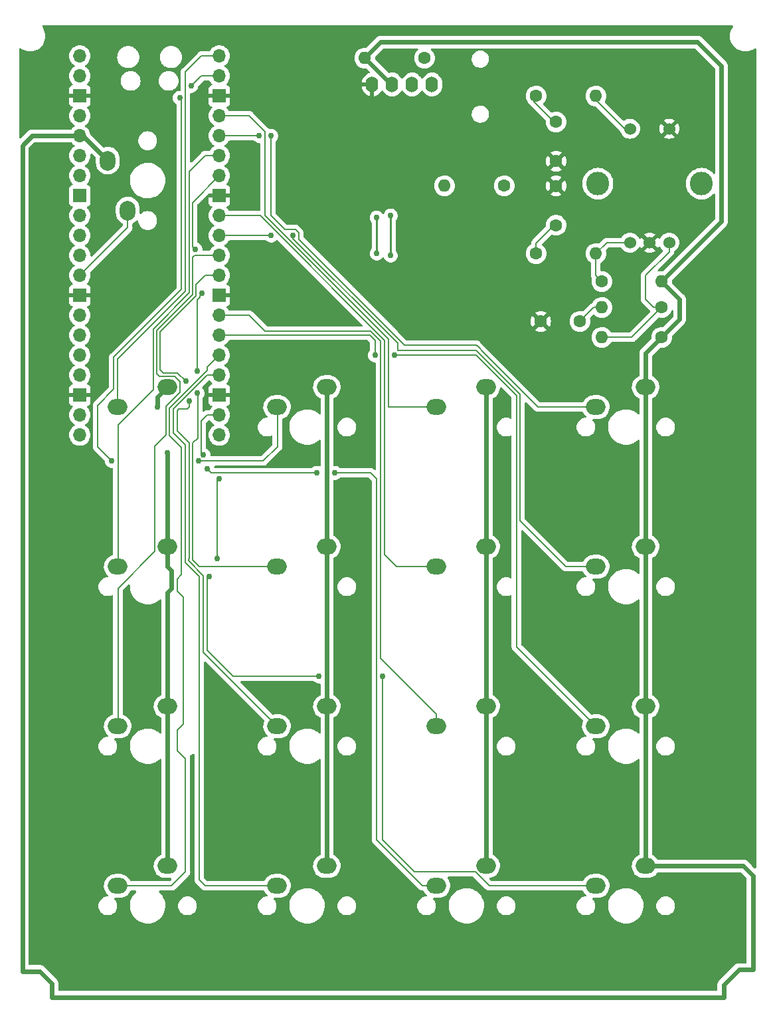
<source format=gtl>
%TF.GenerationSoftware,KiCad,Pcbnew,7.0.7*%
%TF.CreationDate,2023-09-12T14:39:03-06:00*%
%TF.ProjectId,DJBB Drumpad V2 Pico,444a4242-2044-4727-956d-706164205632,V01*%
%TF.SameCoordinates,Original*%
%TF.FileFunction,Copper,L1,Top*%
%TF.FilePolarity,Positive*%
%FSLAX46Y46*%
G04 Gerber Fmt 4.6, Leading zero omitted, Abs format (unit mm)*
G04 Created by KiCad (PCBNEW 7.0.7) date 2023-09-12 14:39:03*
%MOMM*%
%LPD*%
G01*
G04 APERTURE LIST*
%TA.AperFunction,ComponentPad*%
%ADD10O,1.700000X1.700000*%
%TD*%
%TA.AperFunction,ComponentPad*%
%ADD11R,1.700000X1.700000*%
%TD*%
%TA.AperFunction,ComponentPad*%
%ADD12O,2.000000X2.500000*%
%TD*%
%TA.AperFunction,ComponentPad*%
%ADD13O,2.500000X2.000000*%
%TD*%
%TA.AperFunction,ComponentPad*%
%ADD14C,1.600000*%
%TD*%
%TA.AperFunction,ComponentPad*%
%ADD15O,1.600000X1.600000*%
%TD*%
%TA.AperFunction,ComponentPad*%
%ADD16C,1.524000*%
%TD*%
%TA.AperFunction,ComponentPad*%
%ADD17O,2.900000X3.000000*%
%TD*%
%TA.AperFunction,ComponentPad*%
%ADD18O,1.600000X2.000000*%
%TD*%
%TA.AperFunction,ViaPad*%
%ADD19C,0.762000*%
%TD*%
%TA.AperFunction,Conductor*%
%ADD20C,0.584200*%
%TD*%
%TA.AperFunction,Conductor*%
%ADD21C,0.200000*%
%TD*%
%TA.AperFunction,Conductor*%
%ADD22C,0.254000*%
%TD*%
G04 APERTURE END LIST*
D10*
%TO.P,U1,1,GPIO0*%
%TO.N,Net-(SW2-Pad1)*%
X100584000Y-42926000D03*
%TO.P,U1,2,GPIO1*%
%TO.N,Net-(SW6-Pad1)*%
X100584000Y-45466000D03*
D11*
%TO.P,U1,3,GND*%
%TO.N,GND*%
X100584000Y-48006000D03*
D10*
%TO.P,U1,4,GPIO2*%
%TO.N,Net-(SW10-Pad1)*%
X100584000Y-50546000D03*
%TO.P,U1,5,GPIO3*%
%TO.N,Net-(SW14-Pad1)*%
X100584000Y-53086000D03*
%TO.P,U1,6,GPIO4*%
%TO.N,Net-(SW3-Pad1)*%
X100584000Y-55626000D03*
%TO.P,U1,7,GPIO5*%
%TO.N,Net-(SW7-Pad1)*%
X100584000Y-58166000D03*
D11*
%TO.P,U1,8,GND*%
%TO.N,GND*%
X100584000Y-60706000D03*
D10*
%TO.P,U1,9,GPIO6*%
%TO.N,Net-(SW11-Pad1)*%
X100584000Y-63246000D03*
%TO.P,U1,10,GPIO7*%
%TO.N,Net-(SW15-Pad1)*%
X100584000Y-65786000D03*
%TO.P,U1,11,GPIO8*%
%TO.N,Net-(SW4-Pad1)*%
X100584000Y-68326000D03*
%TO.P,U1,12,GPIO9*%
%TO.N,Net-(SW8-Pad1)*%
X100584000Y-70866000D03*
D11*
%TO.P,U1,13,GND*%
%TO.N,GND*%
X100584000Y-73406000D03*
D10*
%TO.P,U1,14,GPIO10*%
%TO.N,Net-(SW12-Pad1)*%
X100584000Y-75946000D03*
%TO.P,U1,15,GPIO11*%
%TO.N,Net-(SW16-Pad1)*%
X100584000Y-78486000D03*
%TO.P,U1,16,GPIO12*%
%TO.N,Net-(SW5-Pad1)*%
X100584000Y-81026000D03*
%TO.P,U1,17,GPIO13*%
%TO.N,Net-(SW9-Pad1)*%
X100584000Y-83566000D03*
D11*
%TO.P,U1,18,GND*%
%TO.N,GND*%
X100584000Y-86106000D03*
D10*
%TO.P,U1,19,GPIO14*%
%TO.N,Net-(SW13-Pad1)*%
X100584000Y-88646000D03*
%TO.P,U1,20,GPIO15*%
%TO.N,Net-(SW17-Pad1)*%
X100584000Y-91186000D03*
%TO.P,U1,21,GPIO16*%
%TO.N,GP16*%
X82804000Y-91186000D03*
%TO.P,U1,22,GPIO17*%
%TO.N,unconnected-(U1-Pad22)*%
X82804000Y-88646000D03*
D11*
%TO.P,U1,23,GND*%
%TO.N,GND*%
X82804000Y-86106000D03*
D10*
%TO.P,U1,24,GPIO18*%
%TO.N,GP18*%
X82804000Y-83566000D03*
%TO.P,U1,25,GPIO19*%
%TO.N,GP19*%
X82804000Y-81026000D03*
%TO.P,U1,26,GPIO20*%
%TO.N,unconnected-(U1-Pad26)*%
X82804000Y-78486000D03*
%TO.P,U1,27,GPIO21*%
%TO.N,GP21*%
X82804000Y-75946000D03*
D11*
%TO.P,U1,28,GND*%
%TO.N,GND*%
X82804000Y-73406000D03*
D10*
%TO.P,U1,29,GPIO22*%
%TO.N,GP22*%
X82804000Y-70866000D03*
%TO.P,U1,30,RUN*%
%TO.N,unconnected-(U1-Pad30)*%
X82804000Y-68326000D03*
%TO.P,U1,31,GPIO26_ADC0*%
%TO.N,GP26*%
X82804000Y-65786000D03*
%TO.P,U1,32,GPIO27_ADC1*%
%TO.N,GP27*%
X82804000Y-63246000D03*
D11*
%TO.P,U1,33,AGND*%
%TO.N,unconnected-(U1-Pad33)*%
X82804000Y-60706000D03*
D10*
%TO.P,U1,34,GPIO28_ADC2*%
%TO.N,GP28*%
X82804000Y-58166000D03*
%TO.P,U1,35,ADC_VREF*%
%TO.N,unconnected-(U1-Pad35)*%
X82804000Y-55626000D03*
%TO.P,U1,36,3V3*%
%TO.N,PWR*%
X82804000Y-53086000D03*
%TO.P,U1,37,3V3_EN*%
%TO.N,unconnected-(U1-Pad37)*%
X82804000Y-50546000D03*
D11*
%TO.P,U1,38,GND*%
%TO.N,GND*%
X82804000Y-48006000D03*
D10*
%TO.P,U1,39,VSYS*%
%TO.N,unconnected-(U1-Pad39)*%
X82804000Y-45466000D03*
%TO.P,U1,40,VBUS*%
%TO.N,unconnected-(U1-Pad40)*%
X82804000Y-42926000D03*
%TD*%
D12*
%TO.P,SW1,1,1*%
%TO.N,GP22*%
X88900000Y-62600000D03*
%TO.P,SW1,2,2*%
%TO.N,PWR*%
X86360000Y-56250000D03*
%TD*%
D13*
%TO.P,SW17,1,1*%
%TO.N,Net-(SW17-Pad1)*%
X148590000Y-148590000D03*
%TO.P,SW17,2,2*%
%TO.N,PWR*%
X154940000Y-146050000D03*
%TD*%
%TO.P,SW3,1,1*%
%TO.N,Net-(SW3-Pad1)*%
X87630000Y-107950000D03*
%TO.P,SW3,2,2*%
%TO.N,PWR*%
X93980000Y-105410000D03*
%TD*%
D14*
%TO.P,R2,1*%
%TO.N,Net-(R2-Pad1)*%
X156972000Y-74930000D03*
D15*
%TO.P,R2,2*%
%TO.N,GP27*%
X149352000Y-74930000D03*
%TD*%
D13*
%TO.P,SW13,1,1*%
%TO.N,Net-(SW13-Pad1)*%
X128270000Y-148590000D03*
%TO.P,SW13,2,2*%
%TO.N,PWR*%
X134620000Y-146050000D03*
%TD*%
D16*
%TO.P,SW18,A,A*%
%TO.N,Net-(R1-Pad2)*%
X152948000Y-66686000D03*
%TO.P,SW18,B,B*%
%TO.N,Net-(R2-Pad1)*%
X157948000Y-66686000D03*
%TO.P,SW18,C,C*%
%TO.N,GND*%
X155448000Y-66686000D03*
%TO.P,SW18,S1,S1*%
%TO.N,Net-(R5-Pad2)*%
X152948000Y-52186000D03*
%TO.P,SW18,S2,S2*%
%TO.N,GND*%
X157948000Y-52186000D03*
D17*
%TO.P,SW18,SH*%
%TO.N,N/C*%
X148848000Y-59186000D03*
X162048000Y-59186000D03*
%TD*%
D14*
%TO.P,C1,1*%
%TO.N,GP26*%
X143510000Y-64476000D03*
%TO.P,C1,2*%
%TO.N,GND*%
X143510000Y-59476000D03*
%TD*%
%TO.P,C3,1*%
%TO.N,GP28*%
X143510000Y-51308000D03*
%TO.P,C3,2*%
%TO.N,GND*%
X143510000Y-56308000D03*
%TD*%
D13*
%TO.P,SW10,1,1*%
%TO.N,Net-(SW10-Pad1)*%
X128270000Y-87630000D03*
%TO.P,SW10,2,2*%
%TO.N,PWR*%
X134620000Y-85090000D03*
%TD*%
D14*
%TO.P,R1,1*%
%TO.N,GP26*%
X140970000Y-68072000D03*
D15*
%TO.P,R1,2*%
%TO.N,Net-(R1-Pad2)*%
X148590000Y-68072000D03*
%TD*%
D13*
%TO.P,SW2,1,1*%
%TO.N,Net-(SW2-Pad1)*%
X87630000Y-87630000D03*
%TO.P,SW2,2,2*%
%TO.N,PWR*%
X93980000Y-85090000D03*
%TD*%
D14*
%TO.P,R3,1*%
%TO.N,Net-(R1-Pad2)*%
X149352000Y-71628000D03*
D15*
%TO.P,R3,2*%
%TO.N,PWR*%
X156972000Y-71628000D03*
%TD*%
D14*
%TO.P,R4,1*%
%TO.N,PWR*%
X156972000Y-78740000D03*
D15*
%TO.P,R4,2*%
%TO.N,Net-(R2-Pad1)*%
X149352000Y-78740000D03*
%TD*%
D13*
%TO.P,SW11,1,1*%
%TO.N,Net-(SW11-Pad1)*%
X128270000Y-107950000D03*
%TO.P,SW11,2,2*%
%TO.N,PWR*%
X134620000Y-105410000D03*
%TD*%
%TO.P,SW7,1,1*%
%TO.N,Net-(SW7-Pad1)*%
X107950000Y-107950000D03*
%TO.P,SW7,2,2*%
%TO.N,PWR*%
X114300000Y-105410000D03*
%TD*%
D18*
%TO.P,Screen,1,GND*%
%TO.N,GND*%
X120078000Y-46550000D03*
%TO.P,Screen,2,VCC*%
%TO.N,PWR*%
X122618000Y-46550000D03*
%TO.P,Screen,3,SCL*%
%TO.N,GP19*%
X125158000Y-46550000D03*
%TO.P,Screen,4,SDA*%
%TO.N,GP18*%
X127698000Y-46550000D03*
%TD*%
D13*
%TO.P,SW5,1,1*%
%TO.N,Net-(SW5-Pad1)*%
X87630000Y-148590000D03*
%TO.P,SW5,2,2*%
%TO.N,PWR*%
X93980000Y-146050000D03*
%TD*%
%TO.P,SW9,1,1*%
%TO.N,Net-(SW9-Pad1)*%
X107950000Y-148590000D03*
%TO.P,SW9,2,2*%
%TO.N,PWR*%
X114300000Y-146050000D03*
%TD*%
%TO.P,SW12,1,1*%
%TO.N,Net-(SW12-Pad1)*%
X128270000Y-128270000D03*
%TO.P,SW12,2,2*%
%TO.N,PWR*%
X134620000Y-125730000D03*
%TD*%
D14*
%TO.P,R5,1*%
%TO.N,GP28*%
X140970000Y-48006000D03*
D15*
%TO.P,R5,2*%
%TO.N,Net-(R5-Pad2)*%
X148590000Y-48006000D03*
%TD*%
D13*
%TO.P,SW15,1,1*%
%TO.N,Net-(SW15-Pad1)*%
X148590000Y-107950000D03*
%TO.P,SW15,2,2*%
%TO.N,PWR*%
X154940000Y-105410000D03*
%TD*%
%TO.P,SW8,1,1*%
%TO.N,Net-(SW8-Pad1)*%
X107950000Y-128270000D03*
%TO.P,SW8,2,2*%
%TO.N,PWR*%
X114300000Y-125730000D03*
%TD*%
%TO.P,SW4,1,1*%
%TO.N,Net-(SW4-Pad1)*%
X87630000Y-128270000D03*
%TO.P,SW4,2,2*%
%TO.N,PWR*%
X93980000Y-125730000D03*
%TD*%
%TO.P,SW6,1,1*%
%TO.N,Net-(SW6-Pad1)*%
X107950000Y-87630000D03*
%TO.P,SW6,2,2*%
%TO.N,PWR*%
X114300000Y-85090000D03*
%TD*%
%TO.P,SW14,1,1*%
%TO.N,Net-(SW14-Pad1)*%
X148590000Y-87630000D03*
%TO.P,SW14,2,2*%
%TO.N,PWR*%
X154940000Y-85090000D03*
%TD*%
D14*
%TO.P,C2,1*%
%TO.N,GP27*%
X146558000Y-76708000D03*
%TO.P,C2,2*%
%TO.N,GND*%
X141558000Y-76708000D03*
%TD*%
D13*
%TO.P,SW16,1,1*%
%TO.N,Net-(SW16-Pad1)*%
X148590000Y-128270000D03*
%TO.P,SW16,2,2*%
%TO.N,PWR*%
X154940000Y-125730000D03*
%TD*%
D14*
%TO.P,R6,1*%
%TO.N,Net-(J1-Pad3)*%
X126746000Y-43180000D03*
D15*
%TO.P,R6,2*%
%TO.N,PWR*%
X119126000Y-43180000D03*
%TD*%
D14*
%TO.P,R7,1*%
%TO.N,Net-(J1-Pad2)*%
X136906000Y-59436000D03*
D15*
%TO.P,R7,2*%
%TO.N,GP16*%
X129286000Y-59436000D03*
%TD*%
D19*
%TO.N,PWR*%
X93980000Y-93472000D03*
X92710000Y-87630000D03*
%TO.N,GND*%
X94742000Y-61722000D03*
X108458000Y-42418000D03*
X108966000Y-72644000D03*
X108458000Y-47498000D03*
X93980000Y-67310000D03*
X105664000Y-69342000D03*
%TO.N,GP21*%
X120650000Y-68072000D03*
X120650000Y-63500000D03*
%TO.N,GP16*%
X122428000Y-68326000D03*
X122428000Y-63246000D03*
%TO.N,Net-(SW8-Pad1)*%
X96791744Y-86885744D03*
X96314898Y-84339862D03*
%TO.N,Net-(SW7-Pad1)*%
X97790000Y-83058000D03*
X97807744Y-85869744D03*
X98361060Y-73152000D03*
X97536000Y-67564000D03*
%TO.N,Net-(SW6-Pad1)*%
X86868000Y-94488000D03*
X97907540Y-94488000D03*
X95531500Y-48260000D03*
X97000500Y-46736000D03*
%TO.N,Net-(SW17-Pad1)*%
X99314000Y-109220000D03*
X100584000Y-96774000D03*
X100330000Y-106934000D03*
X113284000Y-121920000D03*
X121412000Y-121920000D03*
%TO.N,Net-(SW16-Pad1)*%
X120423500Y-81026000D03*
X122908500Y-81026000D03*
%TO.N,Net-(SW15-Pad1)*%
X109999744Y-65768256D03*
X107188000Y-65786000D03*
%TO.N,Net-(SW14-Pad1)*%
X107188000Y-53086000D03*
X105664000Y-53086000D03*
%TO.N,Net-(SW13-Pad1)*%
X113030000Y-96012000D03*
X115316000Y-96012000D03*
X98563312Y-93712624D03*
X99060000Y-95504000D03*
%TD*%
D20*
%TO.N,PWR*%
X79248000Y-161036000D02*
X79248000Y-162784380D01*
X76708000Y-53086000D02*
X75467620Y-54326380D01*
X154941621Y-125731621D02*
X154940000Y-125730000D01*
X77665135Y-159453135D02*
X79248000Y-161036000D01*
X134621621Y-146048379D02*
X134620000Y-146050000D01*
X134621621Y-85091621D02*
X134621621Y-146048379D01*
X93980000Y-107950000D02*
X93980000Y-105410000D01*
X154940000Y-105410000D02*
X154941621Y-105411621D01*
X166839374Y-159258000D02*
X168626380Y-159258000D01*
X75467620Y-54326380D02*
X75467620Y-159512000D01*
X93980000Y-105410000D02*
X93980000Y-93472000D01*
X159258000Y-76454000D02*
X159258000Y-73914000D01*
X154940000Y-80772000D02*
X156972000Y-78740000D01*
X154941621Y-105408379D02*
X154941621Y-85091621D01*
X167386000Y-146050000D02*
X154940000Y-146050000D01*
X83196000Y-53086000D02*
X86360000Y-56250000D01*
X121158000Y-41148000D02*
X119126000Y-43180000D01*
X164592000Y-64008000D02*
X164592000Y-44196000D01*
X93981621Y-125731621D02*
X93980000Y-125730000D01*
X94488000Y-108458000D02*
X93980000Y-107950000D01*
X114301621Y-146048379D02*
X114301621Y-85091621D01*
X154941621Y-105411621D02*
X154941621Y-125728379D01*
X93980000Y-125730000D02*
X93980000Y-111252000D01*
X154940000Y-85090000D02*
X154940000Y-80772000D01*
X154940000Y-105410000D02*
X154941621Y-105408379D01*
X156972000Y-78740000D02*
X159258000Y-76454000D01*
X94488000Y-110744000D02*
X94488000Y-108458000D01*
X164592000Y-44196000D02*
X161544000Y-41148000D01*
X164875620Y-161221754D02*
X166839374Y-159258000D01*
X159258000Y-73914000D02*
X156972000Y-71628000D01*
X92710000Y-87630000D02*
X92710000Y-86360000D01*
X114300000Y-146050000D02*
X114301621Y-146048379D01*
X164875620Y-162784380D02*
X164875620Y-161221754D01*
X156972000Y-71628000D02*
X164592000Y-64008000D01*
X82804000Y-53086000D02*
X76708000Y-53086000D01*
X168626380Y-159258000D02*
X168626380Y-147290380D01*
X122618000Y-46550000D02*
X122496000Y-46550000D01*
X168626380Y-147290380D02*
X167386000Y-146050000D01*
X93980000Y-146050000D02*
X93981621Y-146048379D01*
X75526485Y-159453135D02*
X77665135Y-159453135D01*
X93980000Y-111252000D02*
X94488000Y-110744000D01*
X79248000Y-162784380D02*
X164875620Y-162784380D01*
X93981621Y-146048379D02*
X93981621Y-125731621D01*
X154941621Y-125728379D02*
X154940000Y-125730000D01*
X122496000Y-46550000D02*
X119126000Y-43180000D01*
X154941621Y-85091621D02*
X154940000Y-85090000D01*
X82804000Y-53086000D02*
X83196000Y-53086000D01*
X154940000Y-146050000D02*
X154941621Y-146048379D01*
X154941621Y-146048379D02*
X154941621Y-125731621D01*
X161544000Y-41148000D02*
X121158000Y-41148000D01*
X114301621Y-85091621D02*
X114300000Y-85090000D01*
X134620000Y-85090000D02*
X134621621Y-85091621D01*
X75467620Y-159512000D02*
X75526485Y-159453135D01*
X92710000Y-86360000D02*
X93980000Y-85090000D01*
%TO.N,GND*%
X94742000Y-61722000D02*
X94742000Y-66548000D01*
X105664000Y-69342000D02*
X108966000Y-72644000D01*
X94742000Y-66548000D02*
X93980000Y-67310000D01*
X108458000Y-42418000D02*
X108458000Y-47498000D01*
D21*
%TO.N,GP26*%
X140970000Y-66762000D02*
X143256000Y-64476000D01*
X140970000Y-68072000D02*
X140970000Y-66762000D01*
%TO.N,GP27*%
X146558000Y-76708000D02*
X148336000Y-74930000D01*
X148336000Y-74930000D02*
X149352000Y-74930000D01*
%TO.N,GP28*%
X140716000Y-48768000D02*
X140716000Y-48260000D01*
X143256000Y-51308000D02*
X140716000Y-48768000D01*
%TO.N,Net-(R1-Pad2)*%
X148590000Y-70866000D02*
X149352000Y-71628000D01*
X152948000Y-66686000D02*
X149976000Y-66686000D01*
X148590000Y-68072000D02*
X148590000Y-70866000D01*
X149976000Y-66686000D02*
X148590000Y-68072000D01*
%TO.N,Net-(R2-Pad1)*%
X153162000Y-78740000D02*
X156972000Y-74930000D01*
X157948000Y-66686000D02*
X157948000Y-67858000D01*
X154940000Y-70866000D02*
X154940000Y-73914000D01*
X155956000Y-74930000D02*
X156972000Y-74930000D01*
X157948000Y-67858000D02*
X154940000Y-70866000D01*
X154940000Y-73914000D02*
X155956000Y-74930000D01*
X149352000Y-78740000D02*
X153162000Y-78740000D01*
%TO.N,Net-(R5-Pad2)*%
X152262000Y-52186000D02*
X152948000Y-52186000D01*
X148336000Y-48260000D02*
X152262000Y-52186000D01*
%TO.N,GP22*%
X88900000Y-64770000D02*
X82804000Y-70866000D01*
X88900000Y-62600000D02*
X88900000Y-64770000D01*
D22*
%TO.N,GP21*%
X120650000Y-63500000D02*
X120650000Y-68072000D01*
%TO.N,GP16*%
X122428000Y-63246000D02*
X122428000Y-68326000D01*
D21*
%TO.N,Net-(SW9-Pad1)*%
X96266000Y-96012000D02*
X96266000Y-92456000D01*
X107950000Y-148590000D02*
X98806000Y-148590000D01*
X98806000Y-148590000D02*
X98044000Y-147828000D01*
X94742000Y-87896748D02*
X99072748Y-83566000D01*
X94742000Y-90932000D02*
X94742000Y-87896748D01*
X98044000Y-109220000D02*
X96211520Y-107387520D01*
X96211520Y-107387520D02*
X96211520Y-96066480D01*
X96211520Y-96066480D02*
X96266000Y-96012000D01*
X98044000Y-147828000D02*
X98044000Y-109220000D01*
X99072748Y-83566000D02*
X100584000Y-83566000D01*
X96266000Y-92456000D02*
X94742000Y-90932000D01*
%TO.N,Net-(SW8-Pad1)*%
X107950000Y-128270000D02*
X98552000Y-118872000D01*
X95396122Y-87884000D02*
X96520000Y-87884000D01*
X96314898Y-84339862D02*
X95257996Y-83282960D01*
X98552000Y-118872000D02*
X98552000Y-109086626D01*
X95195520Y-90683321D02*
X95195520Y-88084602D01*
X96665040Y-106934000D02*
X96719520Y-106879520D01*
X93048727Y-78039395D02*
X97626560Y-73461562D01*
X96719520Y-106879520D02*
X96719520Y-92207321D01*
X95195520Y-88084602D02*
X95396122Y-87884000D01*
X93442960Y-83282960D02*
X93048727Y-82888727D01*
X93048727Y-82888727D02*
X93048727Y-78039395D01*
X96791744Y-87612256D02*
X96791744Y-86885744D01*
X95257996Y-83282960D02*
X93442960Y-83282960D01*
X96719520Y-92207321D02*
X95195520Y-90683321D01*
X98552000Y-109086626D02*
X96665040Y-107199666D01*
X96665040Y-107199666D02*
X96665040Y-106934000D01*
X97626560Y-73461562D02*
X97626560Y-72045440D01*
X98806000Y-70866000D02*
X100584000Y-70866000D01*
X97626560Y-72045440D02*
X98806000Y-70866000D01*
X96520000Y-87884000D02*
X96791744Y-87612256D01*
%TO.N,Net-(SW7-Pad1)*%
X98080080Y-73649416D02*
X97790000Y-73939496D01*
X97536000Y-67564000D02*
X97173040Y-67201040D01*
X98361060Y-73152000D02*
X98080080Y-73432980D01*
X107950000Y-107950000D02*
X98056748Y-107950000D01*
X97173040Y-107066292D02*
X97173040Y-92202000D01*
X97819521Y-91555519D02*
X97819521Y-90170000D01*
X98056748Y-107950000D02*
X97173040Y-107066292D01*
X97173040Y-92202000D02*
X97819521Y-91555519D01*
X98080080Y-73432980D02*
X98080080Y-73649416D01*
X97819521Y-85881521D02*
X97807744Y-85869744D01*
X97173040Y-67201040D02*
X97173040Y-61576960D01*
X97173040Y-61576960D02*
X100584000Y-58166000D01*
X97790000Y-73939496D02*
X97790000Y-83058000D01*
X97819521Y-90170000D02*
X97819521Y-85881521D01*
%TO.N,Net-(SW6-Pad1)*%
X87122000Y-85344000D02*
X87122000Y-81280000D01*
X97028000Y-46736000D02*
X98298000Y-45466000D01*
X85060479Y-87405521D02*
X87122000Y-85344000D01*
X107979521Y-87659521D02*
X107979521Y-92680479D01*
X107950000Y-87630000D02*
X107979521Y-87659521D01*
X86868000Y-94488000D02*
X85060479Y-92680479D01*
X87122000Y-81280000D02*
X95758000Y-72644000D01*
X98298000Y-45466000D02*
X100584000Y-45466000D01*
X85060479Y-92680479D02*
X85060479Y-87405521D01*
X95758000Y-72644000D02*
X95758000Y-48486500D01*
X95758000Y-48486500D02*
X95531500Y-48260000D01*
X107979521Y-92680479D02*
X106172000Y-94488000D01*
X97000500Y-46736000D02*
X97028000Y-46736000D01*
X106172000Y-94488000D02*
X97907540Y-94488000D01*
%TO.N,Net-(SW5-Pad1)*%
X96266000Y-132393801D02*
X96266000Y-146812000D01*
X96266000Y-146812000D02*
X94488000Y-148590000D01*
X95220479Y-109504280D02*
X95220479Y-111028280D01*
X100584000Y-81026000D02*
X99060000Y-82550000D01*
X95220479Y-128747720D02*
X95220479Y-131348280D01*
X94488000Y-148590000D02*
X87630000Y-148590000D01*
X99060000Y-82937374D02*
X94243041Y-87754333D01*
X96012000Y-111819801D02*
X96012000Y-127956199D01*
X96012000Y-127956199D02*
X95220479Y-128747720D01*
X95758000Y-108966759D02*
X95220479Y-109504280D01*
X99060000Y-82550000D02*
X99060000Y-82937374D01*
X95758000Y-92769801D02*
X95758000Y-108966759D01*
X94243041Y-87754333D02*
X94243041Y-91254842D01*
X95220479Y-131348280D02*
X96266000Y-132393801D01*
X94243041Y-91254842D02*
X95758000Y-92769801D01*
X95220479Y-111028280D02*
X96012000Y-111819801D01*
%TO.N,Net-(SW4-Pad1)*%
X92595207Y-83398960D02*
X92595207Y-77851541D01*
X93789521Y-91143205D02*
X93789521Y-87566479D01*
X87659521Y-110714479D02*
X92376480Y-105997520D01*
X97173040Y-68580000D02*
X97427040Y-68326000D01*
X97173040Y-73273708D02*
X97173040Y-68580000D01*
X95583520Y-85772480D02*
X95583520Y-84407520D01*
X87659521Y-128240479D02*
X87659521Y-110714479D01*
X92413205Y-92519521D02*
X93789521Y-91143205D01*
X95583520Y-84407520D02*
X94912480Y-83736480D01*
X92595207Y-77851541D02*
X97173040Y-73273708D01*
X97427040Y-68326000D02*
X100584000Y-68326000D01*
X94912480Y-83736480D02*
X92932727Y-83736480D01*
X93789521Y-87566479D02*
X95583520Y-85772480D01*
X92376480Y-92519521D02*
X92413205Y-92519521D01*
X92932727Y-83736480D02*
X92595207Y-83398960D01*
X87630000Y-128270000D02*
X87659521Y-128240479D01*
X92376480Y-105997520D02*
X92376480Y-92519521D01*
%TO.N,Net-(SW3-Pad1)*%
X87659521Y-107920479D02*
X87659521Y-89886479D01*
X98751520Y-55626000D02*
X100584000Y-55626000D01*
X87630000Y-107950000D02*
X87659521Y-107920479D01*
X96719520Y-57658000D02*
X98751520Y-55626000D01*
X87659521Y-89886479D02*
X92141687Y-85404313D01*
X92141687Y-77663687D02*
X96719520Y-73085854D01*
X96719520Y-73085854D02*
X96719520Y-57658000D01*
X92141687Y-85404313D02*
X92141687Y-77663687D01*
%TO.N,Net-(SW2-Pad1)*%
X96266000Y-72898000D02*
X96266000Y-44958000D01*
X87630000Y-81534000D02*
X96266000Y-72898000D01*
X96266000Y-44958000D02*
X98298000Y-42926000D01*
X98298000Y-42926000D02*
X100584000Y-42926000D01*
X87630000Y-87630000D02*
X87630000Y-81534000D01*
%TO.N,Net-(SW17-Pad1)*%
X113284000Y-121920000D02*
X102362000Y-121920000D01*
X102362000Y-121920000D02*
X99060000Y-118618000D01*
X148590000Y-148590000D02*
X134995834Y-148590000D01*
X121412000Y-142748000D02*
X121412000Y-142240000D01*
X125476000Y-146812000D02*
X121412000Y-142748000D01*
X134995834Y-148590000D02*
X133217834Y-146812000D01*
X99060000Y-118618000D02*
X99060000Y-109474000D01*
X100330000Y-106934000D02*
X100330000Y-97028000D01*
X133217834Y-146812000D02*
X125476000Y-146812000D01*
X100330000Y-97028000D02*
X100584000Y-96774000D01*
X99060000Y-109474000D02*
X99314000Y-109220000D01*
X121412000Y-142240000D02*
X121412000Y-121920000D01*
%TO.N,Net-(SW16-Pad1)*%
X133350000Y-81026000D02*
X122908500Y-81026000D01*
X120423500Y-81026000D02*
X120423500Y-79154874D01*
X120423500Y-79154874D02*
X119754626Y-78486000D01*
X138459521Y-86135521D02*
X133350000Y-81026000D01*
X138459521Y-118139521D02*
X138459521Y-86135521D01*
X148590000Y-128270000D02*
X138459521Y-118139521D01*
X119754626Y-78486000D02*
X100584000Y-78486000D01*
%TO.N,Net-(SW15-Pad1)*%
X148590000Y-107950000D02*
X144780000Y-107950000D01*
X122501061Y-78666939D02*
X109999744Y-66165622D01*
X107188000Y-65786000D02*
X100584000Y-65786000D01*
X134112000Y-81146626D02*
X133358745Y-80393371D01*
X123314628Y-80393371D02*
X123314628Y-79480506D01*
X123314628Y-79480506D02*
X122501061Y-78666939D01*
X144780000Y-107950000D02*
X138938000Y-102108000D01*
X109999744Y-66165622D02*
X109999744Y-65768256D01*
X138938000Y-85972626D02*
X134112000Y-81146626D01*
X133358745Y-80393371D02*
X123314628Y-80393371D01*
X138938000Y-102108000D02*
X138938000Y-85972626D01*
%TO.N,Net-(SW14-Pad1)*%
X133546599Y-79939851D02*
X133362748Y-79756000D01*
X124206000Y-79756000D02*
X124206000Y-79730504D01*
X107188000Y-63246000D02*
X107188000Y-53086000D01*
X134753374Y-81146626D02*
X134372374Y-80765626D01*
X110734255Y-66258759D02*
X110734255Y-65464010D01*
X122948748Y-78473252D02*
X110734255Y-66258759D01*
X133362748Y-79756000D02*
X124206000Y-79756000D01*
X141351000Y-87630000D02*
X141236748Y-87630000D01*
X110734255Y-65464010D02*
X110294245Y-65024000D01*
X134372374Y-80765626D02*
X133546599Y-79939851D01*
X148590000Y-87630000D02*
X141351000Y-87630000D01*
X108966000Y-65024000D02*
X107188000Y-63246000D01*
X124206000Y-79730504D02*
X122948748Y-78473252D01*
X141236748Y-87630000D02*
X138309374Y-84702626D01*
X138309374Y-84702626D02*
X134753374Y-81146626D01*
X110294245Y-65024000D02*
X108966000Y-65024000D01*
X105664000Y-53086000D02*
X100584000Y-53086000D01*
%TO.N,Net-(SW13-Pad1)*%
X98273041Y-93422353D02*
X98273041Y-89408000D01*
X126492000Y-148590000D02*
X120650000Y-142748000D01*
X98273041Y-89408000D02*
X99035041Y-88646000D01*
X119888000Y-96012000D02*
X115316000Y-96012000D01*
X113030000Y-96012000D02*
X99568000Y-96012000D01*
X99035041Y-88646000D02*
X100584000Y-88646000D01*
X99568000Y-96012000D02*
X99060000Y-95504000D01*
X98563312Y-93712624D02*
X98273041Y-93422353D01*
X120650000Y-133096000D02*
X120650000Y-96774000D01*
X128270000Y-148590000D02*
X126492000Y-148590000D01*
X120650000Y-142748000D02*
X120650000Y-133096000D01*
X120650000Y-96774000D02*
X119888000Y-96012000D01*
%TO.N,Net-(SW12-Pad1)*%
X121158000Y-119634000D02*
X121158000Y-79248000D01*
X106426000Y-77978000D02*
X104394000Y-75946000D01*
X128270000Y-128270000D02*
X128270000Y-126746000D01*
X128270000Y-126746000D02*
X121158000Y-119634000D01*
X104394000Y-75946000D02*
X100584000Y-75946000D01*
X121158000Y-79248000D02*
X119888000Y-77978000D01*
X119888000Y-77978000D02*
X106426000Y-77978000D01*
%TO.N,Net-(SW11-Pad1)*%
X123190000Y-107950000D02*
X121666000Y-106426000D01*
X105797374Y-63246000D02*
X100584000Y-63246000D01*
X121666000Y-106426000D02*
X121666000Y-79114626D01*
X121666000Y-79114626D02*
X105797374Y-63246000D01*
X128270000Y-107950000D02*
X123190000Y-107950000D01*
%TO.N,Net-(SW10-Pad1)*%
X104394000Y-50546000D02*
X100584000Y-50546000D01*
X122174000Y-78981252D02*
X106426000Y-63233252D01*
X106426000Y-63233252D02*
X106426000Y-52578000D01*
X128270000Y-87630000D02*
X122174000Y-87630000D01*
X122174000Y-87630000D02*
X122174000Y-78981252D01*
X106426000Y-52578000D02*
X104394000Y-50546000D01*
%TD*%
%TA.AperFunction,Conductor*%
%TO.N,GND*%
G36*
X119518508Y-79114502D02*
G01*
X119539482Y-79131405D01*
X119778095Y-79370018D01*
X119812121Y-79432330D01*
X119815000Y-79459113D01*
X119815000Y-80324103D01*
X119794998Y-80392224D01*
X119782636Y-80408413D01*
X119699914Y-80500284D01*
X119699910Y-80500290D01*
X119606428Y-80662208D01*
X119606422Y-80662220D01*
X119548646Y-80840038D01*
X119548645Y-80840042D01*
X119548645Y-80840044D01*
X119529100Y-81026000D01*
X119537258Y-81103620D01*
X119548646Y-81211961D01*
X119606422Y-81389779D01*
X119606428Y-81389791D01*
X119699910Y-81551709D01*
X119699914Y-81551715D01*
X119825027Y-81690667D01*
X119976295Y-81800570D01*
X119976297Y-81800571D01*
X119976300Y-81800573D01*
X120147115Y-81876625D01*
X120291134Y-81907236D01*
X120330009Y-81915500D01*
X120423500Y-81915500D01*
X120491621Y-81935502D01*
X120538114Y-81989158D01*
X120549500Y-82041500D01*
X120549500Y-95503329D01*
X120529498Y-95571450D01*
X120475842Y-95617943D01*
X120405568Y-95628047D01*
X120340988Y-95598553D01*
X120323540Y-95580036D01*
X120321988Y-95578014D01*
X120290074Y-95553525D01*
X120290072Y-95553523D01*
X120225529Y-95503997D01*
X120194882Y-95480480D01*
X120194874Y-95480475D01*
X120046851Y-95419162D01*
X120027456Y-95416608D01*
X119992202Y-95411967D01*
X119926041Y-95403257D01*
X119926020Y-95403255D01*
X119888002Y-95398250D01*
X119887999Y-95398250D01*
X119852219Y-95402960D01*
X119843988Y-95403500D01*
X116021144Y-95403500D01*
X115953023Y-95383498D01*
X115927507Y-95361810D01*
X115914469Y-95347330D01*
X115763204Y-95237429D01*
X115609771Y-95169116D01*
X115592385Y-95161375D01*
X115492834Y-95140215D01*
X115409491Y-95122500D01*
X115409490Y-95122500D01*
X115228221Y-95122500D01*
X115160100Y-95102498D01*
X115113607Y-95048842D01*
X115102221Y-94996500D01*
X115102221Y-90838261D01*
X115102221Y-90281243D01*
X115639500Y-90281243D01*
X115674664Y-90469352D01*
X115680383Y-90499946D01*
X115760751Y-90707396D01*
X115760759Y-90707412D01*
X115877874Y-90896560D01*
X115877875Y-90896561D01*
X116027764Y-91060982D01*
X116205310Y-91195057D01*
X116205315Y-91195061D01*
X116404462Y-91294225D01*
X116404468Y-91294227D01*
X116404472Y-91294229D01*
X116404478Y-91294230D01*
X116404479Y-91294231D01*
X116533585Y-91330965D01*
X116618464Y-91355115D01*
X116784497Y-91370500D01*
X116784504Y-91370500D01*
X116895496Y-91370500D01*
X116895503Y-91370500D01*
X117061536Y-91355115D01*
X117275528Y-91294229D01*
X117275533Y-91294226D01*
X117275537Y-91294225D01*
X117474684Y-91195061D01*
X117474685Y-91195059D01*
X117474689Y-91195058D01*
X117652236Y-91060981D01*
X117802124Y-90896562D01*
X117919247Y-90707401D01*
X117999618Y-90499940D01*
X118040500Y-90281243D01*
X118040500Y-90058757D01*
X117999618Y-89840060D01*
X117999616Y-89840056D01*
X117999616Y-89840053D01*
X117925564Y-89648906D01*
X117919247Y-89632599D01*
X117913392Y-89623143D01*
X117802125Y-89443439D01*
X117802124Y-89443438D01*
X117652235Y-89279017D01*
X117474689Y-89144942D01*
X117474684Y-89144938D01*
X117275537Y-89045774D01*
X117275520Y-89045768D01*
X117061539Y-88984885D01*
X117011726Y-88980269D01*
X116895503Y-88969500D01*
X116784497Y-88969500D01*
X116678839Y-88979290D01*
X116618460Y-88984885D01*
X116404479Y-89045768D01*
X116404462Y-89045774D01*
X116205315Y-89144938D01*
X116205310Y-89144942D01*
X116027764Y-89279017D01*
X115877875Y-89443438D01*
X115877874Y-89443439D01*
X115760759Y-89632587D01*
X115760751Y-89632603D01*
X115680383Y-89840053D01*
X115680382Y-89840060D01*
X115639500Y-90058757D01*
X115639500Y-90281243D01*
X115102221Y-90281243D01*
X115102221Y-86577703D01*
X115122222Y-86509586D01*
X115175878Y-86463093D01*
X115178769Y-86461816D01*
X115253316Y-86430056D01*
X115459168Y-86299883D01*
X115459175Y-86299877D01*
X115459176Y-86299877D01*
X115641468Y-86138380D01*
X115641474Y-86138375D01*
X115795510Y-85949714D01*
X115917289Y-85738787D01*
X116003656Y-85511057D01*
X116052374Y-85272421D01*
X116062181Y-85029061D01*
X116032823Y-84787280D01*
X116009624Y-84707189D01*
X115965063Y-84553344D01*
X115965059Y-84553333D01*
X115860651Y-84333298D01*
X115789543Y-84230281D01*
X115722293Y-84132852D01*
X115553575Y-83957198D01*
X115358865Y-83810883D01*
X115143205Y-83697696D01*
X115143201Y-83697694D01*
X115143200Y-83697694D01*
X114912179Y-83620568D01*
X114671788Y-83581501D01*
X114671782Y-83581500D01*
X114671779Y-83581500D01*
X113989203Y-83581500D01*
X113989199Y-83581500D01*
X113807236Y-83596189D01*
X113570748Y-83654477D01*
X113346685Y-83749943D01*
X113140824Y-83880122D01*
X113140823Y-83880122D01*
X112958531Y-84041619D01*
X112958522Y-84041629D01*
X112804493Y-84230281D01*
X112804490Y-84230285D01*
X112804490Y-84230286D01*
X112796486Y-84244149D01*
X112682715Y-84441205D01*
X112682712Y-84441210D01*
X112596345Y-84668939D01*
X112596344Y-84668941D01*
X112596344Y-84668943D01*
X112572186Y-84787277D01*
X112547626Y-84907579D01*
X112537819Y-85150937D01*
X112537819Y-85150944D01*
X112567177Y-85392721D01*
X112567177Y-85392722D01*
X112634936Y-85626655D01*
X112634940Y-85626666D01*
X112739348Y-85846701D01*
X112867717Y-86032676D01*
X112877707Y-86047148D01*
X112885926Y-86055705D01*
X113023084Y-86198502D01*
X113046425Y-86222802D01*
X113241135Y-86369117D01*
X113433577Y-86470118D01*
X113484597Y-86519484D01*
X113501020Y-86581684D01*
X113501020Y-88421441D01*
X113481018Y-88489562D01*
X113427362Y-88536055D01*
X113357088Y-88546159D01*
X113292508Y-88516665D01*
X113284460Y-88509046D01*
X113272980Y-88497176D01*
X113272979Y-88497175D01*
X113272978Y-88497174D01*
X113036520Y-88310446D01*
X113036517Y-88310443D01*
X112917015Y-88239662D01*
X112777270Y-88156891D01*
X112499872Y-88039264D01*
X112209271Y-87959660D01*
X111910653Y-87919500D01*
X111684756Y-87919500D01*
X111504443Y-87931570D01*
X111459365Y-87934588D01*
X111459357Y-87934589D01*
X111164100Y-87994603D01*
X111164092Y-87994605D01*
X110879467Y-88093438D01*
X110879458Y-88093442D01*
X110610539Y-88229332D01*
X110362129Y-88399857D01*
X110362123Y-88399862D01*
X110138666Y-88601968D01*
X110138665Y-88601970D01*
X109944135Y-88832060D01*
X109944129Y-88832068D01*
X109782008Y-89086026D01*
X109655178Y-89359336D01*
X109655177Y-89359341D01*
X109565907Y-89647119D01*
X109515791Y-89944226D01*
X109505723Y-90245376D01*
X109535880Y-90545153D01*
X109605731Y-90838263D01*
X109605732Y-90838264D01*
X109714020Y-91119429D01*
X109858826Y-91383667D01*
X109878505Y-91410375D01*
X110037554Y-91626238D01*
X110247020Y-91842824D01*
X110483485Y-92029558D01*
X110742730Y-92183109D01*
X111020128Y-92300736D01*
X111310729Y-92380340D01*
X111609347Y-92420500D01*
X111609351Y-92420500D01*
X111835240Y-92420500D01*
X111835244Y-92420500D01*
X112060634Y-92405412D01*
X112355903Y-92345396D01*
X112640537Y-92246560D01*
X112909459Y-92110668D01*
X113157869Y-91940144D01*
X113290502Y-91820183D01*
X113354441Y-91789324D01*
X113424914Y-91797931D01*
X113479546Y-91843272D01*
X113500992Y-91910952D01*
X113501021Y-91913632D01*
X113501021Y-95054009D01*
X113481019Y-95122130D01*
X113427363Y-95168623D01*
X113357089Y-95178727D01*
X113323773Y-95169116D01*
X113306387Y-95161375D01*
X113123491Y-95122500D01*
X113123490Y-95122500D01*
X112936510Y-95122500D01*
X112936509Y-95122500D01*
X112753614Y-95161375D01*
X112582795Y-95237429D01*
X112431530Y-95347330D01*
X112418493Y-95361810D01*
X112358047Y-95399050D01*
X112324856Y-95403500D01*
X100054166Y-95403500D01*
X99986045Y-95383498D01*
X99939552Y-95329842D01*
X99934333Y-95316437D01*
X99916462Y-95261437D01*
X99914434Y-95190469D01*
X99951096Y-95129671D01*
X100014808Y-95098346D01*
X100036295Y-95096500D01*
X106127988Y-95096500D01*
X106136219Y-95097040D01*
X106148549Y-95098662D01*
X106172000Y-95101750D01*
X106211880Y-95096500D01*
X106211885Y-95096500D01*
X106289791Y-95086243D01*
X106311457Y-95083391D01*
X106315334Y-95082880D01*
X106330851Y-95080838D01*
X106478876Y-95019524D01*
X106574072Y-94946477D01*
X106574072Y-94946476D01*
X106582291Y-94940170D01*
X106582300Y-94940162D01*
X106605987Y-94921987D01*
X106627965Y-94893344D01*
X106633384Y-94887163D01*
X108378681Y-93141866D01*
X108384862Y-93136445D01*
X108413508Y-93114466D01*
X108432756Y-93089380D01*
X108432762Y-93089374D01*
X108437997Y-93082551D01*
X108437999Y-93082550D01*
X108511045Y-92987355D01*
X108572359Y-92839330D01*
X108593272Y-92680479D01*
X108588561Y-92644690D01*
X108588021Y-92636459D01*
X108588021Y-89186723D01*
X108608023Y-89118602D01*
X108661679Y-89072109D01*
X108674596Y-89067626D01*
X108674431Y-89067132D01*
X108679248Y-89065523D01*
X108744750Y-89037615D01*
X108903316Y-88970056D01*
X109109168Y-88839883D01*
X109109175Y-88839877D01*
X109109176Y-88839877D01*
X109291468Y-88678380D01*
X109291474Y-88678375D01*
X109445510Y-88489714D01*
X109567289Y-88278787D01*
X109653656Y-88051057D01*
X109702374Y-87812421D01*
X109712181Y-87569061D01*
X109682823Y-87327280D01*
X109634166Y-87159296D01*
X109615063Y-87093344D01*
X109615059Y-87093333D01*
X109510651Y-86873298D01*
X109439543Y-86770281D01*
X109372293Y-86672852D01*
X109203575Y-86497198D01*
X109008865Y-86350883D01*
X108793205Y-86237696D01*
X108793201Y-86237694D01*
X108793200Y-86237694D01*
X108562179Y-86160568D01*
X108321788Y-86121501D01*
X108321782Y-86121500D01*
X108321779Y-86121500D01*
X107639203Y-86121500D01*
X107639199Y-86121500D01*
X107457236Y-86136189D01*
X107220748Y-86194477D01*
X106996685Y-86289943D01*
X106790824Y-86420122D01*
X106790823Y-86420122D01*
X106608531Y-86581619D01*
X106608522Y-86581629D01*
X106454493Y-86770281D01*
X106332715Y-86981205D01*
X106332712Y-86981210D01*
X106249037Y-87201843D01*
X106246344Y-87208943D01*
X106206213Y-87405518D01*
X106197626Y-87447579D01*
X106187819Y-87690937D01*
X106187819Y-87690944D01*
X106217177Y-87932721D01*
X106217177Y-87932722D01*
X106284936Y-88166655D01*
X106284940Y-88166666D01*
X106389348Y-88386701D01*
X106499413Y-88546158D01*
X106527707Y-88587148D01*
X106649321Y-88713762D01*
X106691689Y-88757871D01*
X106724452Y-88820856D01*
X106717962Y-88891555D01*
X106674279Y-88947522D01*
X106612443Y-88970616D01*
X106458465Y-88984884D01*
X106244479Y-89045768D01*
X106244462Y-89045774D01*
X106045315Y-89144938D01*
X106045310Y-89144942D01*
X105867764Y-89279017D01*
X105717875Y-89443438D01*
X105717874Y-89443439D01*
X105600759Y-89632587D01*
X105600751Y-89632603D01*
X105520383Y-89840053D01*
X105520382Y-89840060D01*
X105479500Y-90058757D01*
X105479500Y-90281243D01*
X105514664Y-90469352D01*
X105520383Y-90499946D01*
X105600751Y-90707396D01*
X105600759Y-90707412D01*
X105717874Y-90896560D01*
X105717875Y-90896561D01*
X105867764Y-91060982D01*
X106045310Y-91195057D01*
X106045315Y-91195061D01*
X106244462Y-91294225D01*
X106244468Y-91294227D01*
X106244472Y-91294229D01*
X106244478Y-91294230D01*
X106244479Y-91294231D01*
X106373585Y-91330965D01*
X106458464Y-91355115D01*
X106624497Y-91370500D01*
X106624504Y-91370500D01*
X106735496Y-91370500D01*
X106735503Y-91370500D01*
X106901536Y-91355115D01*
X107115528Y-91294229D01*
X107188857Y-91257714D01*
X107258752Y-91245255D01*
X107324287Y-91272562D01*
X107364656Y-91330965D01*
X107371021Y-91370505D01*
X107371021Y-92376240D01*
X107351019Y-92444361D01*
X107334116Y-92465335D01*
X105956856Y-93842595D01*
X105894544Y-93876621D01*
X105867761Y-93879500D01*
X99580110Y-93879500D01*
X99511989Y-93859498D01*
X99465496Y-93805842D01*
X99454800Y-93740330D01*
X99455148Y-93737010D01*
X99457712Y-93712624D01*
X99438167Y-93526668D01*
X99380387Y-93348839D01*
X99380383Y-93348832D01*
X99286901Y-93186914D01*
X99286897Y-93186908D01*
X99161784Y-93047956D01*
X99010512Y-92938051D01*
X99010510Y-92938050D01*
X98956291Y-92913910D01*
X98902195Y-92867929D01*
X98881546Y-92800002D01*
X98881541Y-92799002D01*
X98881541Y-89712237D01*
X98901543Y-89644117D01*
X98918441Y-89623148D01*
X99220761Y-89320828D01*
X99283071Y-89286804D01*
X99353886Y-89291869D01*
X99410722Y-89334416D01*
X99415327Y-89340995D01*
X99442412Y-89382452D01*
X99508275Y-89483265D01*
X99508279Y-89483270D01*
X99636539Y-89622596D01*
X99656351Y-89644117D01*
X99660762Y-89648908D01*
X99675076Y-89660049D01*
X99838424Y-89787189D01*
X99871680Y-89805186D01*
X99922071Y-89855200D01*
X99937423Y-89924516D01*
X99912862Y-89991129D01*
X99871680Y-90026813D01*
X99838426Y-90044810D01*
X99838424Y-90044811D01*
X99660762Y-90183091D01*
X99508279Y-90348729D01*
X99508275Y-90348734D01*
X99385141Y-90537206D01*
X99294703Y-90743386D01*
X99294702Y-90743387D01*
X99239437Y-90961624D01*
X99239436Y-90961630D01*
X99239436Y-90961632D01*
X99220844Y-91186000D01*
X99237223Y-91383667D01*
X99239437Y-91410375D01*
X99294702Y-91628612D01*
X99294703Y-91628613D01*
X99294704Y-91628616D01*
X99368972Y-91797931D01*
X99385141Y-91834793D01*
X99508275Y-92023265D01*
X99508279Y-92023270D01*
X99514068Y-92029558D01*
X99655423Y-92183109D01*
X99660762Y-92188908D01*
X99715331Y-92231381D01*
X99838424Y-92327189D01*
X100036426Y-92434342D01*
X100036427Y-92434342D01*
X100036428Y-92434343D01*
X100148227Y-92472723D01*
X100249365Y-92507444D01*
X100471431Y-92544500D01*
X100471435Y-92544500D01*
X100696565Y-92544500D01*
X100696569Y-92544500D01*
X100918635Y-92507444D01*
X101131574Y-92434342D01*
X101329576Y-92327189D01*
X101507240Y-92188906D01*
X101659722Y-92023268D01*
X101782860Y-91834791D01*
X101873296Y-91628616D01*
X101928564Y-91410368D01*
X101947156Y-91186000D01*
X101928564Y-90961632D01*
X101873296Y-90743384D01*
X101782860Y-90537209D01*
X101758511Y-90499940D01*
X101659724Y-90348734D01*
X101659720Y-90348729D01*
X101543570Y-90222559D01*
X101507240Y-90183094D01*
X101507239Y-90183093D01*
X101507237Y-90183091D01*
X101347497Y-90058760D01*
X101329576Y-90044811D01*
X101296319Y-90026813D01*
X101245929Y-89976802D01*
X101230576Y-89907485D01*
X101255136Y-89840872D01*
X101296320Y-89805186D01*
X101329576Y-89787189D01*
X101507240Y-89648906D01*
X101659722Y-89483268D01*
X101782860Y-89294791D01*
X101873296Y-89088616D01*
X101928564Y-88870368D01*
X101947156Y-88646000D01*
X101928564Y-88421632D01*
X101919718Y-88386701D01*
X101873297Y-88203387D01*
X101873296Y-88203386D01*
X101873296Y-88203384D01*
X101782860Y-87997209D01*
X101743882Y-87937549D01*
X101659724Y-87808734D01*
X101659714Y-87808722D01*
X101516159Y-87652782D01*
X101484737Y-87589117D01*
X101492723Y-87518571D01*
X101537582Y-87463542D01*
X101564827Y-87449388D01*
X101679965Y-87406444D01*
X101796904Y-87318904D01*
X101884444Y-87201965D01*
X101884444Y-87201964D01*
X101935494Y-87065093D01*
X101941999Y-87004597D01*
X101942000Y-87004585D01*
X101942000Y-86360000D01*
X101209266Y-86360000D01*
X101141145Y-86339998D01*
X101094652Y-86286342D01*
X101084548Y-86216068D01*
X101088370Y-86198502D01*
X101091429Y-86188084D01*
X101094000Y-86179327D01*
X101094000Y-86032673D01*
X101088370Y-86013498D01*
X101088370Y-85942502D01*
X101126753Y-85882776D01*
X101191334Y-85853283D01*
X101209266Y-85852000D01*
X101942000Y-85852000D01*
X101942000Y-85207414D01*
X101941999Y-85207402D01*
X101935494Y-85146906D01*
X101884444Y-85010035D01*
X101884444Y-85010034D01*
X101796904Y-84893095D01*
X101679966Y-84805556D01*
X101564826Y-84762611D01*
X101507991Y-84720064D01*
X101483180Y-84653543D01*
X101498272Y-84584169D01*
X101516154Y-84559222D01*
X101659722Y-84403268D01*
X101782860Y-84214791D01*
X101873296Y-84008616D01*
X101928564Y-83790368D01*
X101947156Y-83566000D01*
X101928564Y-83341632D01*
X101873296Y-83123384D01*
X101782860Y-82917209D01*
X101738279Y-82848973D01*
X101659724Y-82728734D01*
X101659720Y-82728729D01*
X101507237Y-82563091D01*
X101425382Y-82499381D01*
X101329576Y-82424811D01*
X101328491Y-82424224D01*
X101296320Y-82406814D01*
X101245929Y-82356802D01*
X101230576Y-82287485D01*
X101255136Y-82220872D01*
X101296320Y-82185186D01*
X101329576Y-82167189D01*
X101507240Y-82028906D01*
X101659722Y-81863268D01*
X101782860Y-81674791D01*
X101873296Y-81468616D01*
X101928564Y-81250368D01*
X101947156Y-81026000D01*
X101928564Y-80801632D01*
X101873296Y-80583384D01*
X101782860Y-80377209D01*
X101737088Y-80307149D01*
X101659724Y-80188734D01*
X101659720Y-80188729D01*
X101507237Y-80023091D01*
X101425382Y-79959381D01*
X101329576Y-79884811D01*
X101296319Y-79866813D01*
X101245929Y-79816802D01*
X101230576Y-79747485D01*
X101255136Y-79680872D01*
X101296320Y-79645186D01*
X101296324Y-79645184D01*
X101329576Y-79627189D01*
X101507240Y-79488906D01*
X101659722Y-79323268D01*
X101741254Y-79198474D01*
X101771888Y-79151585D01*
X101825891Y-79105496D01*
X101877371Y-79094500D01*
X119450387Y-79094500D01*
X119518508Y-79114502D01*
G37*
%TD.AperFunction*%
%TA.AperFunction,Conductor*%
G36*
X99368787Y-84234676D02*
G01*
X99425622Y-84277223D01*
X99430237Y-84283817D01*
X99508275Y-84403265D01*
X99508279Y-84403270D01*
X99651841Y-84559217D01*
X99683262Y-84622882D01*
X99675276Y-84693428D01*
X99630417Y-84748457D01*
X99603173Y-84762610D01*
X99488039Y-84805553D01*
X99488034Y-84805555D01*
X99371095Y-84893095D01*
X99283555Y-85010034D01*
X99283555Y-85010035D01*
X99232505Y-85146906D01*
X99226000Y-85207402D01*
X99226000Y-85852000D01*
X99958734Y-85852000D01*
X100026855Y-85872002D01*
X100073348Y-85925658D01*
X100083452Y-85995932D01*
X100079630Y-86013498D01*
X100074001Y-86032667D01*
X100074000Y-86032676D01*
X100074000Y-86179323D01*
X100074001Y-86179332D01*
X100079630Y-86198502D01*
X100079630Y-86269498D01*
X100041247Y-86329224D01*
X99976666Y-86358717D01*
X99958734Y-86360000D01*
X99226000Y-86360000D01*
X99226000Y-87004597D01*
X99232505Y-87065093D01*
X99283555Y-87201964D01*
X99283555Y-87201965D01*
X99371095Y-87318904D01*
X99488034Y-87406444D01*
X99603172Y-87449388D01*
X99660008Y-87491935D01*
X99684819Y-87558455D01*
X99669728Y-87627829D01*
X99651841Y-87652782D01*
X99508280Y-87808729D01*
X99508275Y-87808734D01*
X99396112Y-87980415D01*
X99342109Y-88026504D01*
X99290629Y-88037500D01*
X99079053Y-88037500D01*
X99070822Y-88036960D01*
X99035042Y-88032250D01*
X99035038Y-88032250D01*
X98997314Y-88037216D01*
X98997295Y-88037218D01*
X98920092Y-88047381D01*
X98895584Y-88050608D01*
X98893031Y-88050944D01*
X98876191Y-88053161D01*
X98876188Y-88053162D01*
X98728166Y-88114475D01*
X98728158Y-88114480D01*
X98666851Y-88161524D01*
X98632970Y-88187522D01*
X98632966Y-88187525D01*
X98630669Y-88189288D01*
X98624725Y-88193333D01*
X98621637Y-88195185D01*
X98620456Y-88193218D01*
X98564481Y-88214846D01*
X98494935Y-88200568D01*
X98444148Y-88150957D01*
X98428021Y-88089281D01*
X98428021Y-86558560D01*
X98448023Y-86490439D01*
X98460386Y-86474248D01*
X98471605Y-86461789D01*
X98531329Y-86395459D01*
X98531333Y-86395453D01*
X98592248Y-86289943D01*
X98624819Y-86233529D01*
X98682599Y-86055700D01*
X98702144Y-85869744D01*
X98682599Y-85683788D01*
X98654075Y-85596000D01*
X98624821Y-85505964D01*
X98624815Y-85505952D01*
X98531333Y-85344034D01*
X98531332Y-85344033D01*
X98531330Y-85344030D01*
X98531329Y-85344029D01*
X98433158Y-85234999D01*
X98402442Y-85170993D01*
X98411205Y-85100540D01*
X98437695Y-85061600D01*
X99235663Y-84263633D01*
X99297971Y-84229611D01*
X99368787Y-84234676D01*
G37*
%TD.AperFunction*%
%TA.AperFunction,Conductor*%
G36*
X107997264Y-66326638D02*
G01*
X108048566Y-66357741D01*
X118845230Y-77154405D01*
X118879256Y-77216717D01*
X118874191Y-77287532D01*
X118831644Y-77344368D01*
X118765124Y-77369179D01*
X118756135Y-77369500D01*
X106730238Y-77369500D01*
X106662117Y-77349498D01*
X106641143Y-77332595D01*
X105778499Y-76469951D01*
X104855390Y-75546841D01*
X104849963Y-75540653D01*
X104827987Y-75512013D01*
X104796074Y-75487525D01*
X104796072Y-75487523D01*
X104721759Y-75430500D01*
X104700882Y-75414480D01*
X104700874Y-75414475D01*
X104552851Y-75353162D01*
X104533456Y-75350608D01*
X104498202Y-75345967D01*
X104432041Y-75337257D01*
X104432020Y-75337255D01*
X104394002Y-75332250D01*
X104393999Y-75332250D01*
X104358219Y-75336960D01*
X104349988Y-75337500D01*
X101877371Y-75337500D01*
X101809250Y-75317498D01*
X101771888Y-75280415D01*
X101659724Y-75108734D01*
X101659714Y-75108722D01*
X101516159Y-74952782D01*
X101484737Y-74889117D01*
X101492723Y-74818571D01*
X101537582Y-74763542D01*
X101564827Y-74749388D01*
X101679965Y-74706444D01*
X101796904Y-74618904D01*
X101884444Y-74501965D01*
X101884444Y-74501964D01*
X101935494Y-74365093D01*
X101941999Y-74304597D01*
X101942000Y-74304585D01*
X101942000Y-73660000D01*
X101209266Y-73660000D01*
X101141145Y-73639998D01*
X101094652Y-73586342D01*
X101084548Y-73516068D01*
X101088370Y-73498502D01*
X101090838Y-73490094D01*
X101094000Y-73479327D01*
X101094000Y-73332673D01*
X101088370Y-73313498D01*
X101088370Y-73242502D01*
X101126753Y-73182776D01*
X101191334Y-73153283D01*
X101209266Y-73152000D01*
X101942000Y-73152000D01*
X101942000Y-72507414D01*
X101941999Y-72507402D01*
X101935494Y-72446906D01*
X101884444Y-72310035D01*
X101884444Y-72310034D01*
X101796904Y-72193095D01*
X101679966Y-72105556D01*
X101564826Y-72062611D01*
X101507991Y-72020064D01*
X101483180Y-71953543D01*
X101498272Y-71884169D01*
X101516154Y-71859222D01*
X101659722Y-71703268D01*
X101782860Y-71514791D01*
X101873296Y-71308616D01*
X101928564Y-71090368D01*
X101947156Y-70866000D01*
X101928564Y-70641632D01*
X101884303Y-70466848D01*
X101873297Y-70423387D01*
X101873296Y-70423386D01*
X101873296Y-70423384D01*
X101782860Y-70217209D01*
X101740705Y-70152686D01*
X101659724Y-70028734D01*
X101659720Y-70028729D01*
X101507237Y-69863091D01*
X101425382Y-69799381D01*
X101329576Y-69724811D01*
X101296319Y-69706813D01*
X101245929Y-69656802D01*
X101230576Y-69587485D01*
X101255136Y-69520872D01*
X101296320Y-69485186D01*
X101329576Y-69467189D01*
X101507240Y-69328906D01*
X101659722Y-69163268D01*
X101782860Y-68974791D01*
X101873296Y-68768616D01*
X101928564Y-68550368D01*
X101947156Y-68326000D01*
X101928564Y-68101632D01*
X101893258Y-67962213D01*
X101873297Y-67883387D01*
X101873296Y-67883386D01*
X101873296Y-67883384D01*
X101782860Y-67677209D01*
X101697325Y-67546287D01*
X101659724Y-67488734D01*
X101659720Y-67488729D01*
X101514890Y-67331404D01*
X101507240Y-67323094D01*
X101507239Y-67323093D01*
X101507237Y-67323091D01*
X101420941Y-67255924D01*
X101329576Y-67184811D01*
X101326560Y-67183179D01*
X101296320Y-67166814D01*
X101245929Y-67116802D01*
X101230576Y-67047485D01*
X101255136Y-66980872D01*
X101296320Y-66945186D01*
X101329576Y-66927189D01*
X101507240Y-66788906D01*
X101659722Y-66623268D01*
X101665705Y-66614111D01*
X101771888Y-66451585D01*
X101825891Y-66405496D01*
X101877371Y-66394500D01*
X106482856Y-66394500D01*
X106550977Y-66414502D01*
X106576493Y-66436190D01*
X106589530Y-66450669D01*
X106740795Y-66560570D01*
X106740797Y-66560571D01*
X106740800Y-66560573D01*
X106911615Y-66636625D01*
X107055634Y-66667236D01*
X107094509Y-66675500D01*
X107094510Y-66675500D01*
X107281491Y-66675500D01*
X107313551Y-66668685D01*
X107464385Y-66636625D01*
X107635200Y-66560573D01*
X107786470Y-66450669D01*
X107837045Y-66394500D01*
X107865835Y-66362526D01*
X107926280Y-66325286D01*
X107997264Y-66326638D01*
G37*
%TD.AperFunction*%
%TA.AperFunction,Conductor*%
G36*
X100026855Y-60472002D02*
G01*
X100073348Y-60525658D01*
X100083452Y-60595932D01*
X100079630Y-60613498D01*
X100074001Y-60632667D01*
X100074000Y-60632676D01*
X100074000Y-60779323D01*
X100074001Y-60779332D01*
X100079630Y-60798502D01*
X100079630Y-60869498D01*
X100041247Y-60929224D01*
X99976666Y-60958717D01*
X99958734Y-60960000D01*
X99226000Y-60960000D01*
X99226000Y-61604597D01*
X99232505Y-61665093D01*
X99283555Y-61801964D01*
X99283555Y-61801965D01*
X99371095Y-61918904D01*
X99488034Y-62006444D01*
X99603172Y-62049388D01*
X99660008Y-62091935D01*
X99684819Y-62158455D01*
X99669728Y-62227829D01*
X99651841Y-62252782D01*
X99508280Y-62408729D01*
X99508275Y-62408734D01*
X99385141Y-62597206D01*
X99294703Y-62803386D01*
X99294702Y-62803387D01*
X99239437Y-63021624D01*
X99239436Y-63021630D01*
X99239436Y-63021632D01*
X99220844Y-63246000D01*
X99239389Y-63469804D01*
X99239437Y-63470375D01*
X99294702Y-63688612D01*
X99294703Y-63688613D01*
X99294704Y-63688616D01*
X99377471Y-63877308D01*
X99385141Y-63894793D01*
X99508275Y-64083265D01*
X99508279Y-64083270D01*
X99660762Y-64248908D01*
X99693120Y-64274093D01*
X99838424Y-64387189D01*
X99871680Y-64405186D01*
X99922071Y-64455200D01*
X99937423Y-64524516D01*
X99912862Y-64591129D01*
X99871680Y-64626813D01*
X99838426Y-64644810D01*
X99838424Y-64644811D01*
X99660762Y-64783091D01*
X99508279Y-64948729D01*
X99508275Y-64948734D01*
X99385141Y-65137206D01*
X99294703Y-65343386D01*
X99294702Y-65343387D01*
X99239437Y-65561624D01*
X99239436Y-65561630D01*
X99239436Y-65561632D01*
X99220844Y-65786000D01*
X99237027Y-65981302D01*
X99239437Y-66010375D01*
X99294702Y-66228612D01*
X99294703Y-66228613D01*
X99294704Y-66228616D01*
X99378084Y-66418705D01*
X99385141Y-66434793D01*
X99508275Y-66623265D01*
X99508279Y-66623270D01*
X99660762Y-66788908D01*
X99682736Y-66806011D01*
X99838424Y-66927189D01*
X99871680Y-66945186D01*
X99922071Y-66995200D01*
X99937423Y-67064516D01*
X99912862Y-67131129D01*
X99871680Y-67166813D01*
X99838426Y-67184810D01*
X99838424Y-67184811D01*
X99660762Y-67323091D01*
X99508279Y-67488729D01*
X99508275Y-67488734D01*
X99396112Y-67660415D01*
X99342109Y-67706504D01*
X99290629Y-67717500D01*
X98554204Y-67717500D01*
X98486083Y-67697498D01*
X98439590Y-67643842D01*
X98428894Y-67578331D01*
X98429267Y-67574774D01*
X98430400Y-67564000D01*
X98410855Y-67378044D01*
X98393190Y-67323676D01*
X98353077Y-67200220D01*
X98353071Y-67200208D01*
X98259589Y-67038290D01*
X98259585Y-67038284D01*
X98134472Y-66899332D01*
X97983202Y-66789428D01*
X97983197Y-66789425D01*
X97856291Y-66732922D01*
X97802195Y-66686942D01*
X97781546Y-66619015D01*
X97781540Y-66617816D01*
X97781540Y-61881198D01*
X97801542Y-61813077D01*
X97818440Y-61792108D01*
X99121643Y-60488904D01*
X99183955Y-60454879D01*
X99210738Y-60452000D01*
X99958734Y-60452000D01*
X100026855Y-60472002D01*
G37*
%TD.AperFunction*%
%TA.AperFunction,Conductor*%
G36*
X105026977Y-53714502D02*
G01*
X105052493Y-53736190D01*
X105065530Y-53750669D01*
X105216795Y-53860570D01*
X105216797Y-53860571D01*
X105216800Y-53860573D01*
X105387615Y-53936625D01*
X105510497Y-53962744D01*
X105570509Y-53975500D01*
X105691500Y-53975500D01*
X105759621Y-53995502D01*
X105806114Y-54049158D01*
X105817500Y-54101500D01*
X105817500Y-62511500D01*
X105797498Y-62579621D01*
X105743842Y-62626114D01*
X105691500Y-62637500D01*
X101877371Y-62637500D01*
X101809250Y-62617498D01*
X101771888Y-62580415D01*
X101659724Y-62408734D01*
X101659714Y-62408722D01*
X101516159Y-62252782D01*
X101484737Y-62189117D01*
X101492723Y-62118571D01*
X101537582Y-62063542D01*
X101564827Y-62049388D01*
X101679965Y-62006444D01*
X101796904Y-61918904D01*
X101884444Y-61801965D01*
X101884444Y-61801964D01*
X101935494Y-61665093D01*
X101941999Y-61604597D01*
X101942000Y-61604585D01*
X101942000Y-60960000D01*
X101209266Y-60960000D01*
X101141145Y-60939998D01*
X101094652Y-60886342D01*
X101084548Y-60816068D01*
X101088370Y-60798502D01*
X101091161Y-60788995D01*
X101094000Y-60779327D01*
X101094000Y-60632673D01*
X101088370Y-60613498D01*
X101088370Y-60542502D01*
X101126753Y-60482776D01*
X101191334Y-60453283D01*
X101209266Y-60452000D01*
X101942000Y-60452000D01*
X101942000Y-59807414D01*
X101941999Y-59807402D01*
X101935494Y-59746906D01*
X101884444Y-59610035D01*
X101884444Y-59610034D01*
X101796904Y-59493095D01*
X101679966Y-59405556D01*
X101564826Y-59362611D01*
X101507991Y-59320064D01*
X101483180Y-59253543D01*
X101498272Y-59184169D01*
X101516154Y-59159222D01*
X101659722Y-59003268D01*
X101782860Y-58814791D01*
X101873296Y-58608616D01*
X101928564Y-58390368D01*
X101947156Y-58166000D01*
X101928564Y-57941632D01*
X101909737Y-57867287D01*
X101873297Y-57723387D01*
X101873296Y-57723386D01*
X101873296Y-57723384D01*
X101782860Y-57517209D01*
X101761292Y-57484196D01*
X101659724Y-57328734D01*
X101659720Y-57328729D01*
X101507237Y-57163091D01*
X101417441Y-57093200D01*
X101329576Y-57024811D01*
X101296319Y-57006813D01*
X101245929Y-56956802D01*
X101230576Y-56887485D01*
X101255136Y-56820872D01*
X101296320Y-56785186D01*
X101329576Y-56767189D01*
X101507240Y-56628906D01*
X101659722Y-56463268D01*
X101782860Y-56274791D01*
X101873296Y-56068616D01*
X101928564Y-55850368D01*
X101947156Y-55626000D01*
X101928564Y-55401632D01*
X101923177Y-55380358D01*
X101873297Y-55183387D01*
X101873296Y-55183386D01*
X101873296Y-55183384D01*
X101782860Y-54977209D01*
X101739277Y-54910500D01*
X101659724Y-54788734D01*
X101659720Y-54788729D01*
X101507237Y-54623091D01*
X101371158Y-54517176D01*
X101329576Y-54484811D01*
X101296319Y-54466813D01*
X101245929Y-54416802D01*
X101230576Y-54347485D01*
X101255136Y-54280872D01*
X101296320Y-54245186D01*
X101329576Y-54227189D01*
X101507240Y-54088906D01*
X101659722Y-53923268D01*
X101771887Y-53751585D01*
X101825891Y-53705496D01*
X101877371Y-53694500D01*
X104958856Y-53694500D01*
X105026977Y-53714502D01*
G37*
%TD.AperFunction*%
%TA.AperFunction,Conductor*%
G36*
X99358750Y-46094502D02*
G01*
X99396112Y-46131585D01*
X99508275Y-46303265D01*
X99508279Y-46303270D01*
X99540533Y-46338306D01*
X99650256Y-46457496D01*
X99651841Y-46459217D01*
X99683262Y-46522882D01*
X99675276Y-46593428D01*
X99630417Y-46648457D01*
X99603173Y-46662610D01*
X99488039Y-46705553D01*
X99488034Y-46705555D01*
X99371095Y-46793095D01*
X99283555Y-46910034D01*
X99283555Y-46910035D01*
X99232505Y-47046906D01*
X99226000Y-47107402D01*
X99226000Y-47752000D01*
X99958734Y-47752000D01*
X100026855Y-47772002D01*
X100073348Y-47825658D01*
X100083452Y-47895932D01*
X100079630Y-47913498D01*
X100074001Y-47932667D01*
X100074000Y-47932676D01*
X100074000Y-48079323D01*
X100074001Y-48079332D01*
X100079630Y-48098502D01*
X100079630Y-48169498D01*
X100041247Y-48229224D01*
X99976666Y-48258717D01*
X99958734Y-48260000D01*
X99226000Y-48260000D01*
X99226000Y-48904597D01*
X99232505Y-48965093D01*
X99283555Y-49101964D01*
X99283555Y-49101965D01*
X99371095Y-49218904D01*
X99488034Y-49306444D01*
X99603172Y-49349388D01*
X99660008Y-49391935D01*
X99684819Y-49458455D01*
X99669728Y-49527829D01*
X99651841Y-49552782D01*
X99508280Y-49708729D01*
X99508275Y-49708734D01*
X99385141Y-49897206D01*
X99294703Y-50103386D01*
X99294702Y-50103387D01*
X99239437Y-50321624D01*
X99239436Y-50321630D01*
X99239436Y-50321632D01*
X99220844Y-50546000D01*
X99232700Y-50689083D01*
X99239437Y-50770375D01*
X99294702Y-50988612D01*
X99294703Y-50988613D01*
X99294704Y-50988616D01*
X99380224Y-51183584D01*
X99385141Y-51194793D01*
X99508275Y-51383265D01*
X99508279Y-51383270D01*
X99660762Y-51548908D01*
X99687040Y-51569361D01*
X99838424Y-51687189D01*
X99871676Y-51705184D01*
X99871680Y-51705186D01*
X99922071Y-51755200D01*
X99937423Y-51824516D01*
X99912862Y-51891129D01*
X99871680Y-51926813D01*
X99838426Y-51944810D01*
X99838424Y-51944811D01*
X99660762Y-52083091D01*
X99508279Y-52248729D01*
X99508275Y-52248734D01*
X99385141Y-52437206D01*
X99294703Y-52643386D01*
X99294702Y-52643387D01*
X99239437Y-52861624D01*
X99239436Y-52861630D01*
X99239436Y-52861632D01*
X99220844Y-53086000D01*
X99236253Y-53271961D01*
X99239437Y-53310375D01*
X99294702Y-53528612D01*
X99294703Y-53528613D01*
X99294704Y-53528616D01*
X99385140Y-53734791D01*
X99385141Y-53734793D01*
X99508275Y-53923265D01*
X99508279Y-53923270D01*
X99660762Y-54088908D01*
X99715331Y-54131381D01*
X99838424Y-54227189D01*
X99871680Y-54245186D01*
X99922071Y-54295200D01*
X99937423Y-54364516D01*
X99912862Y-54431129D01*
X99871680Y-54466813D01*
X99838426Y-54484810D01*
X99838424Y-54484811D01*
X99660762Y-54623091D01*
X99508279Y-54788729D01*
X99508275Y-54788734D01*
X99396112Y-54960415D01*
X99342109Y-55006504D01*
X99290629Y-55017500D01*
X98795532Y-55017500D01*
X98787301Y-55016960D01*
X98751521Y-55012250D01*
X98751517Y-55012250D01*
X98713793Y-55017216D01*
X98713774Y-55017218D01*
X98636571Y-55027381D01*
X98612063Y-55030608D01*
X98609510Y-55030944D01*
X98592670Y-55033161D01*
X98592667Y-55033162D01*
X98470038Y-55083957D01*
X98453442Y-55090832D01*
X98444642Y-55094477D01*
X98402284Y-55126979D01*
X98402285Y-55126980D01*
X98317533Y-55192013D01*
X98317532Y-55192014D01*
X98317531Y-55192015D01*
X98317528Y-55192017D01*
X98295552Y-55220656D01*
X98290114Y-55226857D01*
X97089595Y-56427375D01*
X97027283Y-56461401D01*
X96956468Y-56456336D01*
X96899632Y-56413789D01*
X96874821Y-56347269D01*
X96874500Y-56338280D01*
X96874500Y-47751500D01*
X96894502Y-47683379D01*
X96948158Y-47636886D01*
X97000500Y-47625500D01*
X97093991Y-47625500D01*
X97126504Y-47618589D01*
X97276885Y-47586625D01*
X97447700Y-47510573D01*
X97598970Y-47400669D01*
X97626135Y-47370500D01*
X97724085Y-47261715D01*
X97724089Y-47261709D01*
X97776620Y-47170721D01*
X97817575Y-47099785D01*
X97875355Y-46921956D01*
X97890982Y-46773275D01*
X97917996Y-46707619D01*
X97927197Y-46697351D01*
X98513145Y-46111404D01*
X98575457Y-46077379D01*
X98602240Y-46074500D01*
X99290629Y-46074500D01*
X99358750Y-46094502D01*
G37*
%TD.AperFunction*%
%TA.AperFunction,Conductor*%
G36*
X166051113Y-39028502D02*
G01*
X166097606Y-39082158D01*
X166107710Y-39152432D01*
X166083860Y-39210009D01*
X165994942Y-39328789D01*
X165861232Y-39573659D01*
X165861231Y-39573663D01*
X165763728Y-39835078D01*
X165704421Y-40107709D01*
X165684518Y-40386000D01*
X165704421Y-40664290D01*
X165763728Y-40936921D01*
X165861231Y-41198336D01*
X165861232Y-41198340D01*
X165979533Y-41414990D01*
X165994944Y-41443213D01*
X166159279Y-41662740D01*
X166162146Y-41666569D01*
X166162154Y-41666578D01*
X166359421Y-41863845D01*
X166359430Y-41863853D01*
X166359432Y-41863855D01*
X166582787Y-42031056D01*
X166603703Y-42042477D01*
X166749469Y-42122072D01*
X166827663Y-42164769D01*
X167089077Y-42262271D01*
X167361706Y-42321578D01*
X167640000Y-42341482D01*
X167918294Y-42321578D01*
X168190923Y-42262271D01*
X168452337Y-42164769D01*
X168697213Y-42031056D01*
X168815994Y-41942137D01*
X168882511Y-41917328D01*
X168951885Y-41932419D01*
X169002087Y-41982621D01*
X169017500Y-42043007D01*
X169017500Y-146245090D01*
X168997498Y-146313211D01*
X168943842Y-146359704D01*
X168873568Y-146369808D01*
X168808988Y-146340314D01*
X168802405Y-146334185D01*
X168457275Y-145989055D01*
X167920317Y-145452097D01*
X167888325Y-145420105D01*
X167888324Y-145420104D01*
X167888323Y-145420103D01*
X167853014Y-145397917D01*
X167847247Y-145393826D01*
X167814643Y-145367824D01*
X167777064Y-145349727D01*
X167770878Y-145346308D01*
X167755887Y-145336889D01*
X167735565Y-145324120D01*
X167735560Y-145324118D01*
X167696194Y-145310342D01*
X167689663Y-145307637D01*
X167652100Y-145289548D01*
X167652097Y-145289547D01*
X167652095Y-145289546D01*
X167652091Y-145289545D01*
X167611431Y-145280264D01*
X167604639Y-145278307D01*
X167565278Y-145264534D01*
X167565274Y-145264533D01*
X167565275Y-145264533D01*
X167540257Y-145261714D01*
X167523826Y-145259862D01*
X167516871Y-145258681D01*
X167491126Y-145252805D01*
X167476207Y-145249400D01*
X167476206Y-145249400D01*
X167430962Y-145249400D01*
X156536480Y-145249400D01*
X156468359Y-145229398D01*
X156432785Y-145194977D01*
X156362293Y-145092852D01*
X156193575Y-144917198D01*
X155998865Y-144770883D01*
X155998863Y-144770882D01*
X155998862Y-144770881D01*
X155998860Y-144770879D01*
X155809666Y-144671583D01*
X155758643Y-144622215D01*
X155742221Y-144560016D01*
X155742221Y-130921243D01*
X156279500Y-130921243D01*
X156314664Y-131109352D01*
X156320383Y-131139946D01*
X156400751Y-131347396D01*
X156400759Y-131347412D01*
X156517874Y-131536560D01*
X156517875Y-131536561D01*
X156667764Y-131700982D01*
X156845310Y-131835057D01*
X156845315Y-131835061D01*
X157044462Y-131934225D01*
X157044468Y-131934227D01*
X157044472Y-131934229D01*
X157044478Y-131934230D01*
X157044479Y-131934231D01*
X157106329Y-131951829D01*
X157258464Y-131995115D01*
X157424497Y-132010500D01*
X157424504Y-132010500D01*
X157535496Y-132010500D01*
X157535503Y-132010500D01*
X157701536Y-131995115D01*
X157915528Y-131934229D01*
X157915533Y-131934226D01*
X157915537Y-131934225D01*
X158114684Y-131835061D01*
X158114685Y-131835059D01*
X158114689Y-131835058D01*
X158292236Y-131700981D01*
X158442124Y-131536562D01*
X158559247Y-131347401D01*
X158639618Y-131139940D01*
X158680500Y-130921243D01*
X158680500Y-130698757D01*
X158639618Y-130480060D01*
X158639616Y-130480056D01*
X158639616Y-130480053D01*
X158594264Y-130362989D01*
X158559247Y-130272599D01*
X158442124Y-130083438D01*
X158395500Y-130032294D01*
X158292235Y-129919017D01*
X158114689Y-129784942D01*
X158114684Y-129784938D01*
X157915537Y-129685774D01*
X157915520Y-129685768D01*
X157701539Y-129624885D01*
X157651726Y-129620269D01*
X157535503Y-129609500D01*
X157424497Y-129609500D01*
X157318839Y-129619290D01*
X157258460Y-129624885D01*
X157044479Y-129685768D01*
X157044462Y-129685774D01*
X156845315Y-129784938D01*
X156845310Y-129784942D01*
X156667764Y-129919017D01*
X156517875Y-130083438D01*
X156517874Y-130083439D01*
X156400759Y-130272587D01*
X156400751Y-130272603D01*
X156320383Y-130480053D01*
X156320382Y-130480060D01*
X156279500Y-130698757D01*
X156279500Y-130921243D01*
X155742221Y-130921243D01*
X155742221Y-127217707D01*
X155762223Y-127149586D01*
X155815879Y-127103093D01*
X155818798Y-127101804D01*
X155893316Y-127070056D01*
X156099168Y-126939883D01*
X156099175Y-126939877D01*
X156099176Y-126939877D01*
X156260006Y-126797394D01*
X156281474Y-126778375D01*
X156435510Y-126589714D01*
X156557289Y-126378787D01*
X156643656Y-126151057D01*
X156692374Y-125912421D01*
X156702181Y-125669061D01*
X156672823Y-125427280D01*
X156605061Y-125193338D01*
X156551853Y-125081205D01*
X156500651Y-124973298D01*
X156429543Y-124870281D01*
X156362293Y-124772852D01*
X156258466Y-124664757D01*
X156193580Y-124597203D01*
X156193578Y-124597201D01*
X156193575Y-124597198D01*
X155998865Y-124450883D01*
X155998863Y-124450882D01*
X155998862Y-124450881D01*
X155998860Y-124450879D01*
X155809666Y-124351583D01*
X155758643Y-124302215D01*
X155742221Y-124240016D01*
X155742221Y-110601243D01*
X156279500Y-110601243D01*
X156314664Y-110789352D01*
X156320383Y-110819946D01*
X156400751Y-111027396D01*
X156400759Y-111027412D01*
X156517874Y-111216560D01*
X156517875Y-111216561D01*
X156667764Y-111380982D01*
X156845310Y-111515057D01*
X156845315Y-111515061D01*
X157044462Y-111614225D01*
X157044468Y-111614227D01*
X157044472Y-111614229D01*
X157044478Y-111614230D01*
X157044479Y-111614231D01*
X157258456Y-111675113D01*
X157258464Y-111675115D01*
X157424497Y-111690500D01*
X157424504Y-111690500D01*
X157535496Y-111690500D01*
X157535503Y-111690500D01*
X157701536Y-111675115D01*
X157915528Y-111614229D01*
X157915533Y-111614226D01*
X157915537Y-111614225D01*
X158114684Y-111515061D01*
X158114685Y-111515059D01*
X158114689Y-111515058D01*
X158292236Y-111380981D01*
X158442124Y-111216562D01*
X158559247Y-111027401D01*
X158639618Y-110819940D01*
X158680500Y-110601243D01*
X158680500Y-110378757D01*
X158639618Y-110160060D01*
X158639616Y-110160056D01*
X158639616Y-110160053D01*
X158575506Y-109994569D01*
X158559247Y-109952599D01*
X158517185Y-109884667D01*
X158442125Y-109763439D01*
X158442124Y-109763438D01*
X158292235Y-109599017D01*
X158114689Y-109464942D01*
X158114684Y-109464938D01*
X157915537Y-109365774D01*
X157915520Y-109365768D01*
X157701539Y-109304885D01*
X157651726Y-109300269D01*
X157535503Y-109289500D01*
X157424497Y-109289500D01*
X157318839Y-109299290D01*
X157258460Y-109304885D01*
X157044479Y-109365768D01*
X157044462Y-109365774D01*
X156845315Y-109464938D01*
X156845310Y-109464942D01*
X156667764Y-109599017D01*
X156517875Y-109763438D01*
X156517874Y-109763439D01*
X156400759Y-109952587D01*
X156400751Y-109952603D01*
X156320383Y-110160053D01*
X156320382Y-110160060D01*
X156279500Y-110378757D01*
X156279500Y-110601243D01*
X155742221Y-110601243D01*
X155742221Y-106897707D01*
X155762223Y-106829586D01*
X155815879Y-106783093D01*
X155818798Y-106781804D01*
X155893316Y-106750056D01*
X156099168Y-106619883D01*
X156099175Y-106619877D01*
X156099176Y-106619877D01*
X156281468Y-106458380D01*
X156281474Y-106458375D01*
X156435510Y-106269714D01*
X156557289Y-106058787D01*
X156643656Y-105831057D01*
X156692374Y-105592421D01*
X156702181Y-105349061D01*
X156672823Y-105107280D01*
X156605061Y-104873338D01*
X156551853Y-104761205D01*
X156500651Y-104653298D01*
X156429543Y-104550281D01*
X156362293Y-104452852D01*
X156193575Y-104277198D01*
X155998865Y-104130883D01*
X155998863Y-104130882D01*
X155998862Y-104130881D01*
X155998860Y-104130879D01*
X155809666Y-104031583D01*
X155758643Y-103982215D01*
X155742221Y-103920016D01*
X155742221Y-90281243D01*
X156279500Y-90281243D01*
X156314664Y-90469352D01*
X156320383Y-90499946D01*
X156400751Y-90707396D01*
X156400759Y-90707412D01*
X156517874Y-90896560D01*
X156517875Y-90896561D01*
X156667764Y-91060982D01*
X156845310Y-91195057D01*
X156845315Y-91195061D01*
X157044462Y-91294225D01*
X157044468Y-91294227D01*
X157044472Y-91294229D01*
X157044478Y-91294230D01*
X157044479Y-91294231D01*
X157173585Y-91330965D01*
X157258464Y-91355115D01*
X157424497Y-91370500D01*
X157424504Y-91370500D01*
X157535496Y-91370500D01*
X157535503Y-91370500D01*
X157701536Y-91355115D01*
X157915528Y-91294229D01*
X157915533Y-91294226D01*
X157915537Y-91294225D01*
X158114684Y-91195061D01*
X158114685Y-91195059D01*
X158114689Y-91195058D01*
X158292236Y-91060981D01*
X158442124Y-90896562D01*
X158559247Y-90707401D01*
X158639618Y-90499940D01*
X158680500Y-90281243D01*
X158680500Y-90058757D01*
X158639618Y-89840060D01*
X158639616Y-89840056D01*
X158639616Y-89840053D01*
X158565564Y-89648906D01*
X158559247Y-89632599D01*
X158553392Y-89623143D01*
X158442125Y-89443439D01*
X158442124Y-89443438D01*
X158292235Y-89279017D01*
X158114689Y-89144942D01*
X158114684Y-89144938D01*
X157915537Y-89045774D01*
X157915520Y-89045768D01*
X157701539Y-88984885D01*
X157651726Y-88980269D01*
X157535503Y-88969500D01*
X157424497Y-88969500D01*
X157318839Y-88979290D01*
X157258460Y-88984885D01*
X157044479Y-89045768D01*
X157044462Y-89045774D01*
X156845315Y-89144938D01*
X156845310Y-89144942D01*
X156667764Y-89279017D01*
X156517875Y-89443438D01*
X156517874Y-89443439D01*
X156400759Y-89632587D01*
X156400751Y-89632603D01*
X156320383Y-89840053D01*
X156320382Y-89840060D01*
X156279500Y-90058757D01*
X156279500Y-90281243D01*
X155742221Y-90281243D01*
X155742221Y-86577707D01*
X155762223Y-86509586D01*
X155815879Y-86463093D01*
X155818798Y-86461804D01*
X155893316Y-86430056D01*
X156099168Y-86299883D01*
X156099175Y-86299877D01*
X156099176Y-86299877D01*
X156281468Y-86138380D01*
X156281474Y-86138375D01*
X156435510Y-85949714D01*
X156557289Y-85738787D01*
X156643656Y-85511057D01*
X156692374Y-85272421D01*
X156702181Y-85029061D01*
X156672823Y-84787280D01*
X156649624Y-84707189D01*
X156605063Y-84553344D01*
X156605059Y-84553333D01*
X156500651Y-84333298D01*
X156429543Y-84230281D01*
X156362293Y-84132852D01*
X156193575Y-83957198D01*
X155998865Y-83810883D01*
X155998863Y-83810882D01*
X155998862Y-83810881D01*
X155998860Y-83810879D01*
X155808045Y-83710732D01*
X155757022Y-83661364D01*
X155740600Y-83599165D01*
X155740600Y-81155809D01*
X155760602Y-81087688D01*
X155777500Y-81066718D01*
X156763760Y-80080458D01*
X156826070Y-80046435D01*
X156863830Y-80044034D01*
X156972000Y-80053498D01*
X157200087Y-80033543D01*
X157421243Y-79974284D01*
X157628749Y-79877523D01*
X157816300Y-79746198D01*
X157978198Y-79584300D01*
X158109523Y-79396749D01*
X158206284Y-79189243D01*
X158265543Y-78968087D01*
X158285498Y-78740000D01*
X158276034Y-78631832D01*
X158290023Y-78562230D01*
X158312457Y-78531761D01*
X159749948Y-77094269D01*
X159749958Y-77094262D01*
X159887892Y-76956328D01*
X159887892Y-76956327D01*
X159887895Y-76956325D01*
X159910083Y-76921011D01*
X159914175Y-76915244D01*
X159940177Y-76882640D01*
X159958275Y-76845055D01*
X159961691Y-76838876D01*
X159983880Y-76803565D01*
X159997658Y-76764187D01*
X160000355Y-76757676D01*
X160018454Y-76720095D01*
X160027734Y-76679430D01*
X160029685Y-76672658D01*
X160043466Y-76633278D01*
X160048136Y-76591828D01*
X160049320Y-76584865D01*
X160056250Y-76554500D01*
X160058600Y-76544206D01*
X160058600Y-76363795D01*
X160058600Y-76363794D01*
X160058600Y-73869038D01*
X160058600Y-73869037D01*
X160058600Y-73823794D01*
X160049316Y-73783120D01*
X160048136Y-73776176D01*
X160043466Y-73734722D01*
X160029687Y-73695347D01*
X160027735Y-73688570D01*
X160018454Y-73647905D01*
X160000357Y-73610326D01*
X159997656Y-73603805D01*
X159983880Y-73564435D01*
X159961682Y-73529108D01*
X159958271Y-73522935D01*
X159954964Y-73516068D01*
X159940177Y-73485360D01*
X159940176Y-73485359D01*
X159940176Y-73485358D01*
X159914172Y-73452749D01*
X159910081Y-73446984D01*
X159887895Y-73411674D01*
X159757966Y-73281745D01*
X159757943Y-73281724D01*
X158312460Y-71836240D01*
X158278434Y-71773928D01*
X158276035Y-71736163D01*
X158277954Y-71714217D01*
X158285498Y-71628000D01*
X158276034Y-71519832D01*
X158290023Y-71450230D01*
X158312457Y-71419761D01*
X165083948Y-64648269D01*
X165083958Y-64648262D01*
X165221892Y-64510328D01*
X165221891Y-64510328D01*
X165221895Y-64510325D01*
X165244083Y-64475011D01*
X165248175Y-64469244D01*
X165250953Y-64465761D01*
X165274177Y-64436640D01*
X165292275Y-64399055D01*
X165295691Y-64392876D01*
X165299263Y-64387192D01*
X165317880Y-64357565D01*
X165331658Y-64318187D01*
X165334355Y-64311676D01*
X165352454Y-64274095D01*
X165361734Y-64233430D01*
X165363685Y-64226658D01*
X165377466Y-64187278D01*
X165382136Y-64145828D01*
X165383320Y-64138865D01*
X165388297Y-64117057D01*
X165392600Y-64098206D01*
X165392600Y-63917795D01*
X165392600Y-63917794D01*
X165392600Y-44151038D01*
X165392600Y-44105794D01*
X165383316Y-44065120D01*
X165382136Y-44058176D01*
X165377466Y-44016722D01*
X165363687Y-43977347D01*
X165361735Y-43970570D01*
X165352454Y-43929905D01*
X165334357Y-43892326D01*
X165331656Y-43885805D01*
X165317880Y-43846435D01*
X165295682Y-43811108D01*
X165292271Y-43804935D01*
X165274177Y-43767360D01*
X165274175Y-43767357D01*
X165274175Y-43767356D01*
X165248177Y-43734758D01*
X165244084Y-43728990D01*
X165235467Y-43715276D01*
X165221895Y-43693675D01*
X165112047Y-43583827D01*
X165112044Y-43583822D01*
X162096041Y-40567821D01*
X162096037Y-40567815D01*
X162046326Y-40518105D01*
X162011014Y-40495918D01*
X162005247Y-40491826D01*
X161972641Y-40465823D01*
X161935064Y-40447727D01*
X161928878Y-40444308D01*
X161913887Y-40434889D01*
X161893565Y-40422120D01*
X161893560Y-40422118D01*
X161854194Y-40408342D01*
X161847663Y-40405637D01*
X161810100Y-40387548D01*
X161810097Y-40387547D01*
X161810095Y-40387546D01*
X161803322Y-40386000D01*
X161769431Y-40378264D01*
X161762639Y-40376307D01*
X161723278Y-40362534D01*
X161723274Y-40362533D01*
X161723275Y-40362533D01*
X161698257Y-40359714D01*
X161681826Y-40357862D01*
X161674871Y-40356681D01*
X161649126Y-40350805D01*
X161634207Y-40347400D01*
X161634206Y-40347400D01*
X161588962Y-40347400D01*
X121248206Y-40347400D01*
X121067794Y-40347400D01*
X121067793Y-40347400D01*
X121056644Y-40349944D01*
X121027124Y-40356681D01*
X121020175Y-40357862D01*
X121003172Y-40359778D01*
X120978724Y-40362533D01*
X120939353Y-40376308D01*
X120932563Y-40378265D01*
X120891908Y-40387545D01*
X120891899Y-40387548D01*
X120854324Y-40405641D01*
X120847797Y-40408345D01*
X120808433Y-40422120D01*
X120808431Y-40422121D01*
X120773120Y-40444308D01*
X120766935Y-40447726D01*
X120729361Y-40465821D01*
X120729360Y-40465822D01*
X120696750Y-40491827D01*
X120690987Y-40495916D01*
X120655676Y-40518103D01*
X120655675Y-40518104D01*
X120564168Y-40609608D01*
X120564151Y-40609628D01*
X119334240Y-41839538D01*
X119271928Y-41873564D01*
X119234165Y-41875964D01*
X119126001Y-41866502D01*
X119126000Y-41866502D01*
X118933735Y-41883323D01*
X118897913Y-41886457D01*
X118676759Y-41945715D01*
X118676753Y-41945717D01*
X118469250Y-42042477D01*
X118281703Y-42173799D01*
X118281697Y-42173804D01*
X118119804Y-42335697D01*
X118119799Y-42335703D01*
X117988477Y-42523250D01*
X117891717Y-42730753D01*
X117891715Y-42730759D01*
X117859068Y-42852600D01*
X117832457Y-42951913D01*
X117812502Y-43180000D01*
X117832457Y-43408087D01*
X117861079Y-43514905D01*
X117891715Y-43629240D01*
X117891717Y-43629246D01*
X117988477Y-43836749D01*
X118114491Y-44016716D01*
X118119802Y-44024300D01*
X118281700Y-44186198D01*
X118469251Y-44317523D01*
X118676757Y-44414284D01*
X118897913Y-44473543D01*
X119126000Y-44493498D01*
X119212217Y-44485954D01*
X119234163Y-44484035D01*
X119303768Y-44498023D01*
X119334240Y-44520460D01*
X119712032Y-44898252D01*
X119746058Y-44960564D01*
X119740993Y-45031379D01*
X119698446Y-45088215D01*
X119655550Y-45109053D01*
X119628936Y-45116184D01*
X119628926Y-45116188D01*
X119421501Y-45212912D01*
X119234025Y-45344184D01*
X119234019Y-45344189D01*
X119072189Y-45506019D01*
X119072184Y-45506025D01*
X118940912Y-45693501D01*
X118844188Y-45900926D01*
X118844186Y-45900931D01*
X118784951Y-46121997D01*
X118770000Y-46292896D01*
X118770000Y-46296000D01*
X119463156Y-46296000D01*
X119531277Y-46316002D01*
X119577770Y-46369658D01*
X119587874Y-46439932D01*
X119584053Y-46457496D01*
X119578000Y-46478111D01*
X119578000Y-46621888D01*
X119584053Y-46642504D01*
X119584052Y-46713500D01*
X119545667Y-46773226D01*
X119481086Y-46802718D01*
X119463156Y-46804000D01*
X118770000Y-46804000D01*
X118770000Y-46807104D01*
X118784951Y-46978002D01*
X118844186Y-47199068D01*
X118844188Y-47199073D01*
X118940912Y-47406498D01*
X119072184Y-47593974D01*
X119072189Y-47593980D01*
X119234019Y-47755810D01*
X119234025Y-47755815D01*
X119421501Y-47887087D01*
X119628926Y-47983811D01*
X119628931Y-47983813D01*
X119823999Y-48036081D01*
X119823999Y-47164033D01*
X119844001Y-47095912D01*
X119897657Y-47049419D01*
X119967926Y-47039315D01*
X120042237Y-47050000D01*
X120113763Y-47050000D01*
X120188069Y-47039316D01*
X120258341Y-47049419D01*
X120311997Y-47095911D01*
X120332000Y-47164031D01*
X120332000Y-48036081D01*
X120527068Y-47983813D01*
X120527073Y-47983811D01*
X120734498Y-47887087D01*
X120921974Y-47755815D01*
X120921980Y-47755810D01*
X121083810Y-47593980D01*
X121083815Y-47593974D01*
X121215087Y-47406498D01*
X121233529Y-47366951D01*
X121280446Y-47313666D01*
X121348723Y-47294205D01*
X121416683Y-47314747D01*
X121461919Y-47366951D01*
X121480477Y-47406749D01*
X121553913Y-47511627D01*
X121611802Y-47594300D01*
X121773700Y-47756198D01*
X121961251Y-47887523D01*
X122168757Y-47984284D01*
X122389913Y-48043543D01*
X122618000Y-48063498D01*
X122846087Y-48043543D01*
X123067243Y-47984284D01*
X123274749Y-47887523D01*
X123462300Y-47756198D01*
X123624198Y-47594300D01*
X123755523Y-47406749D01*
X123773805Y-47367542D01*
X123820718Y-47314259D01*
X123888995Y-47294796D01*
X123956955Y-47315336D01*
X124002193Y-47367541D01*
X124020475Y-47406747D01*
X124146427Y-47586624D01*
X124151802Y-47594300D01*
X124313700Y-47756198D01*
X124501251Y-47887523D01*
X124708757Y-47984284D01*
X124929913Y-48043543D01*
X125158000Y-48063498D01*
X125386087Y-48043543D01*
X125607243Y-47984284D01*
X125814749Y-47887523D01*
X126002300Y-47756198D01*
X126164198Y-47594300D01*
X126295523Y-47406749D01*
X126313805Y-47367542D01*
X126360718Y-47314259D01*
X126428995Y-47294796D01*
X126496955Y-47315336D01*
X126542193Y-47367541D01*
X126560475Y-47406747D01*
X126686427Y-47586624D01*
X126691802Y-47594300D01*
X126853700Y-47756198D01*
X127041251Y-47887523D01*
X127248757Y-47984284D01*
X127469913Y-48043543D01*
X127698000Y-48063498D01*
X127926087Y-48043543D01*
X128066198Y-48006000D01*
X139656502Y-48006000D01*
X139676457Y-48234087D01*
X139705751Y-48343413D01*
X139735715Y-48455240D01*
X139735717Y-48455246D01*
X139832477Y-48662749D01*
X139937267Y-48812405D01*
X139963802Y-48850300D01*
X140125700Y-49012198D01*
X140141833Y-49023495D01*
X140178288Y-49068915D01*
X140180349Y-49067726D01*
X140184474Y-49074873D01*
X140184476Y-49074876D01*
X140202273Y-49098069D01*
X140257522Y-49170071D01*
X140257525Y-49170074D01*
X140282014Y-49201988D01*
X140310651Y-49223962D01*
X140316844Y-49229393D01*
X141257618Y-50170167D01*
X142170960Y-51083509D01*
X142204986Y-51145821D01*
X142207386Y-51183584D01*
X142200919Y-51257511D01*
X142196502Y-51308000D01*
X142216457Y-51536087D01*
X142225373Y-51569361D01*
X142275715Y-51757240D01*
X142275717Y-51757246D01*
X142372477Y-51964749D01*
X142478799Y-52116593D01*
X142503802Y-52152300D01*
X142665700Y-52314198D01*
X142853251Y-52445523D01*
X143060757Y-52542284D01*
X143281913Y-52601543D01*
X143510000Y-52621498D01*
X143738087Y-52601543D01*
X143959243Y-52542284D01*
X144166749Y-52445523D01*
X144354300Y-52314198D01*
X144516198Y-52152300D01*
X144647523Y-51964749D01*
X144744284Y-51757243D01*
X144803543Y-51536087D01*
X144823498Y-51308000D01*
X144803543Y-51079913D01*
X144744284Y-50858757D01*
X144647523Y-50651251D01*
X144516198Y-50463700D01*
X144354300Y-50301802D01*
X144315874Y-50274896D01*
X144166749Y-50170477D01*
X143959246Y-50073717D01*
X143959240Y-50073715D01*
X143865771Y-50048670D01*
X143738087Y-50014457D01*
X143510000Y-49994502D01*
X143281913Y-50014457D01*
X143060758Y-50073715D01*
X143018985Y-50093194D01*
X142948793Y-50103853D01*
X142883981Y-50074872D01*
X142876642Y-50068093D01*
X141906618Y-49098069D01*
X141872592Y-49035757D01*
X141877657Y-48964942D01*
X141906616Y-48919881D01*
X141976198Y-48850300D01*
X142107523Y-48662749D01*
X142204284Y-48455243D01*
X142263543Y-48234087D01*
X142283498Y-48006000D01*
X147276502Y-48006000D01*
X147296457Y-48234087D01*
X147325751Y-48343413D01*
X147355715Y-48455240D01*
X147355717Y-48455246D01*
X147452477Y-48662749D01*
X147557267Y-48812405D01*
X147583802Y-48850300D01*
X147745700Y-49012198D01*
X147933251Y-49143523D01*
X148140757Y-49240284D01*
X148361913Y-49299543D01*
X148483986Y-49310222D01*
X148550104Y-49336085D01*
X148562099Y-49346648D01*
X151693443Y-52477992D01*
X151726054Y-52534475D01*
X151749556Y-52622185D01*
X151749561Y-52622199D01*
X151843511Y-52823675D01*
X151843512Y-52823677D01*
X151971016Y-53005772D01*
X151971020Y-53005777D01*
X151971023Y-53005781D01*
X152128219Y-53162977D01*
X152128223Y-53162980D01*
X152128227Y-53162983D01*
X152141966Y-53172603D01*
X152310323Y-53290488D01*
X152511804Y-53384440D01*
X152726537Y-53441978D01*
X152948000Y-53461353D01*
X153169463Y-53441978D01*
X153384196Y-53384440D01*
X153585677Y-53290488D01*
X153767781Y-53162977D01*
X153924977Y-53005781D01*
X154052488Y-52823677D01*
X154146440Y-52622196D01*
X154203978Y-52407463D01*
X154223353Y-52186000D01*
X156673149Y-52186000D01*
X156692517Y-52407374D01*
X156750031Y-52622023D01*
X156750033Y-52622027D01*
X156843946Y-52823425D01*
X156888184Y-52886603D01*
X156888185Y-52886603D01*
X157335081Y-52439706D01*
X157397394Y-52405681D01*
X157468209Y-52410745D01*
X157525045Y-52453292D01*
X157530162Y-52460661D01*
X157566239Y-52516798D01*
X157674900Y-52610952D01*
X157674901Y-52610952D01*
X157681711Y-52616853D01*
X157679686Y-52619189D01*
X157716084Y-52661187D01*
X157726195Y-52731460D01*
X157696709Y-52796043D01*
X157690572Y-52802636D01*
X157247395Y-53245813D01*
X157247395Y-53245814D01*
X157310575Y-53290053D01*
X157310574Y-53290053D01*
X157511972Y-53383966D01*
X157511976Y-53383968D01*
X157726625Y-53441482D01*
X157948000Y-53460850D01*
X158169374Y-53441482D01*
X158384023Y-53383968D01*
X158384027Y-53383966D01*
X158585425Y-53290053D01*
X158585426Y-53290052D01*
X158648603Y-53245814D01*
X158648603Y-53245813D01*
X158205427Y-52802638D01*
X158171402Y-52740325D01*
X158176466Y-52669510D01*
X158215145Y-52617840D01*
X158214289Y-52616853D01*
X158218830Y-52612917D01*
X158219013Y-52612674D01*
X158219510Y-52612328D01*
X158221095Y-52610953D01*
X158221100Y-52610952D01*
X158329761Y-52516798D01*
X158365824Y-52460681D01*
X158419478Y-52414189D01*
X158489752Y-52404084D01*
X158554333Y-52433576D01*
X158560918Y-52439707D01*
X159007813Y-52886603D01*
X159007814Y-52886603D01*
X159052052Y-52823426D01*
X159052053Y-52823425D01*
X159145966Y-52622027D01*
X159145968Y-52622023D01*
X159203482Y-52407374D01*
X159222850Y-52186000D01*
X159203482Y-51964625D01*
X159145968Y-51749976D01*
X159145966Y-51749972D01*
X159052051Y-51548571D01*
X159007815Y-51485395D01*
X159007813Y-51485395D01*
X158560916Y-51932292D01*
X158498604Y-51966317D01*
X158427788Y-51961252D01*
X158370953Y-51918705D01*
X158365836Y-51911336D01*
X158329761Y-51855202D01*
X158221100Y-51761048D01*
X158221098Y-51761047D01*
X158214289Y-51755147D01*
X158216312Y-51752811D01*
X158179912Y-51710809D01*
X158169802Y-51640536D01*
X158199290Y-51575952D01*
X158205426Y-51569361D01*
X158648603Y-51126185D01*
X158648603Y-51126184D01*
X158585425Y-51081946D01*
X158384027Y-50988033D01*
X158384023Y-50988031D01*
X158169374Y-50930517D01*
X157947999Y-50911149D01*
X157726625Y-50930517D01*
X157511976Y-50988031D01*
X157511972Y-50988033D01*
X157310575Y-51081946D01*
X157247395Y-51126184D01*
X157690572Y-51569361D01*
X157724597Y-51631674D01*
X157719533Y-51702489D01*
X157680854Y-51754157D01*
X157681711Y-51755147D01*
X157677164Y-51759086D01*
X157676986Y-51759325D01*
X157676498Y-51759663D01*
X157566238Y-51855202D01*
X157530175Y-51911318D01*
X157476519Y-51957811D01*
X157406245Y-51967914D01*
X157341664Y-51938421D01*
X157335081Y-51932292D01*
X156888184Y-51485395D01*
X156843946Y-51548575D01*
X156750033Y-51749972D01*
X156750031Y-51749976D01*
X156692517Y-51964625D01*
X156673149Y-52186000D01*
X154223353Y-52186000D01*
X154203978Y-51964537D01*
X154146440Y-51749804D01*
X154052488Y-51548324D01*
X153924977Y-51366219D01*
X153767781Y-51209023D01*
X153767777Y-51209020D01*
X153767772Y-51209016D01*
X153585677Y-51081512D01*
X153585675Y-51081511D01*
X153384199Y-50987561D01*
X153384193Y-50987559D01*
X153342074Y-50976273D01*
X153169463Y-50930022D01*
X152948000Y-50910647D01*
X152726537Y-50930022D01*
X152611462Y-50960856D01*
X152511806Y-50987559D01*
X152511801Y-50987561D01*
X152310324Y-51081511D01*
X152225030Y-51141235D01*
X152157756Y-51163922D01*
X152088896Y-51146637D01*
X152063665Y-51127116D01*
X149748954Y-48812405D01*
X149714928Y-48750093D01*
X149719993Y-48679278D01*
X149725392Y-48667825D01*
X149725198Y-48667735D01*
X149745695Y-48623779D01*
X149824284Y-48455243D01*
X149883543Y-48234087D01*
X149903498Y-48006000D01*
X149883543Y-47777913D01*
X149824284Y-47556757D01*
X149727523Y-47349251D01*
X149596198Y-47161700D01*
X149434300Y-46999802D01*
X149403286Y-46978086D01*
X149246749Y-46868477D01*
X149039246Y-46771717D01*
X149039240Y-46771715D01*
X148884502Y-46730253D01*
X148818087Y-46712457D01*
X148590000Y-46692502D01*
X148361913Y-46712457D01*
X148140759Y-46771715D01*
X148140753Y-46771717D01*
X147933250Y-46868477D01*
X147745703Y-46999799D01*
X147745697Y-46999804D01*
X147583804Y-47161697D01*
X147583799Y-47161703D01*
X147452477Y-47349250D01*
X147355717Y-47556753D01*
X147355715Y-47556759D01*
X147296457Y-47777913D01*
X147286108Y-47896208D01*
X147276502Y-48006000D01*
X142283498Y-48006000D01*
X142263543Y-47777913D01*
X142204284Y-47556757D01*
X142107523Y-47349251D01*
X141976198Y-47161700D01*
X141814300Y-46999802D01*
X141783286Y-46978086D01*
X141626749Y-46868477D01*
X141419246Y-46771717D01*
X141419240Y-46771715D01*
X141264502Y-46730253D01*
X141198087Y-46712457D01*
X140970000Y-46692502D01*
X140741913Y-46712457D01*
X140520759Y-46771715D01*
X140520753Y-46771717D01*
X140313250Y-46868477D01*
X140125703Y-46999799D01*
X140125697Y-46999804D01*
X139963804Y-47161697D01*
X139963799Y-47161703D01*
X139832477Y-47349250D01*
X139735717Y-47556753D01*
X139735715Y-47556759D01*
X139676457Y-47777913D01*
X139666108Y-47896208D01*
X139656502Y-48006000D01*
X128066198Y-48006000D01*
X128147243Y-47984284D01*
X128354749Y-47887523D01*
X128542300Y-47756198D01*
X128704198Y-47594300D01*
X128835523Y-47406749D01*
X128932284Y-47199243D01*
X128991543Y-46978087D01*
X129006500Y-46807127D01*
X129006500Y-46292873D01*
X128991543Y-46121913D01*
X128932284Y-45900757D01*
X128835523Y-45693251D01*
X128704198Y-45505700D01*
X128542300Y-45343802D01*
X128477122Y-45298164D01*
X128354749Y-45212477D01*
X128147246Y-45115717D01*
X128147240Y-45115715D01*
X127953961Y-45063926D01*
X127926087Y-45056457D01*
X127698000Y-45036502D01*
X127469913Y-45056457D01*
X127248759Y-45115715D01*
X127248753Y-45115717D01*
X127041250Y-45212477D01*
X126853703Y-45343799D01*
X126853697Y-45343804D01*
X126691804Y-45505697D01*
X126691799Y-45505703D01*
X126560476Y-45693251D01*
X126542193Y-45732459D01*
X126495275Y-45785743D01*
X126426997Y-45805203D01*
X126359038Y-45784660D01*
X126313805Y-45732457D01*
X126295523Y-45693251D01*
X126293509Y-45690375D01*
X126174055Y-45519777D01*
X126164198Y-45505700D01*
X126002300Y-45343802D01*
X125937122Y-45298164D01*
X125814749Y-45212477D01*
X125607246Y-45115717D01*
X125607240Y-45115715D01*
X125413961Y-45063926D01*
X125386087Y-45056457D01*
X125158000Y-45036502D01*
X124929913Y-45056457D01*
X124708759Y-45115715D01*
X124708753Y-45115717D01*
X124501250Y-45212477D01*
X124313703Y-45343799D01*
X124313697Y-45343804D01*
X124151804Y-45505697D01*
X124151799Y-45505703D01*
X124020477Y-45693250D01*
X124002195Y-45732457D01*
X123955278Y-45785742D01*
X123887001Y-45805203D01*
X123819041Y-45784661D01*
X123773805Y-45732457D01*
X123771894Y-45728359D01*
X123755523Y-45693251D01*
X123624198Y-45505700D01*
X123462300Y-45343802D01*
X123397122Y-45298164D01*
X123274749Y-45212477D01*
X123067246Y-45115717D01*
X123067240Y-45115715D01*
X122873961Y-45063926D01*
X122846087Y-45056457D01*
X122618000Y-45036502D01*
X122389913Y-45056457D01*
X122258881Y-45091567D01*
X122187904Y-45089877D01*
X122137175Y-45058955D01*
X120466460Y-43388240D01*
X120432434Y-43325928D01*
X120430035Y-43288163D01*
X120437427Y-43203672D01*
X120439498Y-43180000D01*
X120430034Y-43071832D01*
X120444023Y-43002230D01*
X120466454Y-42971764D01*
X121452717Y-41985502D01*
X121515027Y-41951479D01*
X121541810Y-41948600D01*
X125823903Y-41948600D01*
X125892024Y-41968602D01*
X125938517Y-42022258D01*
X125948621Y-42092532D01*
X125919127Y-42157112D01*
X125904902Y-42171116D01*
X125901692Y-42173809D01*
X125739804Y-42335697D01*
X125739799Y-42335703D01*
X125608477Y-42523250D01*
X125511717Y-42730753D01*
X125511715Y-42730759D01*
X125479068Y-42852600D01*
X125452457Y-42951913D01*
X125432502Y-43180000D01*
X125452457Y-43408087D01*
X125481079Y-43514905D01*
X125511715Y-43629240D01*
X125511717Y-43629246D01*
X125608477Y-43836749D01*
X125734491Y-44016716D01*
X125739802Y-44024300D01*
X125901700Y-44186198D01*
X126089251Y-44317523D01*
X126296757Y-44414284D01*
X126517913Y-44473543D01*
X126746000Y-44493498D01*
X126974087Y-44473543D01*
X127195243Y-44414284D01*
X127402749Y-44317523D01*
X127590300Y-44186198D01*
X127752198Y-44024300D01*
X127883523Y-43836749D01*
X127980284Y-43629243D01*
X128039543Y-43408087D01*
X128051196Y-43274896D01*
X132753745Y-43274896D01*
X132763744Y-43484819D01*
X132763746Y-43484832D01*
X132813295Y-43689072D01*
X132813298Y-43689083D01*
X132880736Y-43836749D01*
X132900604Y-43880253D01*
X133022514Y-44051452D01*
X133022516Y-44051454D01*
X133022517Y-44051455D01*
X133079510Y-44105797D01*
X133174622Y-44196486D01*
X133351428Y-44310113D01*
X133546543Y-44388225D01*
X133752915Y-44428000D01*
X133752919Y-44428000D01*
X133910423Y-44428000D01*
X133910425Y-44428000D01*
X134067218Y-44413028D01*
X134268875Y-44353816D01*
X134275719Y-44350288D01*
X134429267Y-44271129D01*
X134455682Y-44257511D01*
X134620886Y-44127592D01*
X134758519Y-43968756D01*
X134863604Y-43786744D01*
X134871619Y-43763588D01*
X134891013Y-43707550D01*
X134932344Y-43588133D01*
X134954527Y-43433848D01*
X134962254Y-43380103D01*
X134952255Y-43170180D01*
X134952254Y-43170175D01*
X134952254Y-43170170D01*
X134902704Y-42965924D01*
X134902701Y-42965919D01*
X134902701Y-42965916D01*
X134837599Y-42823365D01*
X134815396Y-42774747D01*
X134693486Y-42603548D01*
X134656812Y-42568580D01*
X134541378Y-42458514D01*
X134364572Y-42344887D01*
X134283048Y-42312250D01*
X134169457Y-42266775D01*
X134169456Y-42266774D01*
X134169454Y-42266774D01*
X133963089Y-42227000D01*
X133963085Y-42227000D01*
X133805575Y-42227000D01*
X133805573Y-42227000D01*
X133805555Y-42227001D01*
X133648792Y-42241970D01*
X133648777Y-42241973D01*
X133447127Y-42301183D01*
X133447116Y-42301187D01*
X133260321Y-42397486D01*
X133260318Y-42397488D01*
X133095115Y-42527407D01*
X133095107Y-42527414D01*
X132957485Y-42686238D01*
X132957479Y-42686246D01*
X132852396Y-42868255D01*
X132852393Y-42868260D01*
X132783658Y-43066859D01*
X132783654Y-43066874D01*
X132753745Y-43274896D01*
X128051196Y-43274896D01*
X128059498Y-43180000D01*
X128039543Y-42951913D01*
X127980284Y-42730757D01*
X127883523Y-42523251D01*
X127752198Y-42335700D01*
X127590300Y-42173802D01*
X127590291Y-42173796D01*
X127587098Y-42171116D01*
X127547777Y-42112003D01*
X127546655Y-42041015D01*
X127584091Y-41980690D01*
X127648198Y-41950181D01*
X127668097Y-41948600D01*
X161160190Y-41948600D01*
X161228311Y-41968602D01*
X161249285Y-41985505D01*
X163754495Y-44490715D01*
X163788521Y-44553027D01*
X163791400Y-44579810D01*
X163791400Y-57818239D01*
X163771398Y-57886360D01*
X163717742Y-57932853D01*
X163647468Y-57942957D01*
X163582888Y-57913463D01*
X163564532Y-57893748D01*
X163531917Y-57850179D01*
X163531915Y-57850177D01*
X163531907Y-57850168D01*
X163333831Y-57652092D01*
X163333822Y-57652084D01*
X163265646Y-57601048D01*
X163109550Y-57484196D01*
X162863669Y-57349935D01*
X162863668Y-57349934D01*
X162601183Y-57252033D01*
X162327432Y-57192482D01*
X162048000Y-57172497D01*
X161768567Y-57192482D01*
X161494816Y-57252033D01*
X161232331Y-57349934D01*
X160986450Y-57484196D01*
X160762177Y-57652084D01*
X160762168Y-57652092D01*
X160564092Y-57850168D01*
X160564084Y-57850177D01*
X160396196Y-58074450D01*
X160261934Y-58320331D01*
X160164033Y-58582816D01*
X160104482Y-58856567D01*
X160098893Y-58934722D01*
X160089500Y-59066050D01*
X160089500Y-59305950D01*
X160093524Y-59362213D01*
X160104482Y-59515432D01*
X160164033Y-59789183D01*
X160261934Y-60051668D01*
X160322883Y-60163288D01*
X160396196Y-60297550D01*
X160564083Y-60521821D01*
X160564084Y-60521822D01*
X160564092Y-60521831D01*
X160762168Y-60719907D01*
X160762177Y-60719915D01*
X160762179Y-60719917D01*
X160986450Y-60887804D01*
X161232331Y-61022065D01*
X161494817Y-61119967D01*
X161768564Y-61179517D01*
X162048000Y-61199503D01*
X162327436Y-61179517D01*
X162601183Y-61119967D01*
X162863669Y-61022065D01*
X163109550Y-60887804D01*
X163333821Y-60719917D01*
X163531917Y-60521821D01*
X163564533Y-60478249D01*
X163621367Y-60435705D01*
X163692182Y-60430639D01*
X163754495Y-60464664D01*
X163788520Y-60526976D01*
X163791400Y-60553760D01*
X163791400Y-63624189D01*
X163771398Y-63692310D01*
X163754495Y-63713284D01*
X157180240Y-70287538D01*
X157117928Y-70321564D01*
X157080165Y-70323964D01*
X156972001Y-70314502D01*
X156972000Y-70314502D01*
X156743912Y-70334457D01*
X156743913Y-70334457D01*
X156635568Y-70363488D01*
X156564591Y-70361798D01*
X156505796Y-70322004D01*
X156477848Y-70256739D01*
X156489622Y-70186725D01*
X156513860Y-70152688D01*
X158347160Y-68319387D01*
X158353341Y-68313966D01*
X158381987Y-68291987D01*
X158400162Y-68268299D01*
X158400170Y-68268292D01*
X158469508Y-68177928D01*
X158479524Y-68164875D01*
X158540838Y-68016850D01*
X158556500Y-67897885D01*
X158556500Y-67897877D01*
X158561750Y-67858000D01*
X158561749Y-67857997D01*
X158561874Y-67857054D01*
X158590597Y-67792127D01*
X158614525Y-67770288D01*
X158767781Y-67662977D01*
X158924977Y-67505781D01*
X159052488Y-67323677D01*
X159146440Y-67122196D01*
X159203978Y-66907463D01*
X159223353Y-66686000D01*
X159203978Y-66464537D01*
X159146440Y-66249804D01*
X159052488Y-66048324D01*
X158924977Y-65866219D01*
X158767781Y-65709023D01*
X158767777Y-65709020D01*
X158767772Y-65709016D01*
X158585677Y-65581512D01*
X158585675Y-65581511D01*
X158384199Y-65487561D01*
X158384193Y-65487559D01*
X158342074Y-65476273D01*
X158169463Y-65430022D01*
X157948000Y-65410647D01*
X157726537Y-65430022D01*
X157611462Y-65460856D01*
X157511806Y-65487559D01*
X157511801Y-65487561D01*
X157310323Y-65581512D01*
X157128222Y-65709020D01*
X157128216Y-65709025D01*
X156971025Y-65866216D01*
X156971020Y-65866222D01*
X156843512Y-66048323D01*
X156811919Y-66116075D01*
X156765001Y-66169360D01*
X156696724Y-66188821D01*
X156628764Y-66168279D01*
X156583529Y-66116075D01*
X156552051Y-66048571D01*
X156507815Y-65985395D01*
X156507813Y-65985395D01*
X156060916Y-66432292D01*
X155998604Y-66466317D01*
X155927788Y-66461252D01*
X155870953Y-66418705D01*
X155865836Y-66411336D01*
X155829761Y-66355202D01*
X155721100Y-66261048D01*
X155721098Y-66261047D01*
X155714289Y-66255147D01*
X155716312Y-66252811D01*
X155679912Y-66210809D01*
X155669802Y-66140536D01*
X155699290Y-66075952D01*
X155705426Y-66069361D01*
X156148603Y-65626185D01*
X156148603Y-65626184D01*
X156085425Y-65581946D01*
X155884027Y-65488033D01*
X155884023Y-65488031D01*
X155669374Y-65430517D01*
X155448000Y-65411149D01*
X155226625Y-65430517D01*
X155011976Y-65488031D01*
X155011972Y-65488033D01*
X154810575Y-65581946D01*
X154747395Y-65626184D01*
X155190572Y-66069361D01*
X155224597Y-66131674D01*
X155219533Y-66202489D01*
X155180854Y-66254157D01*
X155181711Y-66255147D01*
X155177164Y-66259086D01*
X155176986Y-66259325D01*
X155176498Y-66259663D01*
X155066238Y-66355202D01*
X155030175Y-66411318D01*
X154976519Y-66457811D01*
X154906245Y-66467914D01*
X154841664Y-66438421D01*
X154835081Y-66432292D01*
X154388184Y-65985395D01*
X154343945Y-66048577D01*
X154312469Y-66116076D01*
X154265551Y-66169361D01*
X154197274Y-66188821D01*
X154129314Y-66168278D01*
X154084080Y-66116074D01*
X154073396Y-66093162D01*
X154052488Y-66048324D01*
X153924977Y-65866219D01*
X153767781Y-65709023D01*
X153767777Y-65709020D01*
X153767772Y-65709016D01*
X153585677Y-65581512D01*
X153585675Y-65581511D01*
X153384199Y-65487561D01*
X153384193Y-65487559D01*
X153342074Y-65476273D01*
X153169463Y-65430022D01*
X152948000Y-65410647D01*
X152726537Y-65430022D01*
X152611462Y-65460856D01*
X152511806Y-65487559D01*
X152511801Y-65487561D01*
X152310323Y-65581512D01*
X152128222Y-65709020D01*
X152128216Y-65709025D01*
X151971025Y-65866216D01*
X151971020Y-65866222D01*
X151860704Y-66023771D01*
X151805247Y-66068099D01*
X151757491Y-66077500D01*
X150020012Y-66077500D01*
X150011781Y-66076960D01*
X149976001Y-66072250D01*
X149975997Y-66072250D01*
X149938273Y-66077216D01*
X149938254Y-66077218D01*
X149861051Y-66087381D01*
X149836543Y-66090608D01*
X149833990Y-66090944D01*
X149817150Y-66093161D01*
X149817147Y-66093162D01*
X149669125Y-66154475D01*
X149669122Y-66154477D01*
X149575339Y-66226440D01*
X149575311Y-66226460D01*
X149542012Y-66252012D01*
X149520035Y-66280653D01*
X149514597Y-66286853D01*
X149031130Y-66770319D01*
X148968818Y-66804345D01*
X148909424Y-66802931D01*
X148890197Y-66797779D01*
X148818087Y-66778457D01*
X148590000Y-66758502D01*
X148361913Y-66778457D01*
X148140759Y-66837715D01*
X148140753Y-66837717D01*
X147933250Y-66934477D01*
X147745703Y-67065799D01*
X147745697Y-67065804D01*
X147583804Y-67227697D01*
X147583799Y-67227703D01*
X147452477Y-67415250D01*
X147355717Y-67622753D01*
X147355715Y-67622759D01*
X147310772Y-67790488D01*
X147296457Y-67843913D01*
X147276502Y-68072000D01*
X147296457Y-68300087D01*
X147303401Y-68326002D01*
X147355715Y-68521240D01*
X147355717Y-68521246D01*
X147391372Y-68597709D01*
X147452477Y-68728749D01*
X147583802Y-68916300D01*
X147745700Y-69078198D01*
X147777655Y-69100573D01*
X147927771Y-69205686D01*
X147972099Y-69261143D01*
X147981500Y-69308899D01*
X147981500Y-70821988D01*
X147980960Y-70830219D01*
X147978509Y-70848839D01*
X147976250Y-70866000D01*
X147981500Y-70905879D01*
X147981500Y-70905885D01*
X147986758Y-70945823D01*
X147997161Y-71024849D01*
X147997162Y-71024851D01*
X148058476Y-71172876D01*
X148065724Y-71182322D01*
X148091325Y-71248541D01*
X148087469Y-71291637D01*
X148058457Y-71399909D01*
X148048703Y-71511404D01*
X148038502Y-71628000D01*
X148058457Y-71856087D01*
X148092670Y-71983771D01*
X148117715Y-72077240D01*
X148117717Y-72077246D01*
X148214477Y-72284749D01*
X148300694Y-72407880D01*
X148345802Y-72472300D01*
X148507700Y-72634198D01*
X148695251Y-72765523D01*
X148902757Y-72862284D01*
X149123913Y-72921543D01*
X149352000Y-72941498D01*
X149580087Y-72921543D01*
X149801243Y-72862284D01*
X150008749Y-72765523D01*
X150196300Y-72634198D01*
X150358198Y-72472300D01*
X150489523Y-72284749D01*
X150586284Y-72077243D01*
X150645543Y-71856087D01*
X150665498Y-71628000D01*
X150645543Y-71399913D01*
X150586284Y-71178757D01*
X150489523Y-70971251D01*
X150358198Y-70783700D01*
X150196300Y-70621802D01*
X150008749Y-70490477D01*
X149883372Y-70432013D01*
X149801246Y-70393717D01*
X149801240Y-70393715D01*
X149682124Y-70361798D01*
X149580087Y-70334457D01*
X149352000Y-70314502D01*
X149351998Y-70314502D01*
X149351997Y-70314502D01*
X149335478Y-70315947D01*
X149265873Y-70301956D01*
X149214883Y-70252555D01*
X149198500Y-70190426D01*
X149198500Y-69308899D01*
X149218502Y-69240778D01*
X149252229Y-69205686D01*
X149293732Y-69176625D01*
X149434300Y-69078198D01*
X149596198Y-68916300D01*
X149727523Y-68728749D01*
X149824284Y-68521243D01*
X149883543Y-68300087D01*
X149903498Y-68072000D01*
X149883543Y-67843913D01*
X149859068Y-67752573D01*
X149860756Y-67681600D01*
X149891677Y-67630870D01*
X150191144Y-67331404D01*
X150253457Y-67297379D01*
X150280240Y-67294500D01*
X151757490Y-67294500D01*
X151825611Y-67314502D01*
X151860703Y-67348229D01*
X151971020Y-67505777D01*
X151971023Y-67505781D01*
X152128219Y-67662977D01*
X152128222Y-67662979D01*
X152128227Y-67662983D01*
X152190382Y-67706504D01*
X152310323Y-67790488D01*
X152511804Y-67884440D01*
X152726537Y-67941978D01*
X152948000Y-67961353D01*
X153169463Y-67941978D01*
X153384196Y-67884440D01*
X153585677Y-67790488D01*
X153767781Y-67662977D01*
X153924977Y-67505781D01*
X154052488Y-67323677D01*
X154084081Y-67255923D01*
X154130996Y-67202641D01*
X154199273Y-67183179D01*
X154267233Y-67203720D01*
X154312469Y-67255924D01*
X154343943Y-67323420D01*
X154343946Y-67323425D01*
X154388184Y-67386603D01*
X154388185Y-67386603D01*
X154835081Y-66939706D01*
X154897394Y-66905681D01*
X154968209Y-66910745D01*
X155025045Y-66953292D01*
X155030162Y-66960661D01*
X155066239Y-67016798D01*
X155174900Y-67110952D01*
X155174901Y-67110952D01*
X155181711Y-67116853D01*
X155179686Y-67119189D01*
X155216084Y-67161187D01*
X155226195Y-67231460D01*
X155196709Y-67296043D01*
X155190572Y-67302636D01*
X154747395Y-67745813D01*
X154747395Y-67745814D01*
X154810575Y-67790053D01*
X154810574Y-67790053D01*
X155011972Y-67883966D01*
X155011976Y-67883968D01*
X155226625Y-67941482D01*
X155448000Y-67960850D01*
X155669374Y-67941482D01*
X155884023Y-67883968D01*
X155884027Y-67883966D01*
X156085425Y-67790053D01*
X156085426Y-67790052D01*
X156148603Y-67745814D01*
X156148603Y-67745813D01*
X155705427Y-67302638D01*
X155671402Y-67240325D01*
X155676466Y-67169510D01*
X155715145Y-67117840D01*
X155714289Y-67116853D01*
X155718830Y-67112917D01*
X155719013Y-67112674D01*
X155719510Y-67112328D01*
X155721095Y-67110953D01*
X155721100Y-67110952D01*
X155829761Y-67016798D01*
X155865824Y-66960681D01*
X155919478Y-66914189D01*
X155989752Y-66904084D01*
X156054333Y-66933576D01*
X156060918Y-66939707D01*
X156507813Y-67386603D01*
X156507814Y-67386603D01*
X156552052Y-67323426D01*
X156552053Y-67323425D01*
X156583529Y-67255925D01*
X156630446Y-67202640D01*
X156698723Y-67183179D01*
X156766683Y-67203721D01*
X156811919Y-67255925D01*
X156843511Y-67323675D01*
X156843512Y-67323677D01*
X156971016Y-67505772D01*
X156971020Y-67505777D01*
X156971023Y-67505781D01*
X157087995Y-67622753D01*
X157116251Y-67651009D01*
X157150276Y-67713321D01*
X157145211Y-67784137D01*
X157116250Y-67829199D01*
X154540852Y-70404598D01*
X154534651Y-70410036D01*
X154506011Y-70432014D01*
X154480460Y-70465311D01*
X154480440Y-70465339D01*
X154408332Y-70559312D01*
X154407685Y-70561031D01*
X154374300Y-70641632D01*
X154347162Y-70707150D01*
X154331500Y-70826115D01*
X154331500Y-70826120D01*
X154331500Y-70826121D01*
X154326250Y-70865999D01*
X154326250Y-70866000D01*
X154330960Y-70901779D01*
X154331500Y-70910011D01*
X154331500Y-73869988D01*
X154330960Y-73878219D01*
X154326250Y-73913998D01*
X154326250Y-73914001D01*
X154331015Y-73950197D01*
X154331016Y-73950205D01*
X154336661Y-73993086D01*
X154347161Y-74072849D01*
X154400002Y-74200417D01*
X154408476Y-74220876D01*
X154427462Y-74245619D01*
X154481522Y-74316071D01*
X154481525Y-74316074D01*
X154506014Y-74347988D01*
X154534651Y-74369962D01*
X154540844Y-74375393D01*
X155494605Y-75329154D01*
X155500037Y-75335348D01*
X155522237Y-75364280D01*
X155547838Y-75430500D01*
X155533574Y-75500049D01*
X155511370Y-75530079D01*
X152946856Y-78094595D01*
X152884544Y-78128620D01*
X152857761Y-78131500D01*
X150588898Y-78131500D01*
X150520777Y-78111498D01*
X150485685Y-78077770D01*
X150358204Y-77895708D01*
X150358200Y-77895703D01*
X150358198Y-77895700D01*
X150196300Y-77733802D01*
X150183325Y-77724717D01*
X150008749Y-77602477D01*
X149801246Y-77505717D01*
X149801240Y-77505715D01*
X149707771Y-77480670D01*
X149580087Y-77446457D01*
X149352000Y-77426502D01*
X149351999Y-77426502D01*
X149123913Y-77446457D01*
X148902759Y-77505715D01*
X148902753Y-77505717D01*
X148695250Y-77602477D01*
X148507703Y-77733799D01*
X148507697Y-77733804D01*
X148345804Y-77895697D01*
X148345799Y-77895703D01*
X148214477Y-78083250D01*
X148117717Y-78290753D01*
X148117715Y-78290759D01*
X148065401Y-78485999D01*
X148058457Y-78511913D01*
X148038502Y-78740000D01*
X148055003Y-78928613D01*
X148058457Y-78968086D01*
X148117715Y-79189240D01*
X148117717Y-79189246D01*
X148214477Y-79396749D01*
X148345795Y-79584291D01*
X148345802Y-79584300D01*
X148507700Y-79746198D01*
X148695251Y-79877523D01*
X148902757Y-79974284D01*
X149123913Y-80033543D01*
X149352000Y-80053498D01*
X149580087Y-80033543D01*
X149801243Y-79974284D01*
X150008749Y-79877523D01*
X150196300Y-79746198D01*
X150358198Y-79584300D01*
X150485685Y-79402229D01*
X150541142Y-79357901D01*
X150588898Y-79348500D01*
X153117988Y-79348500D01*
X153126219Y-79349040D01*
X153138399Y-79350643D01*
X153162000Y-79353750D01*
X153201880Y-79348500D01*
X153201885Y-79348500D01*
X153279791Y-79338243D01*
X153301457Y-79335391D01*
X153305334Y-79334880D01*
X153320851Y-79332838D01*
X153468876Y-79271524D01*
X153564072Y-79198477D01*
X153564072Y-79198476D01*
X153572291Y-79192170D01*
X153572300Y-79192162D01*
X153595987Y-79173987D01*
X153617965Y-79145344D01*
X153623384Y-79139163D01*
X156530870Y-76231677D01*
X156593180Y-76197653D01*
X156652573Y-76199067D01*
X156743913Y-76223543D01*
X156972000Y-76243498D01*
X157200087Y-76223543D01*
X157421243Y-76164284D01*
X157628749Y-76067523D01*
X157816300Y-75936198D01*
X157978198Y-75774300D01*
X158109523Y-75586749D01*
X158206284Y-75379243D01*
X158209693Y-75366519D01*
X158246644Y-75305897D01*
X158310504Y-75274875D01*
X158380998Y-75283303D01*
X158435746Y-75328505D01*
X158457364Y-75396130D01*
X158457400Y-75399130D01*
X158457400Y-76070189D01*
X158437398Y-76138310D01*
X158420495Y-76159284D01*
X157180240Y-77399538D01*
X157117928Y-77433564D01*
X157080165Y-77435964D01*
X156972001Y-77426502D01*
X156972000Y-77426502D01*
X156743912Y-77446457D01*
X156743913Y-77446457D01*
X156522759Y-77505715D01*
X156522753Y-77505717D01*
X156315250Y-77602477D01*
X156127703Y-77733799D01*
X156127697Y-77733804D01*
X155965804Y-77895697D01*
X155965799Y-77895703D01*
X155834477Y-78083250D01*
X155737717Y-78290753D01*
X155737715Y-78290759D01*
X155685401Y-78485999D01*
X155678457Y-78511913D01*
X155661095Y-78710368D01*
X155658502Y-78740001D01*
X155667964Y-78848165D01*
X155653974Y-78917770D01*
X155631538Y-78948240D01*
X154437675Y-80142105D01*
X154391051Y-80188729D01*
X154310105Y-80269674D01*
X154287917Y-80304986D01*
X154283827Y-80310751D01*
X154257823Y-80343358D01*
X154257821Y-80343361D01*
X154239726Y-80380935D01*
X154236308Y-80387120D01*
X154214121Y-80422431D01*
X154214120Y-80422433D01*
X154200345Y-80461797D01*
X154197641Y-80468324D01*
X154179548Y-80505899D01*
X154179545Y-80505908D01*
X154170265Y-80546563D01*
X154168308Y-80553353D01*
X154154533Y-80592724D01*
X154151778Y-80617172D01*
X154149862Y-80634175D01*
X154148681Y-80641124D01*
X154143870Y-80662208D01*
X154139400Y-80681792D01*
X154139400Y-83601601D01*
X154119398Y-83669722D01*
X154065742Y-83716215D01*
X154062789Y-83717518D01*
X153986683Y-83749944D01*
X153780824Y-83880122D01*
X153780823Y-83880122D01*
X153598531Y-84041619D01*
X153598522Y-84041629D01*
X153444493Y-84230281D01*
X153444490Y-84230285D01*
X153444490Y-84230286D01*
X153436486Y-84244149D01*
X153322715Y-84441205D01*
X153322712Y-84441210D01*
X153236345Y-84668939D01*
X153236344Y-84668941D01*
X153236344Y-84668943D01*
X153212186Y-84787277D01*
X153187626Y-84907579D01*
X153177819Y-85150937D01*
X153177819Y-85150944D01*
X153207177Y-85392721D01*
X153207177Y-85392722D01*
X153274936Y-85626655D01*
X153274940Y-85626666D01*
X153379348Y-85846701D01*
X153507717Y-86032676D01*
X153517707Y-86047148D01*
X153525926Y-86055705D01*
X153663084Y-86198502D01*
X153686425Y-86222802D01*
X153881135Y-86369117D01*
X154073577Y-86470118D01*
X154124598Y-86519486D01*
X154141021Y-86581685D01*
X154141020Y-88421441D01*
X154121018Y-88489562D01*
X154067362Y-88536055D01*
X153997088Y-88546158D01*
X153932507Y-88516665D01*
X153924460Y-88509046D01*
X153912980Y-88497176D01*
X153912979Y-88497175D01*
X153912978Y-88497174D01*
X153676520Y-88310446D01*
X153676517Y-88310443D01*
X153557015Y-88239662D01*
X153417270Y-88156891D01*
X153139872Y-88039264D01*
X152849271Y-87959660D01*
X152550653Y-87919500D01*
X152324756Y-87919500D01*
X152144443Y-87931570D01*
X152099365Y-87934588D01*
X152099357Y-87934589D01*
X151804100Y-87994603D01*
X151804092Y-87994605D01*
X151519467Y-88093438D01*
X151519458Y-88093442D01*
X151250539Y-88229332D01*
X151002129Y-88399857D01*
X151002123Y-88399862D01*
X150778666Y-88601968D01*
X150778665Y-88601970D01*
X150584135Y-88832060D01*
X150584129Y-88832068D01*
X150422008Y-89086026D01*
X150295178Y-89359336D01*
X150295177Y-89359341D01*
X150205907Y-89647119D01*
X150155791Y-89944226D01*
X150145723Y-90245376D01*
X150175880Y-90545153D01*
X150245731Y-90838263D01*
X150245732Y-90838264D01*
X150354020Y-91119429D01*
X150498826Y-91383667D01*
X150518505Y-91410375D01*
X150677554Y-91626238D01*
X150887020Y-91842824D01*
X151123485Y-92029558D01*
X151382730Y-92183109D01*
X151660128Y-92300736D01*
X151950729Y-92380340D01*
X152249347Y-92420500D01*
X152249351Y-92420500D01*
X152475240Y-92420500D01*
X152475244Y-92420500D01*
X152700634Y-92405412D01*
X152995903Y-92345396D01*
X153280537Y-92246560D01*
X153549459Y-92110668D01*
X153797869Y-91940144D01*
X153930502Y-91820183D01*
X153994441Y-91789324D01*
X154064914Y-91797931D01*
X154119546Y-91843272D01*
X154140992Y-91910952D01*
X154141021Y-91913632D01*
X154141021Y-103920910D01*
X154121019Y-103989031D01*
X154067363Y-104035524D01*
X154064410Y-104036827D01*
X153986688Y-104069941D01*
X153986682Y-104069945D01*
X153780824Y-104200122D01*
X153780823Y-104200122D01*
X153598531Y-104361619D01*
X153598522Y-104361629D01*
X153444493Y-104550281D01*
X153322715Y-104761205D01*
X153322712Y-104761210D01*
X153236345Y-104988939D01*
X153187626Y-105227579D01*
X153177819Y-105470937D01*
X153177819Y-105470944D01*
X153207177Y-105712721D01*
X153207177Y-105712722D01*
X153274936Y-105946655D01*
X153274940Y-105946666D01*
X153379348Y-106166701D01*
X153471512Y-106300224D01*
X153517707Y-106367148D01*
X153686425Y-106542802D01*
X153881135Y-106689117D01*
X154073577Y-106790118D01*
X154124598Y-106839486D01*
X154141021Y-106901685D01*
X154141020Y-108741441D01*
X154121018Y-108809562D01*
X154067362Y-108856055D01*
X153997088Y-108866158D01*
X153932507Y-108836665D01*
X153924460Y-108829046D01*
X153912980Y-108817176D01*
X153912979Y-108817175D01*
X153912978Y-108817174D01*
X153676520Y-108630446D01*
X153676517Y-108630443D01*
X153563917Y-108563750D01*
X153417270Y-108476891D01*
X153139872Y-108359264D01*
X152849271Y-108279660D01*
X152550653Y-108239500D01*
X152324756Y-108239500D01*
X152144444Y-108251570D01*
X152099365Y-108254588D01*
X152099357Y-108254589D01*
X151804100Y-108314603D01*
X151804092Y-108314605D01*
X151519467Y-108413438D01*
X151519458Y-108413442D01*
X151250539Y-108549332D01*
X151002129Y-108719857D01*
X151002123Y-108719862D01*
X150778666Y-108921968D01*
X150778665Y-108921970D01*
X150584135Y-109152060D01*
X150584129Y-109152068D01*
X150422008Y-109406026D01*
X150295178Y-109679336D01*
X150295177Y-109679341D01*
X150205907Y-109967119D01*
X150155791Y-110264226D01*
X150145723Y-110565376D01*
X150175880Y-110865153D01*
X150245731Y-111158263D01*
X150245732Y-111158264D01*
X150354020Y-111439429D01*
X150498826Y-111703667D01*
X150616822Y-111863812D01*
X150677554Y-111946238D01*
X150887020Y-112162824D01*
X151123485Y-112349558D01*
X151382730Y-112503109D01*
X151660128Y-112620736D01*
X151950729Y-112700340D01*
X152249347Y-112740500D01*
X152249351Y-112740500D01*
X152475240Y-112740500D01*
X152475244Y-112740500D01*
X152700634Y-112725412D01*
X152995903Y-112665396D01*
X153280537Y-112566560D01*
X153549459Y-112430668D01*
X153797869Y-112260144D01*
X153930502Y-112140183D01*
X153994441Y-112109324D01*
X154064914Y-112117931D01*
X154119546Y-112163272D01*
X154140992Y-112230952D01*
X154141021Y-112233632D01*
X154141021Y-124240910D01*
X154121019Y-124309031D01*
X154067363Y-124355524D01*
X154064410Y-124356827D01*
X153986688Y-124389941D01*
X153986682Y-124389945D01*
X153780824Y-124520122D01*
X153780823Y-124520122D01*
X153598531Y-124681619D01*
X153598522Y-124681629D01*
X153444493Y-124870281D01*
X153322715Y-125081205D01*
X153322712Y-125081210D01*
X153236345Y-125308939D01*
X153187626Y-125547579D01*
X153177819Y-125790937D01*
X153177819Y-125790944D01*
X153207177Y-126032721D01*
X153207177Y-126032722D01*
X153274936Y-126266655D01*
X153274940Y-126266666D01*
X153379348Y-126486701D01*
X153433067Y-126564527D01*
X153517707Y-126687148D01*
X153686425Y-126862802D01*
X153881135Y-127009117D01*
X154073577Y-127110118D01*
X154124598Y-127159486D01*
X154141021Y-127221685D01*
X154141020Y-129061441D01*
X154121018Y-129129562D01*
X154067362Y-129176055D01*
X153997088Y-129186158D01*
X153932507Y-129156665D01*
X153924460Y-129149046D01*
X153912980Y-129137176D01*
X153912979Y-129137175D01*
X153912978Y-129137174D01*
X153676520Y-128950446D01*
X153676517Y-128950443D01*
X153433773Y-128806666D01*
X153417270Y-128796891D01*
X153139872Y-128679264D01*
X152849271Y-128599660D01*
X152550653Y-128559500D01*
X152324756Y-128559500D01*
X152144443Y-128571570D01*
X152099365Y-128574588D01*
X152099357Y-128574589D01*
X151804100Y-128634603D01*
X151804092Y-128634605D01*
X151519467Y-128733438D01*
X151519458Y-128733442D01*
X151250539Y-128869332D01*
X151002129Y-129039857D01*
X151002123Y-129039862D01*
X150778666Y-129241968D01*
X150778665Y-129241970D01*
X150584135Y-129472060D01*
X150584129Y-129472068D01*
X150422008Y-129726026D01*
X150295178Y-129999336D01*
X150295177Y-129999341D01*
X150205907Y-130287119D01*
X150155791Y-130584226D01*
X150145723Y-130885376D01*
X150175880Y-131185153D01*
X150245731Y-131478263D01*
X150245732Y-131478264D01*
X150354020Y-131759429D01*
X150498826Y-132023667D01*
X150654501Y-132234950D01*
X150677554Y-132266238D01*
X150887020Y-132482824D01*
X151123485Y-132669558D01*
X151382730Y-132823109D01*
X151660128Y-132940736D01*
X151950729Y-133020340D01*
X152249347Y-133060500D01*
X152249351Y-133060500D01*
X152475240Y-133060500D01*
X152475244Y-133060500D01*
X152700634Y-133045412D01*
X152995903Y-132985396D01*
X153280537Y-132886560D01*
X153549459Y-132750668D01*
X153797869Y-132580144D01*
X153930502Y-132460183D01*
X153994441Y-132429324D01*
X154064914Y-132437931D01*
X154119546Y-132483272D01*
X154140992Y-132550952D01*
X154141021Y-132553632D01*
X154141021Y-144560910D01*
X154121019Y-144629031D01*
X154067363Y-144675524D01*
X154064410Y-144676827D01*
X153986688Y-144709941D01*
X153986682Y-144709945D01*
X153780824Y-144840122D01*
X153780823Y-144840122D01*
X153598531Y-145001619D01*
X153598522Y-145001629D01*
X153444493Y-145190281D01*
X153322715Y-145401205D01*
X153322712Y-145401210D01*
X153236345Y-145628939D01*
X153187626Y-145867579D01*
X153177819Y-146110937D01*
X153177819Y-146110944D01*
X153207177Y-146352721D01*
X153207177Y-146352722D01*
X153274936Y-146586655D01*
X153274940Y-146586666D01*
X153379348Y-146806701D01*
X153492651Y-146970849D01*
X153517707Y-147007148D01*
X153686425Y-147182802D01*
X153881135Y-147329117D01*
X154096795Y-147442304D01*
X154327818Y-147519431D01*
X154568221Y-147558500D01*
X154568225Y-147558500D01*
X155250801Y-147558500D01*
X155331673Y-147551971D01*
X155432768Y-147543810D01*
X155669248Y-147485523D01*
X155669249Y-147485522D01*
X155669251Y-147485522D01*
X155735729Y-147457198D01*
X155893316Y-147390056D01*
X156099168Y-147259883D01*
X156099175Y-147259877D01*
X156099176Y-147259877D01*
X156281468Y-147098380D01*
X156281474Y-147098375D01*
X156435510Y-146909714D01*
X156435509Y-146909714D01*
X156438392Y-146905539D01*
X156440310Y-146906863D01*
X156484715Y-146864573D01*
X156542386Y-146850600D01*
X167002189Y-146850600D01*
X167070310Y-146870602D01*
X167091284Y-146887504D01*
X167788875Y-147585094D01*
X167822900Y-147647407D01*
X167825780Y-147674190D01*
X167825780Y-158331400D01*
X167805778Y-158399521D01*
X167752122Y-158446014D01*
X167699780Y-158457400D01*
X166933396Y-158457400D01*
X166933380Y-158457399D01*
X166929580Y-158457399D01*
X166749169Y-158457399D01*
X166749168Y-158457399D01*
X166737960Y-158459957D01*
X166708490Y-158466682D01*
X166701541Y-158467863D01*
X166672199Y-158471169D01*
X166660094Y-158472534D01*
X166620734Y-158486306D01*
X166613942Y-158488263D01*
X166573283Y-158497543D01*
X166573277Y-158497545D01*
X166535704Y-158515639D01*
X166529175Y-158518344D01*
X166489809Y-158532119D01*
X166454491Y-158554310D01*
X166448306Y-158557728D01*
X166410737Y-158575821D01*
X166410733Y-158575824D01*
X166378131Y-158601823D01*
X166372366Y-158605913D01*
X166337048Y-158628105D01*
X166303339Y-158661815D01*
X166209479Y-158755675D01*
X166209477Y-158755677D01*
X164355572Y-160609581D01*
X164355570Y-160609583D01*
X164245728Y-160719424D01*
X164245725Y-160719427D01*
X164223537Y-160754740D01*
X164219447Y-160760505D01*
X164193443Y-160793112D01*
X164193441Y-160793115D01*
X164175346Y-160830689D01*
X164171928Y-160836874D01*
X164149741Y-160872185D01*
X164149740Y-160872187D01*
X164135965Y-160911551D01*
X164133261Y-160918078D01*
X164115168Y-160955653D01*
X164115165Y-160955662D01*
X164105885Y-160996317D01*
X164103928Y-161003107D01*
X164090153Y-161042478D01*
X164087398Y-161066926D01*
X164085482Y-161083929D01*
X164084301Y-161090878D01*
X164079014Y-161114047D01*
X164075020Y-161131546D01*
X164075020Y-161857780D01*
X164055018Y-161925901D01*
X164001362Y-161972394D01*
X163949020Y-161983780D01*
X80174600Y-161983780D01*
X80106479Y-161963778D01*
X80059986Y-161910122D01*
X80048600Y-161857780D01*
X80048600Y-160945797D01*
X80048600Y-160945794D01*
X80039316Y-160905120D01*
X80038136Y-160898176D01*
X80033466Y-160856722D01*
X80019687Y-160817347D01*
X80017735Y-160810570D01*
X80008454Y-160769905D01*
X79990357Y-160732326D01*
X79987656Y-160725805D01*
X79973880Y-160686435D01*
X79951682Y-160651108D01*
X79948271Y-160644935D01*
X79931247Y-160609583D01*
X79930177Y-160607360D01*
X79930175Y-160607357D01*
X79930175Y-160607356D01*
X79904177Y-160574758D01*
X79900084Y-160568990D01*
X79877895Y-160533675D01*
X79750325Y-160406105D01*
X79750324Y-160406104D01*
X79301989Y-159957769D01*
X78181730Y-158837509D01*
X78167466Y-158823245D01*
X78167455Y-158823236D01*
X78132149Y-158801052D01*
X78126382Y-158796961D01*
X78093778Y-158770959D01*
X78056199Y-158752862D01*
X78050013Y-158749443D01*
X78035022Y-158740024D01*
X78014700Y-158727255D01*
X78014695Y-158727253D01*
X77975329Y-158713477D01*
X77968798Y-158710772D01*
X77931235Y-158692683D01*
X77931232Y-158692682D01*
X77931230Y-158692681D01*
X77931226Y-158692680D01*
X77890566Y-158683399D01*
X77883774Y-158681442D01*
X77844413Y-158667669D01*
X77844409Y-158667668D01*
X77844410Y-158667668D01*
X77819392Y-158664849D01*
X77802961Y-158662997D01*
X77796006Y-158661816D01*
X77770261Y-158655940D01*
X77755342Y-158652535D01*
X77755341Y-158652535D01*
X77710097Y-158652535D01*
X76394220Y-158652535D01*
X76326099Y-158632533D01*
X76279606Y-158578877D01*
X76268220Y-158526535D01*
X76268220Y-92680479D01*
X84446729Y-92680479D01*
X84451979Y-92720358D01*
X84451979Y-92720364D01*
X84458909Y-92773000D01*
X84467641Y-92839330D01*
X84528955Y-92987355D01*
X84602002Y-93082551D01*
X84602004Y-93082553D01*
X84621695Y-93108215D01*
X84626493Y-93114467D01*
X84655130Y-93136441D01*
X84661323Y-93141872D01*
X85325293Y-93805842D01*
X85938073Y-94418622D01*
X85972099Y-94480934D01*
X85974288Y-94494546D01*
X85993146Y-94673961D01*
X86050922Y-94851779D01*
X86050928Y-94851791D01*
X86144410Y-95013709D01*
X86144414Y-95013715D01*
X86269527Y-95152667D01*
X86420795Y-95262570D01*
X86420797Y-95262571D01*
X86420800Y-95262573D01*
X86591615Y-95338625D01*
X86735633Y-95369236D01*
X86774509Y-95377500D01*
X86925021Y-95377500D01*
X86993142Y-95397502D01*
X87039635Y-95451158D01*
X87051021Y-95503500D01*
X87051021Y-106378724D01*
X87031019Y-106446845D01*
X86977363Y-106493338D01*
X86955176Y-106501062D01*
X86900747Y-106514478D01*
X86900746Y-106514478D01*
X86676685Y-106609943D01*
X86470824Y-106740122D01*
X86470823Y-106740122D01*
X86288531Y-106901619D01*
X86288522Y-106901629D01*
X86134493Y-107090281D01*
X86012715Y-107301205D01*
X86012712Y-107301210D01*
X85926345Y-107528939D01*
X85926344Y-107528941D01*
X85926344Y-107528943D01*
X85902185Y-107647280D01*
X85877626Y-107767579D01*
X85867819Y-108010937D01*
X85867819Y-108010944D01*
X85897177Y-108252721D01*
X85897177Y-108252722D01*
X85964936Y-108486655D01*
X85964940Y-108486666D01*
X86069348Y-108706701D01*
X86179413Y-108866158D01*
X86207707Y-108907148D01*
X86329592Y-109034044D01*
X86371689Y-109077871D01*
X86404452Y-109140856D01*
X86397962Y-109211555D01*
X86354279Y-109267522D01*
X86292443Y-109290616D01*
X86138465Y-109304884D01*
X85924479Y-109365768D01*
X85924462Y-109365774D01*
X85725315Y-109464938D01*
X85725310Y-109464942D01*
X85547764Y-109599017D01*
X85397875Y-109763438D01*
X85397874Y-109763439D01*
X85280759Y-109952587D01*
X85280751Y-109952603D01*
X85200383Y-110160053D01*
X85200382Y-110160060D01*
X85159500Y-110378757D01*
X85159500Y-110601243D01*
X85194664Y-110789352D01*
X85200383Y-110819946D01*
X85280751Y-111027396D01*
X85280759Y-111027412D01*
X85397874Y-111216560D01*
X85397875Y-111216561D01*
X85547764Y-111380982D01*
X85725310Y-111515057D01*
X85725315Y-111515061D01*
X85924462Y-111614225D01*
X85924468Y-111614227D01*
X85924472Y-111614229D01*
X85924478Y-111614230D01*
X85924479Y-111614231D01*
X86138456Y-111675113D01*
X86138464Y-111675115D01*
X86304497Y-111690500D01*
X86304504Y-111690500D01*
X86415496Y-111690500D01*
X86415503Y-111690500D01*
X86581536Y-111675115D01*
X86795528Y-111614229D01*
X86868857Y-111577714D01*
X86938752Y-111565255D01*
X87004287Y-111592562D01*
X87044656Y-111650965D01*
X87051021Y-111690505D01*
X87051021Y-126698724D01*
X87031019Y-126766845D01*
X86977363Y-126813338D01*
X86955176Y-126821062D01*
X86900747Y-126834478D01*
X86900746Y-126834478D01*
X86676685Y-126929943D01*
X86470824Y-127060122D01*
X86470823Y-127060122D01*
X86288531Y-127221619D01*
X86288522Y-127221629D01*
X86134493Y-127410281D01*
X86012715Y-127621205D01*
X86012712Y-127621210D01*
X85926345Y-127848939D01*
X85926344Y-127848941D01*
X85926344Y-127848943D01*
X85902186Y-127967277D01*
X85877626Y-128087579D01*
X85867819Y-128330937D01*
X85867819Y-128330944D01*
X85897177Y-128572721D01*
X85897177Y-128572722D01*
X85964936Y-128806655D01*
X85964940Y-128806666D01*
X86069348Y-129026701D01*
X86179413Y-129186158D01*
X86207707Y-129227148D01*
X86329321Y-129353762D01*
X86371689Y-129397871D01*
X86404452Y-129460856D01*
X86397962Y-129531555D01*
X86354279Y-129587522D01*
X86292443Y-129610616D01*
X86138465Y-129624884D01*
X85924479Y-129685768D01*
X85924462Y-129685774D01*
X85725315Y-129784938D01*
X85725310Y-129784942D01*
X85547764Y-129919017D01*
X85397875Y-130083438D01*
X85397874Y-130083439D01*
X85280759Y-130272587D01*
X85280751Y-130272603D01*
X85200383Y-130480053D01*
X85200382Y-130480060D01*
X85159500Y-130698757D01*
X85159500Y-130921243D01*
X85194664Y-131109352D01*
X85200383Y-131139946D01*
X85280751Y-131347396D01*
X85280759Y-131347412D01*
X85397874Y-131536560D01*
X85397875Y-131536561D01*
X85547764Y-131700982D01*
X85725310Y-131835057D01*
X85725315Y-131835061D01*
X85924462Y-131934225D01*
X85924468Y-131934227D01*
X85924472Y-131934229D01*
X85924478Y-131934230D01*
X85924479Y-131934231D01*
X85986329Y-131951829D01*
X86138464Y-131995115D01*
X86304497Y-132010500D01*
X86304504Y-132010500D01*
X86415496Y-132010500D01*
X86415503Y-132010500D01*
X86581536Y-131995115D01*
X86795528Y-131934229D01*
X86795533Y-131934226D01*
X86795537Y-131934225D01*
X86994684Y-131835061D01*
X86994685Y-131835059D01*
X86994689Y-131835058D01*
X87172236Y-131700981D01*
X87322124Y-131536562D01*
X87439247Y-131347401D01*
X87519618Y-131139940D01*
X87560500Y-130921243D01*
X87560500Y-130698757D01*
X87519618Y-130480060D01*
X87519616Y-130480056D01*
X87519616Y-130480053D01*
X87474264Y-130362989D01*
X87439247Y-130272599D01*
X87322124Y-130083438D01*
X87275500Y-130032294D01*
X87236385Y-129989386D01*
X87205274Y-129925568D01*
X87213604Y-129855062D01*
X87258730Y-129800252D01*
X87326325Y-129778540D01*
X87329500Y-129778500D01*
X87940801Y-129778500D01*
X88021673Y-129771971D01*
X88122768Y-129763810D01*
X88359248Y-129705523D01*
X88359249Y-129705522D01*
X88359251Y-129705522D01*
X88460686Y-129662304D01*
X88583316Y-129610056D01*
X88789168Y-129479883D01*
X88789175Y-129479877D01*
X88789176Y-129479877D01*
X88971468Y-129318380D01*
X88971474Y-129318375D01*
X89125510Y-129129714D01*
X89247289Y-128918787D01*
X89333656Y-128691057D01*
X89382374Y-128452421D01*
X89392181Y-128209061D01*
X89362823Y-127967280D01*
X89295061Y-127733338D01*
X89241853Y-127621205D01*
X89190651Y-127513298D01*
X89119543Y-127410281D01*
X89052293Y-127312852D01*
X88883575Y-127137198D01*
X88688865Y-126990883D01*
X88473205Y-126877696D01*
X88473203Y-126877695D01*
X88473197Y-126877692D01*
X88354120Y-126837938D01*
X88295839Y-126797394D01*
X88268731Y-126731776D01*
X88268021Y-126718423D01*
X88268021Y-111018718D01*
X88288023Y-110950597D01*
X88304921Y-110929627D01*
X88977901Y-110256646D01*
X89040212Y-110222623D01*
X89111027Y-110227687D01*
X89167863Y-110270234D01*
X89192674Y-110336754D01*
X89192925Y-110349953D01*
X89185723Y-110565376D01*
X89215880Y-110865153D01*
X89285731Y-111158263D01*
X89285732Y-111158264D01*
X89394020Y-111439429D01*
X89538826Y-111703667D01*
X89656822Y-111863812D01*
X89717554Y-111946238D01*
X89927020Y-112162824D01*
X90163485Y-112349558D01*
X90422730Y-112503109D01*
X90700128Y-112620736D01*
X90990729Y-112700340D01*
X91289347Y-112740500D01*
X91289351Y-112740500D01*
X91515240Y-112740500D01*
X91515244Y-112740500D01*
X91740634Y-112725412D01*
X92035903Y-112665396D01*
X92320537Y-112566560D01*
X92589459Y-112430668D01*
X92837869Y-112260144D01*
X92968881Y-112141649D01*
X93032818Y-112110790D01*
X93103291Y-112119397D01*
X93157924Y-112164738D01*
X93179370Y-112232417D01*
X93179399Y-112235098D01*
X93179399Y-124241601D01*
X93159397Y-124309722D01*
X93105741Y-124356215D01*
X93102788Y-124357518D01*
X93026688Y-124389941D01*
X93026682Y-124389945D01*
X92820824Y-124520122D01*
X92820823Y-124520122D01*
X92638531Y-124681619D01*
X92638522Y-124681629D01*
X92484493Y-124870281D01*
X92362715Y-125081205D01*
X92362712Y-125081210D01*
X92276345Y-125308939D01*
X92227626Y-125547579D01*
X92217819Y-125790937D01*
X92217819Y-125790944D01*
X92247177Y-126032721D01*
X92247177Y-126032722D01*
X92314936Y-126266655D01*
X92314940Y-126266666D01*
X92419348Y-126486701D01*
X92473067Y-126564527D01*
X92557707Y-126687148D01*
X92726425Y-126862802D01*
X92921135Y-127009117D01*
X93113577Y-127110118D01*
X93164598Y-127159486D01*
X93181021Y-127221685D01*
X93181020Y-129061441D01*
X93161018Y-129129562D01*
X93107362Y-129176055D01*
X93037088Y-129186158D01*
X92972507Y-129156665D01*
X92964460Y-129149046D01*
X92952980Y-129137176D01*
X92952979Y-129137175D01*
X92952978Y-129137174D01*
X92716520Y-128950446D01*
X92716517Y-128950443D01*
X92473773Y-128806666D01*
X92457270Y-128796891D01*
X92179872Y-128679264D01*
X91889271Y-128599660D01*
X91590653Y-128559500D01*
X91364756Y-128559500D01*
X91184443Y-128571570D01*
X91139365Y-128574588D01*
X91139357Y-128574589D01*
X90844100Y-128634603D01*
X90844092Y-128634605D01*
X90559467Y-128733438D01*
X90559458Y-128733442D01*
X90290539Y-128869332D01*
X90042129Y-129039857D01*
X90042123Y-129039862D01*
X89818666Y-129241968D01*
X89818665Y-129241970D01*
X89624135Y-129472060D01*
X89624129Y-129472068D01*
X89462008Y-129726026D01*
X89335178Y-129999336D01*
X89335177Y-129999341D01*
X89245907Y-130287119D01*
X89195791Y-130584226D01*
X89185723Y-130885376D01*
X89215880Y-131185153D01*
X89285731Y-131478263D01*
X89285732Y-131478264D01*
X89394020Y-131759429D01*
X89538826Y-132023667D01*
X89694501Y-132234950D01*
X89717554Y-132266238D01*
X89927020Y-132482824D01*
X90163485Y-132669558D01*
X90422730Y-132823109D01*
X90700128Y-132940736D01*
X90990729Y-133020340D01*
X91289347Y-133060500D01*
X91289351Y-133060500D01*
X91515240Y-133060500D01*
X91515244Y-133060500D01*
X91740634Y-133045412D01*
X92035903Y-132985396D01*
X92320537Y-132886560D01*
X92589459Y-132750668D01*
X92837869Y-132580144D01*
X92970502Y-132460183D01*
X93034441Y-132429324D01*
X93104914Y-132437931D01*
X93159546Y-132483272D01*
X93180992Y-132550952D01*
X93181021Y-132553632D01*
X93181021Y-144560910D01*
X93161019Y-144629031D01*
X93107363Y-144675524D01*
X93104410Y-144676827D01*
X93026688Y-144709941D01*
X93026682Y-144709945D01*
X92820824Y-144840122D01*
X92820823Y-144840122D01*
X92638531Y-145001619D01*
X92638522Y-145001629D01*
X92484493Y-145190281D01*
X92362715Y-145401205D01*
X92362712Y-145401210D01*
X92276345Y-145628939D01*
X92227626Y-145867579D01*
X92217819Y-146110937D01*
X92217819Y-146110944D01*
X92247177Y-146352721D01*
X92247177Y-146352722D01*
X92314936Y-146586655D01*
X92314940Y-146586666D01*
X92419348Y-146806701D01*
X92532651Y-146970849D01*
X92557707Y-147007148D01*
X92726425Y-147182802D01*
X92921135Y-147329117D01*
X93136795Y-147442304D01*
X93367818Y-147519431D01*
X93608221Y-147558500D01*
X93608225Y-147558500D01*
X94290801Y-147558500D01*
X94349791Y-147553738D01*
X94419300Y-147568193D01*
X94469960Y-147617933D01*
X94485686Y-147687166D01*
X94461485Y-147753911D01*
X94449026Y-147768424D01*
X94272856Y-147944595D01*
X94210544Y-147978620D01*
X94183760Y-147981500D01*
X89340652Y-147981500D01*
X89272531Y-147961498D01*
X89226818Y-147909516D01*
X89190653Y-147833301D01*
X89178460Y-147815636D01*
X89052293Y-147632852D01*
X88943351Y-147519431D01*
X88883580Y-147457203D01*
X88883578Y-147457201D01*
X88883575Y-147457198D01*
X88688865Y-147310883D01*
X88473205Y-147197696D01*
X88473201Y-147197694D01*
X88473200Y-147197694D01*
X88242179Y-147120568D01*
X88001788Y-147081501D01*
X88001782Y-147081500D01*
X88001779Y-147081500D01*
X87319203Y-147081500D01*
X87319199Y-147081500D01*
X87137236Y-147096189D01*
X86900748Y-147154477D01*
X86676685Y-147249943D01*
X86470824Y-147380122D01*
X86470823Y-147380122D01*
X86288531Y-147541619D01*
X86288522Y-147541629D01*
X86134493Y-147730281D01*
X86012715Y-147941205D01*
X86012712Y-147941210D01*
X85926345Y-148168939D01*
X85926344Y-148168941D01*
X85926344Y-148168943D01*
X85913864Y-148230074D01*
X85877626Y-148407579D01*
X85867819Y-148650937D01*
X85867819Y-148650944D01*
X85897177Y-148892721D01*
X85897177Y-148892722D01*
X85964936Y-149126655D01*
X85964940Y-149126666D01*
X86069348Y-149346701D01*
X86145603Y-149457176D01*
X86207707Y-149547148D01*
X86329321Y-149673762D01*
X86371689Y-149717871D01*
X86404452Y-149780856D01*
X86397962Y-149851555D01*
X86354279Y-149907522D01*
X86292443Y-149930616D01*
X86138465Y-149944884D01*
X85924479Y-150005768D01*
X85924462Y-150005774D01*
X85725315Y-150104938D01*
X85725310Y-150104942D01*
X85547764Y-150239017D01*
X85397875Y-150403438D01*
X85397874Y-150403439D01*
X85280759Y-150592587D01*
X85280751Y-150592603D01*
X85200383Y-150800053D01*
X85200382Y-150800060D01*
X85159500Y-151018757D01*
X85159500Y-151241243D01*
X85180909Y-151355770D01*
X85200383Y-151459946D01*
X85280751Y-151667396D01*
X85280759Y-151667412D01*
X85397874Y-151856560D01*
X85397875Y-151856561D01*
X85547764Y-152020982D01*
X85725310Y-152155057D01*
X85725315Y-152155061D01*
X85924462Y-152254225D01*
X85924468Y-152254227D01*
X85924472Y-152254229D01*
X86138464Y-152315115D01*
X86304497Y-152330500D01*
X86304504Y-152330500D01*
X86415496Y-152330500D01*
X86415503Y-152330500D01*
X86581536Y-152315115D01*
X86795528Y-152254229D01*
X86795533Y-152254226D01*
X86795537Y-152254225D01*
X86994684Y-152155061D01*
X86994685Y-152155059D01*
X86994689Y-152155058D01*
X87172236Y-152020981D01*
X87322124Y-151856562D01*
X87439247Y-151667401D01*
X87519618Y-151459940D01*
X87560500Y-151241243D01*
X87560500Y-151018757D01*
X87519618Y-150800060D01*
X87519616Y-150800056D01*
X87519616Y-150800053D01*
X87474264Y-150682989D01*
X87439247Y-150592599D01*
X87358222Y-150461739D01*
X87322125Y-150403439D01*
X87322124Y-150403438D01*
X87236385Y-150309386D01*
X87205274Y-150245568D01*
X87213604Y-150175062D01*
X87258730Y-150120252D01*
X87326325Y-150098540D01*
X87329500Y-150098500D01*
X87940801Y-150098500D01*
X88021672Y-150091971D01*
X88122768Y-150083810D01*
X88359248Y-150025523D01*
X88359249Y-150025522D01*
X88359251Y-150025522D01*
X88460686Y-149982304D01*
X88583316Y-149930056D01*
X88789168Y-149799883D01*
X88789175Y-149799877D01*
X88789176Y-149799877D01*
X88971468Y-149638380D01*
X88971474Y-149638375D01*
X89125510Y-149449714D01*
X89229011Y-149270446D01*
X89234176Y-149261500D01*
X89285559Y-149212507D01*
X89343295Y-149198500D01*
X89893383Y-149198500D01*
X89961504Y-149218502D01*
X90007997Y-149272158D01*
X90018101Y-149342432D01*
X89988607Y-149407012D01*
X89977902Y-149417948D01*
X89818666Y-149561968D01*
X89818665Y-149561970D01*
X89624135Y-149792060D01*
X89624129Y-149792068D01*
X89462008Y-150046026D01*
X89335178Y-150319336D01*
X89335177Y-150319341D01*
X89245907Y-150607119D01*
X89195791Y-150904226D01*
X89185723Y-151205376D01*
X89215880Y-151505153D01*
X89285731Y-151798263D01*
X89285732Y-151798264D01*
X89394020Y-152079429D01*
X89538826Y-152343667D01*
X89717554Y-152586237D01*
X89717554Y-152586238D01*
X89927020Y-152802824D01*
X90163485Y-152989558D01*
X90422730Y-153143109D01*
X90700128Y-153260736D01*
X90990729Y-153340340D01*
X91289347Y-153380500D01*
X91289351Y-153380500D01*
X91515240Y-153380500D01*
X91515244Y-153380500D01*
X91740634Y-153365412D01*
X92035903Y-153305396D01*
X92320537Y-153206560D01*
X92589459Y-153070668D01*
X92837869Y-152900144D01*
X93061333Y-152698032D01*
X93255865Y-152467939D01*
X93417993Y-152213970D01*
X93544823Y-151940658D01*
X93634093Y-151652879D01*
X93684209Y-151355770D01*
X93688038Y-151241243D01*
X95319500Y-151241243D01*
X95340909Y-151355770D01*
X95360383Y-151459946D01*
X95440751Y-151667396D01*
X95440759Y-151667412D01*
X95557874Y-151856560D01*
X95557875Y-151856561D01*
X95707764Y-152020982D01*
X95885310Y-152155057D01*
X95885315Y-152155061D01*
X96084462Y-152254225D01*
X96084468Y-152254227D01*
X96084472Y-152254229D01*
X96298464Y-152315115D01*
X96464497Y-152330500D01*
X96464504Y-152330500D01*
X96575496Y-152330500D01*
X96575503Y-152330500D01*
X96741536Y-152315115D01*
X96955528Y-152254229D01*
X96955533Y-152254226D01*
X96955537Y-152254225D01*
X97154684Y-152155061D01*
X97154685Y-152155059D01*
X97154689Y-152155058D01*
X97332236Y-152020981D01*
X97482124Y-151856562D01*
X97599247Y-151667401D01*
X97679618Y-151459940D01*
X97720500Y-151241243D01*
X97720500Y-151018757D01*
X97679618Y-150800060D01*
X97679616Y-150800056D01*
X97679616Y-150800053D01*
X97634264Y-150682989D01*
X97599247Y-150592599D01*
X97518222Y-150461739D01*
X97482125Y-150403439D01*
X97482124Y-150403438D01*
X97332235Y-150239017D01*
X97154689Y-150104942D01*
X97154684Y-150104938D01*
X96955537Y-150005774D01*
X96955520Y-150005768D01*
X96741539Y-149944885D01*
X96691726Y-149940269D01*
X96575503Y-149929500D01*
X96464497Y-149929500D01*
X96358839Y-149939290D01*
X96298460Y-149944885D01*
X96084479Y-150005768D01*
X96084462Y-150005774D01*
X95885315Y-150104938D01*
X95885310Y-150104942D01*
X95707764Y-150239017D01*
X95557875Y-150403438D01*
X95557874Y-150403439D01*
X95440759Y-150592587D01*
X95440751Y-150592603D01*
X95360383Y-150800053D01*
X95360382Y-150800060D01*
X95319500Y-151018757D01*
X95319500Y-151241243D01*
X93688038Y-151241243D01*
X93694277Y-151054631D01*
X93664118Y-150754838D01*
X93594269Y-150461739D01*
X93485977Y-150180566D01*
X93341175Y-149916335D01*
X93162446Y-149673762D01*
X92952980Y-149457176D01*
X92952979Y-149457175D01*
X92952978Y-149457174D01*
X92952977Y-149457173D01*
X92910189Y-149423384D01*
X92869124Y-149365469D01*
X92865890Y-149294546D01*
X92901513Y-149233133D01*
X92964684Y-149200729D01*
X92988278Y-149198500D01*
X94443988Y-149198500D01*
X94452219Y-149199040D01*
X94464549Y-149200662D01*
X94488000Y-149203750D01*
X94527880Y-149198500D01*
X94527885Y-149198500D01*
X94605791Y-149188243D01*
X94627457Y-149185391D01*
X94631334Y-149184880D01*
X94646851Y-149182838D01*
X94794876Y-149121524D01*
X94890072Y-149048477D01*
X94890072Y-149048476D01*
X94898291Y-149042170D01*
X94898300Y-149042162D01*
X94921987Y-149023987D01*
X94943965Y-148995344D01*
X94949384Y-148989163D01*
X96665160Y-147273387D01*
X96671341Y-147267966D01*
X96699987Y-147245987D01*
X96719235Y-147220901D01*
X96719241Y-147220895D01*
X96724476Y-147214072D01*
X96724478Y-147214071D01*
X96797524Y-147118876D01*
X96858838Y-146970851D01*
X96879751Y-146812000D01*
X96879054Y-146806704D01*
X96875040Y-146776211D01*
X96874500Y-146767980D01*
X96874500Y-132437812D01*
X96875040Y-132429580D01*
X96879750Y-132393801D01*
X96879750Y-132393800D01*
X96874500Y-132353922D01*
X96874500Y-132353921D01*
X96874500Y-132353916D01*
X96858838Y-132234951D01*
X96822797Y-132147939D01*
X96811736Y-132121237D01*
X96804148Y-132050649D01*
X96835927Y-131987162D01*
X96893662Y-131951831D01*
X96955528Y-131934229D01*
X96955534Y-131934225D01*
X96955537Y-131934225D01*
X97154684Y-131835061D01*
X97154689Y-131835058D01*
X97192168Y-131806755D01*
X97233569Y-131775490D01*
X97299983Y-131750401D01*
X97369420Y-131765201D01*
X97419833Y-131815191D01*
X97435500Y-131876041D01*
X97435500Y-147783988D01*
X97434960Y-147792219D01*
X97430250Y-147827998D01*
X97430250Y-147828000D01*
X97435500Y-147867879D01*
X97435500Y-147867885D01*
X97445154Y-147941213D01*
X97450078Y-147978620D01*
X97451162Y-147986849D01*
X97451162Y-147986850D01*
X97512475Y-148134874D01*
X97512477Y-148134877D01*
X97585522Y-148230071D01*
X97585525Y-148230074D01*
X97610014Y-148261988D01*
X97638651Y-148283962D01*
X97644844Y-148289393D01*
X98344605Y-148989154D01*
X98350037Y-148995348D01*
X98372012Y-149023986D01*
X98372013Y-149023987D01*
X98401836Y-149046871D01*
X98401873Y-149046901D01*
X98493086Y-149116891D01*
X98499124Y-149121524D01*
X98647149Y-149182838D01*
X98666543Y-149185391D01*
X98766115Y-149198500D01*
X98766120Y-149198500D01*
X98806000Y-149203750D01*
X98841792Y-149199038D01*
X98850014Y-149198500D01*
X106239348Y-149198500D01*
X106307469Y-149218502D01*
X106353182Y-149270484D01*
X106389346Y-149346698D01*
X106389349Y-149346703D01*
X106389350Y-149346704D01*
X106527707Y-149547148D01*
X106649321Y-149673762D01*
X106691689Y-149717871D01*
X106724452Y-149780856D01*
X106717962Y-149851555D01*
X106674279Y-149907522D01*
X106612443Y-149930616D01*
X106458465Y-149944884D01*
X106244479Y-150005768D01*
X106244462Y-150005774D01*
X106045315Y-150104938D01*
X106045310Y-150104942D01*
X105867764Y-150239017D01*
X105717875Y-150403438D01*
X105717874Y-150403439D01*
X105600759Y-150592587D01*
X105600751Y-150592603D01*
X105520383Y-150800053D01*
X105520382Y-150800060D01*
X105479500Y-151018757D01*
X105479500Y-151241243D01*
X105500909Y-151355770D01*
X105520383Y-151459946D01*
X105600751Y-151667396D01*
X105600759Y-151667412D01*
X105717874Y-151856560D01*
X105717875Y-151856561D01*
X105867764Y-152020982D01*
X106045310Y-152155057D01*
X106045315Y-152155061D01*
X106244462Y-152254225D01*
X106244468Y-152254227D01*
X106244472Y-152254229D01*
X106458464Y-152315115D01*
X106624497Y-152330500D01*
X106624504Y-152330500D01*
X106735496Y-152330500D01*
X106735503Y-152330500D01*
X106901536Y-152315115D01*
X107115528Y-152254229D01*
X107115533Y-152254226D01*
X107115537Y-152254225D01*
X107314684Y-152155061D01*
X107314685Y-152155059D01*
X107314689Y-152155058D01*
X107492236Y-152020981D01*
X107642124Y-151856562D01*
X107759247Y-151667401D01*
X107839618Y-151459940D01*
X107880500Y-151241243D01*
X107880500Y-151205376D01*
X109505723Y-151205376D01*
X109535880Y-151505153D01*
X109605731Y-151798263D01*
X109605732Y-151798264D01*
X109714020Y-152079429D01*
X109858826Y-152343667D01*
X110037554Y-152586237D01*
X110037554Y-152586238D01*
X110247020Y-152802824D01*
X110483485Y-152989558D01*
X110742730Y-153143109D01*
X111020128Y-153260736D01*
X111310729Y-153340340D01*
X111609347Y-153380500D01*
X111609351Y-153380500D01*
X111835240Y-153380500D01*
X111835244Y-153380500D01*
X112060634Y-153365412D01*
X112355903Y-153305396D01*
X112640537Y-153206560D01*
X112909459Y-153070668D01*
X113157869Y-152900144D01*
X113381333Y-152698032D01*
X113575865Y-152467939D01*
X113737993Y-152213970D01*
X113864823Y-151940658D01*
X113954093Y-151652879D01*
X114004209Y-151355770D01*
X114008038Y-151241243D01*
X115639500Y-151241243D01*
X115660909Y-151355770D01*
X115680383Y-151459946D01*
X115760751Y-151667396D01*
X115760759Y-151667412D01*
X115877874Y-151856560D01*
X115877875Y-151856561D01*
X116027764Y-152020982D01*
X116205310Y-152155057D01*
X116205315Y-152155061D01*
X116404462Y-152254225D01*
X116404468Y-152254227D01*
X116404472Y-152254229D01*
X116618464Y-152315115D01*
X116784497Y-152330500D01*
X116784504Y-152330500D01*
X116895496Y-152330500D01*
X116895503Y-152330500D01*
X117061536Y-152315115D01*
X117275528Y-152254229D01*
X117275533Y-152254226D01*
X117275537Y-152254225D01*
X117474684Y-152155061D01*
X117474685Y-152155059D01*
X117474689Y-152155058D01*
X117652236Y-152020981D01*
X117802124Y-151856562D01*
X117919247Y-151667401D01*
X117999618Y-151459940D01*
X118040500Y-151241243D01*
X118040500Y-151018757D01*
X117999618Y-150800060D01*
X117999616Y-150800056D01*
X117999616Y-150800053D01*
X117954264Y-150682989D01*
X117919247Y-150592599D01*
X117838222Y-150461739D01*
X117802125Y-150403439D01*
X117802124Y-150403438D01*
X117652235Y-150239017D01*
X117474689Y-150104942D01*
X117474684Y-150104938D01*
X117275537Y-150005774D01*
X117275520Y-150005768D01*
X117061539Y-149944885D01*
X117011726Y-149940269D01*
X116895503Y-149929500D01*
X116784497Y-149929500D01*
X116678839Y-149939290D01*
X116618460Y-149944885D01*
X116404479Y-150005768D01*
X116404462Y-150005774D01*
X116205315Y-150104938D01*
X116205310Y-150104942D01*
X116027764Y-150239017D01*
X115877875Y-150403438D01*
X115877874Y-150403439D01*
X115760759Y-150592587D01*
X115760751Y-150592603D01*
X115680383Y-150800053D01*
X115680382Y-150800060D01*
X115639500Y-151018757D01*
X115639500Y-151241243D01*
X114008038Y-151241243D01*
X114014277Y-151054631D01*
X113984118Y-150754838D01*
X113914269Y-150461739D01*
X113805977Y-150180566D01*
X113661175Y-149916335D01*
X113482446Y-149673762D01*
X113272980Y-149457176D01*
X113036519Y-149270445D01*
X113036517Y-149270443D01*
X112948823Y-149218502D01*
X112777270Y-149116891D01*
X112499872Y-148999264D01*
X112209271Y-148919660D01*
X111910653Y-148879500D01*
X111684756Y-148879500D01*
X111504444Y-148891570D01*
X111459365Y-148894588D01*
X111459357Y-148894589D01*
X111164100Y-148954603D01*
X111164092Y-148954605D01*
X110879467Y-149053438D01*
X110879458Y-149053442D01*
X110610539Y-149189332D01*
X110362129Y-149359857D01*
X110362123Y-149359862D01*
X110138666Y-149561968D01*
X110138665Y-149561970D01*
X109944135Y-149792060D01*
X109944129Y-149792068D01*
X109782008Y-150046026D01*
X109655178Y-150319336D01*
X109655177Y-150319341D01*
X109565907Y-150607119D01*
X109515791Y-150904226D01*
X109505723Y-151205376D01*
X107880500Y-151205376D01*
X107880500Y-151018757D01*
X107839618Y-150800060D01*
X107839616Y-150800056D01*
X107839616Y-150800053D01*
X107794264Y-150682989D01*
X107759247Y-150592599D01*
X107678222Y-150461739D01*
X107642125Y-150403439D01*
X107642124Y-150403438D01*
X107556385Y-150309386D01*
X107525274Y-150245568D01*
X107533604Y-150175062D01*
X107578730Y-150120252D01*
X107646325Y-150098540D01*
X107649500Y-150098500D01*
X108260801Y-150098500D01*
X108341672Y-150091971D01*
X108442768Y-150083810D01*
X108679248Y-150025523D01*
X108679249Y-150025522D01*
X108679251Y-150025522D01*
X108780686Y-149982304D01*
X108903316Y-149930056D01*
X109109168Y-149799883D01*
X109109175Y-149799877D01*
X109109176Y-149799877D01*
X109291468Y-149638380D01*
X109291474Y-149638375D01*
X109445510Y-149449714D01*
X109567289Y-149238787D01*
X109653656Y-149011057D01*
X109702374Y-148772421D01*
X109712181Y-148529061D01*
X109682823Y-148287280D01*
X109615061Y-148053338D01*
X109571482Y-147961498D01*
X109510651Y-147833298D01*
X109489518Y-147802682D01*
X109372293Y-147632852D01*
X109263351Y-147519431D01*
X109203580Y-147457203D01*
X109203578Y-147457201D01*
X109203575Y-147457198D01*
X109008865Y-147310883D01*
X108793205Y-147197696D01*
X108793201Y-147197694D01*
X108793200Y-147197694D01*
X108562179Y-147120568D01*
X108321788Y-147081501D01*
X108321782Y-147081500D01*
X108321779Y-147081500D01*
X107639203Y-147081500D01*
X107639199Y-147081500D01*
X107457236Y-147096189D01*
X107220748Y-147154477D01*
X106996685Y-147249943D01*
X106790824Y-147380122D01*
X106790823Y-147380122D01*
X106608531Y-147541619D01*
X106608522Y-147541629D01*
X106454493Y-147730281D01*
X106345824Y-147918500D01*
X106294441Y-147967493D01*
X106236705Y-147981500D01*
X99110239Y-147981500D01*
X99042118Y-147961498D01*
X99021144Y-147944595D01*
X98689405Y-147612856D01*
X98655379Y-147550544D01*
X98652500Y-147523761D01*
X98652500Y-120137239D01*
X98672502Y-120069118D01*
X98726158Y-120022625D01*
X98796432Y-120012521D01*
X98861012Y-120042015D01*
X98867595Y-120048144D01*
X106304789Y-127485338D01*
X106338815Y-127547650D01*
X106333750Y-127618465D01*
X106333506Y-127619113D01*
X106246345Y-127848936D01*
X106197626Y-128087579D01*
X106187819Y-128330937D01*
X106187819Y-128330944D01*
X106217177Y-128572721D01*
X106217177Y-128572722D01*
X106284936Y-128806655D01*
X106284940Y-128806666D01*
X106389348Y-129026701D01*
X106499413Y-129186158D01*
X106527707Y-129227148D01*
X106649321Y-129353762D01*
X106691689Y-129397871D01*
X106724452Y-129460856D01*
X106717962Y-129531555D01*
X106674279Y-129587522D01*
X106612443Y-129610616D01*
X106458465Y-129624884D01*
X106244479Y-129685768D01*
X106244462Y-129685774D01*
X106045315Y-129784938D01*
X106045310Y-129784942D01*
X105867764Y-129919017D01*
X105717875Y-130083438D01*
X105717874Y-130083439D01*
X105600759Y-130272587D01*
X105600751Y-130272603D01*
X105520383Y-130480053D01*
X105520382Y-130480060D01*
X105479500Y-130698757D01*
X105479500Y-130921243D01*
X105514664Y-131109352D01*
X105520383Y-131139946D01*
X105600751Y-131347396D01*
X105600759Y-131347412D01*
X105717874Y-131536560D01*
X105717875Y-131536561D01*
X105867764Y-131700982D01*
X106045310Y-131835057D01*
X106045315Y-131835061D01*
X106244462Y-131934225D01*
X106244468Y-131934227D01*
X106244472Y-131934229D01*
X106244478Y-131934230D01*
X106244479Y-131934231D01*
X106306329Y-131951829D01*
X106458464Y-131995115D01*
X106624497Y-132010500D01*
X106624504Y-132010500D01*
X106735496Y-132010500D01*
X106735503Y-132010500D01*
X106901536Y-131995115D01*
X107115528Y-131934229D01*
X107115533Y-131934226D01*
X107115537Y-131934225D01*
X107314684Y-131835061D01*
X107314685Y-131835059D01*
X107314689Y-131835058D01*
X107492236Y-131700981D01*
X107642124Y-131536562D01*
X107759247Y-131347401D01*
X107839618Y-131139940D01*
X107880500Y-130921243D01*
X107880500Y-130698757D01*
X107839618Y-130480060D01*
X107839616Y-130480056D01*
X107839616Y-130480053D01*
X107794264Y-130362989D01*
X107759247Y-130272599D01*
X107642124Y-130083438D01*
X107595500Y-130032294D01*
X107556385Y-129989386D01*
X107525274Y-129925568D01*
X107533604Y-129855062D01*
X107578730Y-129800252D01*
X107646325Y-129778540D01*
X107649500Y-129778500D01*
X108260801Y-129778500D01*
X108341673Y-129771971D01*
X108442768Y-129763810D01*
X108679248Y-129705523D01*
X108679249Y-129705522D01*
X108679251Y-129705522D01*
X108780686Y-129662304D01*
X108903316Y-129610056D01*
X109109168Y-129479883D01*
X109109175Y-129479877D01*
X109109176Y-129479877D01*
X109291468Y-129318380D01*
X109291474Y-129318375D01*
X109445510Y-129129714D01*
X109567289Y-128918787D01*
X109653656Y-128691057D01*
X109702374Y-128452421D01*
X109712181Y-128209061D01*
X109682823Y-127967280D01*
X109615061Y-127733338D01*
X109561853Y-127621205D01*
X109510651Y-127513298D01*
X109439543Y-127410281D01*
X109372293Y-127312852D01*
X109203575Y-127137198D01*
X109008865Y-126990883D01*
X108793205Y-126877696D01*
X108793201Y-126877694D01*
X108793200Y-126877694D01*
X108562179Y-126800568D01*
X108321788Y-126761501D01*
X108321782Y-126761500D01*
X108321779Y-126761500D01*
X107639203Y-126761500D01*
X107639199Y-126761500D01*
X107457235Y-126776189D01*
X107457232Y-126776189D01*
X107413516Y-126786964D01*
X107342588Y-126783844D01*
X107294269Y-126753720D01*
X103284144Y-122743595D01*
X103250118Y-122681283D01*
X103255183Y-122610468D01*
X103297730Y-122553632D01*
X103364250Y-122528821D01*
X103373239Y-122528500D01*
X112578856Y-122528500D01*
X112646977Y-122548502D01*
X112672493Y-122570190D01*
X112685530Y-122584669D01*
X112836795Y-122694570D01*
X112836797Y-122694571D01*
X112836800Y-122694573D01*
X113007615Y-122770625D01*
X113151633Y-122801236D01*
X113190509Y-122809500D01*
X113375021Y-122809500D01*
X113443142Y-122829502D01*
X113489635Y-122883158D01*
X113501021Y-122935500D01*
X113501021Y-124240910D01*
X113481019Y-124309031D01*
X113427363Y-124355524D01*
X113424410Y-124356827D01*
X113346688Y-124389941D01*
X113346682Y-124389945D01*
X113140824Y-124520122D01*
X113140823Y-124520122D01*
X112958531Y-124681619D01*
X112958522Y-124681629D01*
X112804493Y-124870281D01*
X112682715Y-125081205D01*
X112682712Y-125081210D01*
X112596345Y-125308939D01*
X112547626Y-125547579D01*
X112537819Y-125790937D01*
X112537819Y-125790944D01*
X112567177Y-126032721D01*
X112567177Y-126032722D01*
X112634936Y-126266655D01*
X112634940Y-126266666D01*
X112739348Y-126486701D01*
X112793067Y-126564527D01*
X112877707Y-126687148D01*
X113046425Y-126862802D01*
X113241135Y-127009117D01*
X113433577Y-127110118D01*
X113484597Y-127159484D01*
X113501020Y-127221684D01*
X113501020Y-129061441D01*
X113481018Y-129129562D01*
X113427362Y-129176055D01*
X113357088Y-129186159D01*
X113292508Y-129156665D01*
X113284460Y-129149046D01*
X113272980Y-129137176D01*
X113272979Y-129137175D01*
X113272978Y-129137174D01*
X113036520Y-128950446D01*
X113036517Y-128950443D01*
X112793773Y-128806666D01*
X112777270Y-128796891D01*
X112499872Y-128679264D01*
X112209271Y-128599660D01*
X111910653Y-128559500D01*
X111684756Y-128559500D01*
X111504443Y-128571570D01*
X111459365Y-128574588D01*
X111459357Y-128574589D01*
X111164100Y-128634603D01*
X111164092Y-128634605D01*
X110879467Y-128733438D01*
X110879458Y-128733442D01*
X110610539Y-128869332D01*
X110362129Y-129039857D01*
X110362123Y-129039862D01*
X110138666Y-129241968D01*
X110138665Y-129241970D01*
X109944135Y-129472060D01*
X109944129Y-129472068D01*
X109782008Y-129726026D01*
X109655178Y-129999336D01*
X109655177Y-129999341D01*
X109565907Y-130287119D01*
X109515791Y-130584226D01*
X109505723Y-130885376D01*
X109535880Y-131185153D01*
X109605731Y-131478263D01*
X109605732Y-131478264D01*
X109714020Y-131759429D01*
X109858826Y-132023667D01*
X110014501Y-132234950D01*
X110037554Y-132266238D01*
X110247020Y-132482824D01*
X110483485Y-132669558D01*
X110742730Y-132823109D01*
X111020128Y-132940736D01*
X111310729Y-133020340D01*
X111609347Y-133060500D01*
X111609351Y-133060500D01*
X111835240Y-133060500D01*
X111835244Y-133060500D01*
X112060634Y-133045412D01*
X112355903Y-132985396D01*
X112640537Y-132886560D01*
X112909459Y-132750668D01*
X113157869Y-132580144D01*
X113290502Y-132460183D01*
X113354441Y-132429324D01*
X113424914Y-132437931D01*
X113479546Y-132483272D01*
X113500992Y-132550952D01*
X113501021Y-132553632D01*
X113501021Y-144560910D01*
X113481019Y-144629031D01*
X113427363Y-144675524D01*
X113424410Y-144676827D01*
X113346688Y-144709941D01*
X113346682Y-144709945D01*
X113140824Y-144840122D01*
X113140823Y-144840122D01*
X112958531Y-145001619D01*
X112958522Y-145001629D01*
X112804493Y-145190281D01*
X112682715Y-145401205D01*
X112682712Y-145401210D01*
X112596345Y-145628939D01*
X112547626Y-145867579D01*
X112537819Y-146110937D01*
X112537819Y-146110944D01*
X112567177Y-146352721D01*
X112567177Y-146352722D01*
X112634936Y-146586655D01*
X112634940Y-146586666D01*
X112739348Y-146806701D01*
X112852651Y-146970849D01*
X112877707Y-147007148D01*
X113046425Y-147182802D01*
X113241135Y-147329117D01*
X113456795Y-147442304D01*
X113687818Y-147519431D01*
X113928221Y-147558500D01*
X113928225Y-147558500D01*
X114610801Y-147558500D01*
X114691673Y-147551971D01*
X114792768Y-147543810D01*
X115029248Y-147485523D01*
X115029249Y-147485522D01*
X115029251Y-147485522D01*
X115095729Y-147457198D01*
X115253316Y-147390056D01*
X115459168Y-147259883D01*
X115459175Y-147259877D01*
X115459176Y-147259877D01*
X115641468Y-147098380D01*
X115641474Y-147098375D01*
X115795510Y-146909714D01*
X115917289Y-146698787D01*
X116003656Y-146471057D01*
X116052374Y-146232421D01*
X116062181Y-145989061D01*
X116032823Y-145747280D01*
X115965061Y-145513338D01*
X115920821Y-145420105D01*
X115860651Y-145293298D01*
X115858061Y-145289546D01*
X115722293Y-145092852D01*
X115553575Y-144917198D01*
X115358865Y-144770883D01*
X115358863Y-144770882D01*
X115358862Y-144770881D01*
X115358860Y-144770879D01*
X115169666Y-144671583D01*
X115118643Y-144622215D01*
X115102221Y-144560016D01*
X115102221Y-130921243D01*
X115639500Y-130921243D01*
X115674664Y-131109352D01*
X115680383Y-131139946D01*
X115760751Y-131347396D01*
X115760759Y-131347412D01*
X115877874Y-131536560D01*
X115877875Y-131536561D01*
X116027764Y-131700982D01*
X116205310Y-131835057D01*
X116205315Y-131835061D01*
X116404462Y-131934225D01*
X116404468Y-131934227D01*
X116404472Y-131934229D01*
X116404478Y-131934230D01*
X116404479Y-131934231D01*
X116466329Y-131951829D01*
X116618464Y-131995115D01*
X116784497Y-132010500D01*
X116784504Y-132010500D01*
X116895496Y-132010500D01*
X116895503Y-132010500D01*
X117061536Y-131995115D01*
X117275528Y-131934229D01*
X117275533Y-131934226D01*
X117275537Y-131934225D01*
X117474684Y-131835061D01*
X117474685Y-131835059D01*
X117474689Y-131835058D01*
X117652236Y-131700981D01*
X117802124Y-131536562D01*
X117919247Y-131347401D01*
X117999618Y-131139940D01*
X118040500Y-130921243D01*
X118040500Y-130698757D01*
X117999618Y-130480060D01*
X117999616Y-130480056D01*
X117999616Y-130480053D01*
X117954264Y-130362989D01*
X117919247Y-130272599D01*
X117802124Y-130083438D01*
X117755500Y-130032294D01*
X117652235Y-129919017D01*
X117474689Y-129784942D01*
X117474684Y-129784938D01*
X117275537Y-129685774D01*
X117275520Y-129685768D01*
X117061539Y-129624885D01*
X117011726Y-129620269D01*
X116895503Y-129609500D01*
X116784497Y-129609500D01*
X116678839Y-129619290D01*
X116618460Y-129624885D01*
X116404479Y-129685768D01*
X116404462Y-129685774D01*
X116205315Y-129784938D01*
X116205310Y-129784942D01*
X116027764Y-129919017D01*
X115877875Y-130083438D01*
X115877874Y-130083439D01*
X115760759Y-130272587D01*
X115760751Y-130272603D01*
X115680383Y-130480053D01*
X115680382Y-130480060D01*
X115639500Y-130698757D01*
X115639500Y-130921243D01*
X115102221Y-130921243D01*
X115102221Y-127217707D01*
X115122223Y-127149586D01*
X115175879Y-127103093D01*
X115178798Y-127101804D01*
X115253316Y-127070056D01*
X115459168Y-126939883D01*
X115459175Y-126939877D01*
X115459176Y-126939877D01*
X115620006Y-126797394D01*
X115641474Y-126778375D01*
X115795510Y-126589714D01*
X115917289Y-126378787D01*
X116003656Y-126151057D01*
X116052374Y-125912421D01*
X116062181Y-125669061D01*
X116032823Y-125427280D01*
X115965061Y-125193338D01*
X115911853Y-125081205D01*
X115860651Y-124973298D01*
X115789543Y-124870281D01*
X115722293Y-124772852D01*
X115618466Y-124664757D01*
X115553580Y-124597203D01*
X115553578Y-124597201D01*
X115553575Y-124597198D01*
X115358865Y-124450883D01*
X115358863Y-124450882D01*
X115358862Y-124450881D01*
X115358860Y-124450879D01*
X115169666Y-124351583D01*
X115118643Y-124302215D01*
X115102221Y-124240016D01*
X115102221Y-110601243D01*
X115639500Y-110601243D01*
X115674664Y-110789352D01*
X115680383Y-110819946D01*
X115760751Y-111027396D01*
X115760759Y-111027412D01*
X115877874Y-111216560D01*
X115877875Y-111216561D01*
X116027764Y-111380982D01*
X116205310Y-111515057D01*
X116205315Y-111515061D01*
X116404462Y-111614225D01*
X116404468Y-111614227D01*
X116404472Y-111614229D01*
X116404478Y-111614230D01*
X116404479Y-111614231D01*
X116618456Y-111675113D01*
X116618464Y-111675115D01*
X116784497Y-111690500D01*
X116784504Y-111690500D01*
X116895496Y-111690500D01*
X116895503Y-111690500D01*
X117061536Y-111675115D01*
X117275528Y-111614229D01*
X117275533Y-111614226D01*
X117275537Y-111614225D01*
X117474684Y-111515061D01*
X117474685Y-111515059D01*
X117474689Y-111515058D01*
X117652236Y-111380981D01*
X117802124Y-111216562D01*
X117919247Y-111027401D01*
X117999618Y-110819940D01*
X118040500Y-110601243D01*
X118040500Y-110378757D01*
X117999618Y-110160060D01*
X117999616Y-110160056D01*
X117999616Y-110160053D01*
X117935506Y-109994569D01*
X117919247Y-109952599D01*
X117877185Y-109884667D01*
X117802125Y-109763439D01*
X117802124Y-109763438D01*
X117652235Y-109599017D01*
X117474689Y-109464942D01*
X117474684Y-109464938D01*
X117275537Y-109365774D01*
X117275520Y-109365768D01*
X117061539Y-109304885D01*
X117011726Y-109300269D01*
X116895503Y-109289500D01*
X116784497Y-109289500D01*
X116678839Y-109299290D01*
X116618460Y-109304885D01*
X116404479Y-109365768D01*
X116404462Y-109365774D01*
X116205315Y-109464938D01*
X116205310Y-109464942D01*
X116027764Y-109599017D01*
X115877875Y-109763438D01*
X115877874Y-109763439D01*
X115760759Y-109952587D01*
X115760751Y-109952603D01*
X115680383Y-110160053D01*
X115680382Y-110160060D01*
X115639500Y-110378757D01*
X115639500Y-110601243D01*
X115102221Y-110601243D01*
X115102221Y-106897707D01*
X115122223Y-106829586D01*
X115175879Y-106783093D01*
X115178798Y-106781804D01*
X115253316Y-106750056D01*
X115459168Y-106619883D01*
X115459175Y-106619877D01*
X115459176Y-106619877D01*
X115641468Y-106458380D01*
X115641474Y-106458375D01*
X115795510Y-106269714D01*
X115917289Y-106058787D01*
X116003656Y-105831057D01*
X116052374Y-105592421D01*
X116062181Y-105349061D01*
X116032823Y-105107280D01*
X115965061Y-104873338D01*
X115911853Y-104761205D01*
X115860651Y-104653298D01*
X115789543Y-104550281D01*
X115722293Y-104452852D01*
X115553575Y-104277198D01*
X115358865Y-104130883D01*
X115358863Y-104130882D01*
X115358862Y-104130881D01*
X115358860Y-104130879D01*
X115169666Y-104031583D01*
X115118643Y-103982215D01*
X115102221Y-103920016D01*
X115102221Y-97027500D01*
X115122223Y-96959379D01*
X115175879Y-96912886D01*
X115228221Y-96901500D01*
X115409491Y-96901500D01*
X115441551Y-96894685D01*
X115592385Y-96862625D01*
X115763200Y-96786573D01*
X115914470Y-96676669D01*
X115927507Y-96662189D01*
X115987953Y-96624950D01*
X116021144Y-96620500D01*
X119583761Y-96620500D01*
X119651882Y-96640502D01*
X119672856Y-96657405D01*
X120004595Y-96989144D01*
X120038621Y-97051456D01*
X120041500Y-97078239D01*
X120041500Y-142703988D01*
X120040960Y-142712219D01*
X120036250Y-142747998D01*
X120036250Y-142748002D01*
X120041255Y-142786020D01*
X120041257Y-142786041D01*
X120054608Y-142887455D01*
X120057162Y-142906851D01*
X120118475Y-143054874D01*
X120118477Y-143054877D01*
X120191522Y-143150071D01*
X120191525Y-143150074D01*
X120216014Y-143181988D01*
X120244651Y-143203962D01*
X120250844Y-143209393D01*
X126030605Y-148989154D01*
X126036037Y-148995348D01*
X126058012Y-149023986D01*
X126058013Y-149023987D01*
X126087836Y-149046871D01*
X126087873Y-149046901D01*
X126179086Y-149116891D01*
X126185124Y-149121524D01*
X126333149Y-149182838D01*
X126412574Y-149193294D01*
X126491999Y-149203751D01*
X126492000Y-149203751D01*
X126492001Y-149203751D01*
X126527789Y-149199040D01*
X126536020Y-149198500D01*
X126559348Y-149198500D01*
X126627469Y-149218502D01*
X126673182Y-149270484D01*
X126709346Y-149346698D01*
X126709349Y-149346703D01*
X126709350Y-149346704D01*
X126847707Y-149547148D01*
X126969321Y-149673762D01*
X127011689Y-149717871D01*
X127044452Y-149780856D01*
X127037962Y-149851555D01*
X126994279Y-149907522D01*
X126932443Y-149930616D01*
X126778465Y-149944884D01*
X126564479Y-150005768D01*
X126564462Y-150005774D01*
X126365315Y-150104938D01*
X126365310Y-150104942D01*
X126187764Y-150239017D01*
X126037875Y-150403438D01*
X126037874Y-150403439D01*
X125920759Y-150592587D01*
X125920751Y-150592603D01*
X125840383Y-150800053D01*
X125840382Y-150800060D01*
X125799500Y-151018757D01*
X125799500Y-151241243D01*
X125820909Y-151355770D01*
X125840383Y-151459946D01*
X125920751Y-151667396D01*
X125920759Y-151667412D01*
X126037874Y-151856560D01*
X126037875Y-151856561D01*
X126187764Y-152020982D01*
X126365310Y-152155057D01*
X126365315Y-152155061D01*
X126564462Y-152254225D01*
X126564468Y-152254227D01*
X126564472Y-152254229D01*
X126778464Y-152315115D01*
X126944497Y-152330500D01*
X126944504Y-152330500D01*
X127055496Y-152330500D01*
X127055503Y-152330500D01*
X127221536Y-152315115D01*
X127435528Y-152254229D01*
X127435533Y-152254226D01*
X127435537Y-152254225D01*
X127634684Y-152155061D01*
X127634685Y-152155059D01*
X127634689Y-152155058D01*
X127812236Y-152020981D01*
X127962124Y-151856562D01*
X128079247Y-151667401D01*
X128159618Y-151459940D01*
X128200500Y-151241243D01*
X128200500Y-151205376D01*
X129825723Y-151205376D01*
X129855880Y-151505153D01*
X129925731Y-151798263D01*
X129925732Y-151798264D01*
X130034020Y-152079429D01*
X130178826Y-152343667D01*
X130357554Y-152586238D01*
X130567020Y-152802824D01*
X130803485Y-152989558D01*
X131062730Y-153143109D01*
X131340128Y-153260736D01*
X131630729Y-153340340D01*
X131929347Y-153380500D01*
X131929351Y-153380500D01*
X132155240Y-153380500D01*
X132155244Y-153380500D01*
X132380634Y-153365412D01*
X132675903Y-153305396D01*
X132960537Y-153206560D01*
X133229459Y-153070668D01*
X133477869Y-152900144D01*
X133701333Y-152698032D01*
X133895865Y-152467939D01*
X134057993Y-152213970D01*
X134184823Y-151940658D01*
X134274093Y-151652879D01*
X134324209Y-151355770D01*
X134328038Y-151241243D01*
X135959500Y-151241243D01*
X135980909Y-151355770D01*
X136000383Y-151459946D01*
X136080751Y-151667396D01*
X136080759Y-151667412D01*
X136197874Y-151856560D01*
X136197875Y-151856561D01*
X136347764Y-152020982D01*
X136525310Y-152155057D01*
X136525315Y-152155061D01*
X136724462Y-152254225D01*
X136724468Y-152254227D01*
X136724472Y-152254229D01*
X136938464Y-152315115D01*
X137104497Y-152330500D01*
X137104504Y-152330500D01*
X137215496Y-152330500D01*
X137215503Y-152330500D01*
X137381536Y-152315115D01*
X137595528Y-152254229D01*
X137595533Y-152254226D01*
X137595537Y-152254225D01*
X137794684Y-152155061D01*
X137794685Y-152155059D01*
X137794689Y-152155058D01*
X137972236Y-152020981D01*
X138122124Y-151856562D01*
X138239247Y-151667401D01*
X138319618Y-151459940D01*
X138360500Y-151241243D01*
X138360500Y-151018757D01*
X138319618Y-150800060D01*
X138319616Y-150800056D01*
X138319616Y-150800053D01*
X138274264Y-150682989D01*
X138239247Y-150592599D01*
X138158222Y-150461739D01*
X138122125Y-150403439D01*
X138122124Y-150403438D01*
X137972235Y-150239017D01*
X137794689Y-150104942D01*
X137794684Y-150104938D01*
X137595537Y-150005774D01*
X137595520Y-150005768D01*
X137381539Y-149944885D01*
X137331726Y-149940269D01*
X137215503Y-149929500D01*
X137104497Y-149929500D01*
X136998839Y-149939290D01*
X136938460Y-149944885D01*
X136724479Y-150005768D01*
X136724462Y-150005774D01*
X136525315Y-150104938D01*
X136525310Y-150104942D01*
X136347764Y-150239017D01*
X136197875Y-150403438D01*
X136197874Y-150403439D01*
X136080759Y-150592587D01*
X136080751Y-150592603D01*
X136000383Y-150800053D01*
X136000382Y-150800060D01*
X135959500Y-151018757D01*
X135959500Y-151241243D01*
X134328038Y-151241243D01*
X134334277Y-151054631D01*
X134304118Y-150754838D01*
X134234269Y-150461739D01*
X134125977Y-150180566D01*
X133981175Y-149916335D01*
X133802446Y-149673762D01*
X133592980Y-149457176D01*
X133356519Y-149270445D01*
X133356517Y-149270443D01*
X133268823Y-149218502D01*
X133097270Y-149116891D01*
X132819872Y-148999264D01*
X132529271Y-148919660D01*
X132230653Y-148879500D01*
X132004756Y-148879500D01*
X131824444Y-148891570D01*
X131779365Y-148894588D01*
X131779357Y-148894589D01*
X131484100Y-148954603D01*
X131484092Y-148954605D01*
X131199467Y-149053438D01*
X131199458Y-149053442D01*
X130930539Y-149189332D01*
X130682129Y-149359857D01*
X130682123Y-149359862D01*
X130458666Y-149561968D01*
X130458665Y-149561970D01*
X130264135Y-149792060D01*
X130264129Y-149792068D01*
X130102008Y-150046026D01*
X129975178Y-150319336D01*
X129975177Y-150319341D01*
X129885907Y-150607119D01*
X129835791Y-150904226D01*
X129825723Y-151205376D01*
X128200500Y-151205376D01*
X128200500Y-151018757D01*
X128159618Y-150800060D01*
X128159616Y-150800056D01*
X128159616Y-150800053D01*
X128114264Y-150682989D01*
X128079247Y-150592599D01*
X127998222Y-150461739D01*
X127962125Y-150403439D01*
X127962124Y-150403438D01*
X127876385Y-150309386D01*
X127845274Y-150245568D01*
X127853604Y-150175062D01*
X127898730Y-150120252D01*
X127966325Y-150098540D01*
X127969500Y-150098500D01*
X128580801Y-150098500D01*
X128661672Y-150091971D01*
X128762768Y-150083810D01*
X128999248Y-150025523D01*
X128999249Y-150025522D01*
X128999251Y-150025522D01*
X129100686Y-149982304D01*
X129223316Y-149930056D01*
X129429168Y-149799883D01*
X129429175Y-149799877D01*
X129429176Y-149799877D01*
X129611468Y-149638380D01*
X129611474Y-149638375D01*
X129765510Y-149449714D01*
X129887289Y-149238787D01*
X129973656Y-149011057D01*
X130022374Y-148772421D01*
X130032181Y-148529061D01*
X130002823Y-148287280D01*
X129935061Y-148053338D01*
X129891482Y-147961498D01*
X129830651Y-147833298D01*
X129809518Y-147802682D01*
X129692293Y-147632852D01*
X129689079Y-147628916D01*
X129690185Y-147628012D01*
X129660423Y-147570795D01*
X129666915Y-147500096D01*
X129710600Y-147444129D01*
X129777607Y-147420665D01*
X129784059Y-147420500D01*
X132913595Y-147420500D01*
X132981716Y-147440502D01*
X133002690Y-147457405D01*
X134534439Y-148989154D01*
X134539871Y-148995348D01*
X134561846Y-149023986D01*
X134561847Y-149023987D01*
X134591670Y-149046871D01*
X134591707Y-149046901D01*
X134682920Y-149116891D01*
X134688958Y-149121524D01*
X134836983Y-149182838D01*
X134916408Y-149193294D01*
X134995833Y-149203751D01*
X134995834Y-149203751D01*
X134995835Y-149203751D01*
X135031623Y-149199040D01*
X135039854Y-149198500D01*
X146879348Y-149198500D01*
X146947469Y-149218502D01*
X146993182Y-149270484D01*
X147029346Y-149346698D01*
X147029349Y-149346703D01*
X147029350Y-149346704D01*
X147167707Y-149547148D01*
X147289321Y-149673762D01*
X147331689Y-149717871D01*
X147364452Y-149780856D01*
X147357962Y-149851555D01*
X147314279Y-149907522D01*
X147252443Y-149930616D01*
X147098465Y-149944884D01*
X146884479Y-150005768D01*
X146884462Y-150005774D01*
X146685315Y-150104938D01*
X146685310Y-150104942D01*
X146507764Y-150239017D01*
X146357875Y-150403438D01*
X146357874Y-150403439D01*
X146240759Y-150592587D01*
X146240751Y-150592603D01*
X146160383Y-150800053D01*
X146160382Y-150800060D01*
X146119500Y-151018757D01*
X146119500Y-151241243D01*
X146140909Y-151355770D01*
X146160383Y-151459946D01*
X146240751Y-151667396D01*
X146240759Y-151667412D01*
X146357874Y-151856560D01*
X146357875Y-151856561D01*
X146507764Y-152020982D01*
X146685310Y-152155057D01*
X146685315Y-152155061D01*
X146884462Y-152254225D01*
X146884468Y-152254227D01*
X146884472Y-152254229D01*
X147098464Y-152315115D01*
X147264497Y-152330500D01*
X147264504Y-152330500D01*
X147375496Y-152330500D01*
X147375503Y-152330500D01*
X147541536Y-152315115D01*
X147755528Y-152254229D01*
X147755533Y-152254226D01*
X147755537Y-152254225D01*
X147954684Y-152155061D01*
X147954685Y-152155059D01*
X147954689Y-152155058D01*
X148132236Y-152020981D01*
X148282124Y-151856562D01*
X148399247Y-151667401D01*
X148479618Y-151459940D01*
X148520500Y-151241243D01*
X148520500Y-151205376D01*
X150145723Y-151205376D01*
X150175880Y-151505153D01*
X150245731Y-151798263D01*
X150245732Y-151798264D01*
X150354020Y-152079429D01*
X150498826Y-152343667D01*
X150677553Y-152586237D01*
X150677554Y-152586238D01*
X150887020Y-152802824D01*
X151123485Y-152989558D01*
X151382730Y-153143109D01*
X151660128Y-153260736D01*
X151950729Y-153340340D01*
X152249347Y-153380500D01*
X152249351Y-153380500D01*
X152475240Y-153380500D01*
X152475244Y-153380500D01*
X152700634Y-153365412D01*
X152995903Y-153305396D01*
X153280537Y-153206560D01*
X153549459Y-153070668D01*
X153797869Y-152900144D01*
X154021333Y-152698032D01*
X154215865Y-152467939D01*
X154377993Y-152213970D01*
X154504823Y-151940658D01*
X154594093Y-151652879D01*
X154644209Y-151355770D01*
X154648038Y-151241243D01*
X156279500Y-151241243D01*
X156300909Y-151355770D01*
X156320383Y-151459946D01*
X156400751Y-151667396D01*
X156400759Y-151667412D01*
X156517874Y-151856560D01*
X156517875Y-151856561D01*
X156667764Y-152020982D01*
X156845310Y-152155057D01*
X156845315Y-152155061D01*
X157044462Y-152254225D01*
X157044468Y-152254227D01*
X157044472Y-152254229D01*
X157258464Y-152315115D01*
X157424497Y-152330500D01*
X157424504Y-152330500D01*
X157535496Y-152330500D01*
X157535503Y-152330500D01*
X157701536Y-152315115D01*
X157915528Y-152254229D01*
X157915533Y-152254226D01*
X157915537Y-152254225D01*
X158114684Y-152155061D01*
X158114685Y-152155059D01*
X158114689Y-152155058D01*
X158292236Y-152020981D01*
X158442124Y-151856562D01*
X158559247Y-151667401D01*
X158639618Y-151459940D01*
X158680500Y-151241243D01*
X158680500Y-151018757D01*
X158639618Y-150800060D01*
X158639616Y-150800056D01*
X158639616Y-150800053D01*
X158594264Y-150682989D01*
X158559247Y-150592599D01*
X158478222Y-150461739D01*
X158442125Y-150403439D01*
X158442124Y-150403438D01*
X158292235Y-150239017D01*
X158114689Y-150104942D01*
X158114684Y-150104938D01*
X157915537Y-150005774D01*
X157915520Y-150005768D01*
X157701539Y-149944885D01*
X157651726Y-149940269D01*
X157535503Y-149929500D01*
X157424497Y-149929500D01*
X157318839Y-149939290D01*
X157258460Y-149944885D01*
X157044479Y-150005768D01*
X157044462Y-150005774D01*
X156845315Y-150104938D01*
X156845310Y-150104942D01*
X156667764Y-150239017D01*
X156517875Y-150403438D01*
X156517874Y-150403439D01*
X156400759Y-150592587D01*
X156400751Y-150592603D01*
X156320383Y-150800053D01*
X156320382Y-150800060D01*
X156279500Y-151018757D01*
X156279500Y-151241243D01*
X154648038Y-151241243D01*
X154654277Y-151054631D01*
X154624118Y-150754838D01*
X154554269Y-150461739D01*
X154445977Y-150180566D01*
X154301175Y-149916335D01*
X154122446Y-149673762D01*
X153912980Y-149457176D01*
X153676519Y-149270445D01*
X153676517Y-149270443D01*
X153588823Y-149218502D01*
X153417270Y-149116891D01*
X153139872Y-148999264D01*
X152849271Y-148919660D01*
X152550653Y-148879500D01*
X152324756Y-148879500D01*
X152144444Y-148891570D01*
X152099365Y-148894588D01*
X152099357Y-148894589D01*
X151804100Y-148954603D01*
X151804092Y-148954605D01*
X151519467Y-149053438D01*
X151519458Y-149053442D01*
X151250539Y-149189332D01*
X151002129Y-149359857D01*
X151002123Y-149359862D01*
X150778666Y-149561968D01*
X150778665Y-149561970D01*
X150584135Y-149792060D01*
X150584129Y-149792068D01*
X150422008Y-150046026D01*
X150295178Y-150319336D01*
X150295177Y-150319341D01*
X150205907Y-150607119D01*
X150155791Y-150904226D01*
X150145723Y-151205376D01*
X148520500Y-151205376D01*
X148520500Y-151018757D01*
X148479618Y-150800060D01*
X148479616Y-150800056D01*
X148479616Y-150800053D01*
X148434264Y-150682989D01*
X148399247Y-150592599D01*
X148318222Y-150461739D01*
X148282125Y-150403439D01*
X148282124Y-150403438D01*
X148196385Y-150309386D01*
X148165274Y-150245568D01*
X148173604Y-150175062D01*
X148218730Y-150120252D01*
X148286325Y-150098540D01*
X148289500Y-150098500D01*
X148900801Y-150098500D01*
X148981672Y-150091971D01*
X149082768Y-150083810D01*
X149319248Y-150025523D01*
X149319249Y-150025522D01*
X149319251Y-150025522D01*
X149420686Y-149982304D01*
X149543316Y-149930056D01*
X149749168Y-149799883D01*
X149749175Y-149799877D01*
X149749176Y-149799877D01*
X149931468Y-149638380D01*
X149931474Y-149638375D01*
X150085510Y-149449714D01*
X150207289Y-149238787D01*
X150293656Y-149011057D01*
X150342374Y-148772421D01*
X150352181Y-148529061D01*
X150322823Y-148287280D01*
X150255061Y-148053338D01*
X150211482Y-147961498D01*
X150150651Y-147833298D01*
X150129518Y-147802682D01*
X150012293Y-147632852D01*
X149903351Y-147519431D01*
X149843580Y-147457203D01*
X149843578Y-147457201D01*
X149843575Y-147457198D01*
X149648865Y-147310883D01*
X149433205Y-147197696D01*
X149433201Y-147197694D01*
X149433200Y-147197694D01*
X149202179Y-147120568D01*
X148961788Y-147081501D01*
X148961782Y-147081500D01*
X148961779Y-147081500D01*
X148279203Y-147081500D01*
X148279199Y-147081500D01*
X148097236Y-147096189D01*
X147860748Y-147154477D01*
X147636685Y-147249943D01*
X147430824Y-147380122D01*
X147430823Y-147380122D01*
X147248531Y-147541619D01*
X147248522Y-147541629D01*
X147094493Y-147730281D01*
X146985824Y-147918500D01*
X146934441Y-147967493D01*
X146876705Y-147981500D01*
X135300073Y-147981500D01*
X135231952Y-147961498D01*
X135210978Y-147944595D01*
X135025546Y-147759163D01*
X134991520Y-147696851D01*
X134996585Y-147626036D01*
X135039132Y-147569200D01*
X135104507Y-147544476D01*
X135112768Y-147543810D01*
X135349248Y-147485523D01*
X135349249Y-147485522D01*
X135349251Y-147485522D01*
X135415729Y-147457198D01*
X135573316Y-147390056D01*
X135779168Y-147259883D01*
X135779175Y-147259877D01*
X135779176Y-147259877D01*
X135961468Y-147098380D01*
X135961474Y-147098375D01*
X136115510Y-146909714D01*
X136237289Y-146698787D01*
X136323656Y-146471057D01*
X136372374Y-146232421D01*
X136382181Y-145989061D01*
X136352823Y-145747280D01*
X136285061Y-145513338D01*
X136240821Y-145420105D01*
X136180651Y-145293298D01*
X136178061Y-145289546D01*
X136042293Y-145092852D01*
X135873575Y-144917198D01*
X135678865Y-144770883D01*
X135678863Y-144770882D01*
X135678862Y-144770881D01*
X135678860Y-144770879D01*
X135489666Y-144671583D01*
X135438643Y-144622215D01*
X135422221Y-144560016D01*
X135422221Y-130921243D01*
X135959500Y-130921243D01*
X135994664Y-131109352D01*
X136000383Y-131139946D01*
X136080751Y-131347396D01*
X136080759Y-131347412D01*
X136197874Y-131536560D01*
X136197875Y-131536561D01*
X136347764Y-131700982D01*
X136525310Y-131835057D01*
X136525315Y-131835061D01*
X136724462Y-131934225D01*
X136724468Y-131934227D01*
X136724472Y-131934229D01*
X136724478Y-131934230D01*
X136724479Y-131934231D01*
X136786329Y-131951829D01*
X136938464Y-131995115D01*
X137104497Y-132010500D01*
X137104504Y-132010500D01*
X137215496Y-132010500D01*
X137215503Y-132010500D01*
X137381536Y-131995115D01*
X137595528Y-131934229D01*
X137595533Y-131934226D01*
X137595537Y-131934225D01*
X137794684Y-131835061D01*
X137794685Y-131835059D01*
X137794689Y-131835058D01*
X137972236Y-131700981D01*
X138122124Y-131536562D01*
X138239247Y-131347401D01*
X138319618Y-131139940D01*
X138360500Y-130921243D01*
X138360500Y-130698757D01*
X138319618Y-130480060D01*
X138319616Y-130480056D01*
X138319616Y-130480053D01*
X138274264Y-130362989D01*
X138239247Y-130272599D01*
X138122124Y-130083438D01*
X138075500Y-130032294D01*
X137972235Y-129919017D01*
X137794689Y-129784942D01*
X137794684Y-129784938D01*
X137595537Y-129685774D01*
X137595520Y-129685768D01*
X137381539Y-129624885D01*
X137331726Y-129620269D01*
X137215503Y-129609500D01*
X137104497Y-129609500D01*
X136998839Y-129619290D01*
X136938460Y-129624885D01*
X136724479Y-129685768D01*
X136724462Y-129685774D01*
X136525315Y-129784938D01*
X136525310Y-129784942D01*
X136347764Y-129919017D01*
X136197875Y-130083438D01*
X136197874Y-130083439D01*
X136080759Y-130272587D01*
X136080751Y-130272603D01*
X136000383Y-130480053D01*
X136000382Y-130480060D01*
X135959500Y-130698757D01*
X135959500Y-130921243D01*
X135422221Y-130921243D01*
X135422221Y-127217707D01*
X135442223Y-127149586D01*
X135495879Y-127103093D01*
X135498798Y-127101804D01*
X135573316Y-127070056D01*
X135779168Y-126939883D01*
X135779175Y-126939877D01*
X135779176Y-126939877D01*
X135940006Y-126797394D01*
X135961474Y-126778375D01*
X136115510Y-126589714D01*
X136237289Y-126378787D01*
X136323656Y-126151057D01*
X136372374Y-125912421D01*
X136382181Y-125669061D01*
X136352823Y-125427280D01*
X136285061Y-125193338D01*
X136231853Y-125081205D01*
X136180651Y-124973298D01*
X136109543Y-124870281D01*
X136042293Y-124772852D01*
X135938466Y-124664757D01*
X135873580Y-124597203D01*
X135873578Y-124597201D01*
X135873575Y-124597198D01*
X135678865Y-124450883D01*
X135678863Y-124450882D01*
X135678862Y-124450881D01*
X135678860Y-124450879D01*
X135489666Y-124351583D01*
X135438643Y-124302215D01*
X135422221Y-124240016D01*
X135422221Y-106897707D01*
X135442223Y-106829586D01*
X135495879Y-106783093D01*
X135498798Y-106781804D01*
X135573316Y-106750056D01*
X135779168Y-106619883D01*
X135779175Y-106619877D01*
X135779176Y-106619877D01*
X135961468Y-106458380D01*
X135961474Y-106458375D01*
X136115510Y-106269714D01*
X136237289Y-106058787D01*
X136323656Y-105831057D01*
X136372374Y-105592421D01*
X136382181Y-105349061D01*
X136352823Y-105107280D01*
X136285061Y-104873338D01*
X136231853Y-104761205D01*
X136180651Y-104653298D01*
X136109543Y-104550281D01*
X136042293Y-104452852D01*
X135873575Y-104277198D01*
X135678865Y-104130883D01*
X135678863Y-104130882D01*
X135678862Y-104130881D01*
X135678860Y-104130879D01*
X135489666Y-104031583D01*
X135438643Y-103982215D01*
X135422221Y-103920016D01*
X135422221Y-86577707D01*
X135442223Y-86509586D01*
X135495879Y-86463093D01*
X135498798Y-86461804D01*
X135573316Y-86430056D01*
X135779168Y-86299883D01*
X135779175Y-86299877D01*
X135779176Y-86299877D01*
X135961468Y-86138380D01*
X135961474Y-86138375D01*
X136115510Y-85949714D01*
X136237289Y-85738787D01*
X136323656Y-85511057D01*
X136372374Y-85272421D01*
X136374872Y-85210431D01*
X136397600Y-85143175D01*
X136453083Y-85098880D01*
X136523707Y-85091614D01*
X136587048Y-85123683D01*
X136589864Y-85126413D01*
X137814116Y-86350665D01*
X137848142Y-86412977D01*
X137851021Y-86439760D01*
X137851021Y-88969494D01*
X137831019Y-89037615D01*
X137777363Y-89084108D01*
X137707089Y-89094212D01*
X137668858Y-89082285D01*
X137595528Y-89045771D01*
X137595520Y-89045768D01*
X137381539Y-88984885D01*
X137331726Y-88980269D01*
X137215503Y-88969500D01*
X137104497Y-88969500D01*
X136998839Y-88979290D01*
X136938460Y-88984885D01*
X136724479Y-89045768D01*
X136724462Y-89045774D01*
X136525315Y-89144938D01*
X136525310Y-89144942D01*
X136347764Y-89279017D01*
X136197875Y-89443438D01*
X136197874Y-89443439D01*
X136080759Y-89632587D01*
X136080751Y-89632603D01*
X136000383Y-89840053D01*
X136000382Y-89840060D01*
X135959500Y-90058757D01*
X135959500Y-90281243D01*
X135994664Y-90469352D01*
X136000383Y-90499946D01*
X136080751Y-90707396D01*
X136080759Y-90707412D01*
X136197874Y-90896560D01*
X136197875Y-90896561D01*
X136347764Y-91060982D01*
X136525310Y-91195057D01*
X136525315Y-91195061D01*
X136724462Y-91294225D01*
X136724468Y-91294227D01*
X136724472Y-91294229D01*
X136724478Y-91294230D01*
X136724479Y-91294231D01*
X136853585Y-91330965D01*
X136938464Y-91355115D01*
X137104497Y-91370500D01*
X137104504Y-91370500D01*
X137215496Y-91370500D01*
X137215503Y-91370500D01*
X137381536Y-91355115D01*
X137595528Y-91294229D01*
X137668857Y-91257714D01*
X137738752Y-91245255D01*
X137804287Y-91272562D01*
X137844656Y-91330965D01*
X137851021Y-91370505D01*
X137851021Y-109289494D01*
X137831019Y-109357615D01*
X137777363Y-109404108D01*
X137707089Y-109414212D01*
X137668858Y-109402285D01*
X137595528Y-109365771D01*
X137595520Y-109365768D01*
X137381539Y-109304885D01*
X137331726Y-109300269D01*
X137215503Y-109289500D01*
X137104497Y-109289500D01*
X136998839Y-109299290D01*
X136938460Y-109304885D01*
X136724479Y-109365768D01*
X136724462Y-109365774D01*
X136525315Y-109464938D01*
X136525310Y-109464942D01*
X136347764Y-109599017D01*
X136197875Y-109763438D01*
X136197874Y-109763439D01*
X136080759Y-109952587D01*
X136080751Y-109952603D01*
X136000383Y-110160053D01*
X136000382Y-110160060D01*
X135959500Y-110378757D01*
X135959500Y-110601243D01*
X135994664Y-110789352D01*
X136000383Y-110819946D01*
X136080751Y-111027396D01*
X136080759Y-111027412D01*
X136197874Y-111216560D01*
X136197875Y-111216561D01*
X136347764Y-111380982D01*
X136525310Y-111515057D01*
X136525315Y-111515061D01*
X136724462Y-111614225D01*
X136724468Y-111614227D01*
X136724472Y-111614229D01*
X136724478Y-111614230D01*
X136724479Y-111614231D01*
X136938456Y-111675113D01*
X136938464Y-111675115D01*
X137104497Y-111690500D01*
X137104504Y-111690500D01*
X137215496Y-111690500D01*
X137215503Y-111690500D01*
X137381536Y-111675115D01*
X137595528Y-111614229D01*
X137668857Y-111577714D01*
X137738752Y-111565255D01*
X137804287Y-111592562D01*
X137844656Y-111650965D01*
X137851021Y-111690505D01*
X137851021Y-118095509D01*
X137850481Y-118103740D01*
X137845771Y-118139519D01*
X137845771Y-118139522D01*
X137850704Y-118176991D01*
X137850709Y-118177044D01*
X137851021Y-118179406D01*
X137851628Y-118184013D01*
X137858731Y-118237972D01*
X137866682Y-118298370D01*
X137927996Y-118446395D01*
X137927998Y-118446398D01*
X138001043Y-118541592D01*
X138001046Y-118541595D01*
X138025535Y-118573509D01*
X138054172Y-118595483D01*
X138060365Y-118600914D01*
X143698616Y-124239165D01*
X146944789Y-127485338D01*
X146978815Y-127547650D01*
X146973750Y-127618465D01*
X146973506Y-127619113D01*
X146886345Y-127848936D01*
X146837626Y-128087579D01*
X146827819Y-128330937D01*
X146827819Y-128330944D01*
X146857177Y-128572721D01*
X146857177Y-128572722D01*
X146924936Y-128806655D01*
X146924940Y-128806666D01*
X147029348Y-129026701D01*
X147139413Y-129186158D01*
X147167707Y-129227148D01*
X147289321Y-129353762D01*
X147331689Y-129397871D01*
X147364452Y-129460856D01*
X147357962Y-129531555D01*
X147314279Y-129587522D01*
X147252443Y-129610616D01*
X147098465Y-129624884D01*
X146884479Y-129685768D01*
X146884462Y-129685774D01*
X146685315Y-129784938D01*
X146685310Y-129784942D01*
X146507764Y-129919017D01*
X146357875Y-130083438D01*
X146357874Y-130083439D01*
X146240759Y-130272587D01*
X146240751Y-130272603D01*
X146160383Y-130480053D01*
X146160382Y-130480060D01*
X146119500Y-130698757D01*
X146119500Y-130921243D01*
X146154664Y-131109352D01*
X146160383Y-131139946D01*
X146240751Y-131347396D01*
X146240759Y-131347412D01*
X146357874Y-131536560D01*
X146357875Y-131536561D01*
X146507764Y-131700982D01*
X146685310Y-131835057D01*
X146685315Y-131835061D01*
X146884462Y-131934225D01*
X146884468Y-131934227D01*
X146884472Y-131934229D01*
X146884478Y-131934230D01*
X146884479Y-131934231D01*
X146946329Y-131951829D01*
X147098464Y-131995115D01*
X147264497Y-132010500D01*
X147264504Y-132010500D01*
X147375496Y-132010500D01*
X147375503Y-132010500D01*
X147541536Y-131995115D01*
X147755528Y-131934229D01*
X147755533Y-131934226D01*
X147755537Y-131934225D01*
X147954684Y-131835061D01*
X147954685Y-131835059D01*
X147954689Y-131835058D01*
X148132236Y-131700981D01*
X148282124Y-131536562D01*
X148399247Y-131347401D01*
X148479618Y-131139940D01*
X148520500Y-130921243D01*
X148520500Y-130698757D01*
X148479618Y-130480060D01*
X148479616Y-130480056D01*
X148479616Y-130480053D01*
X148434264Y-130362989D01*
X148399247Y-130272599D01*
X148282124Y-130083438D01*
X148235500Y-130032294D01*
X148196385Y-129989386D01*
X148165274Y-129925568D01*
X148173604Y-129855062D01*
X148218730Y-129800252D01*
X148286325Y-129778540D01*
X148289500Y-129778500D01*
X148900801Y-129778500D01*
X148981672Y-129771971D01*
X149082768Y-129763810D01*
X149319248Y-129705523D01*
X149319249Y-129705522D01*
X149319251Y-129705522D01*
X149420686Y-129662304D01*
X149543316Y-129610056D01*
X149749168Y-129479883D01*
X149749175Y-129479877D01*
X149749176Y-129479877D01*
X149931468Y-129318380D01*
X149931474Y-129318375D01*
X150085510Y-129129714D01*
X150207289Y-128918787D01*
X150293656Y-128691057D01*
X150342374Y-128452421D01*
X150352181Y-128209061D01*
X150322823Y-127967280D01*
X150255061Y-127733338D01*
X150201853Y-127621205D01*
X150150651Y-127513298D01*
X150079543Y-127410281D01*
X150012293Y-127312852D01*
X149843575Y-127137198D01*
X149648865Y-126990883D01*
X149433205Y-126877696D01*
X149433201Y-126877694D01*
X149433200Y-126877694D01*
X149202179Y-126800568D01*
X148961788Y-126761501D01*
X148961782Y-126761500D01*
X148961779Y-126761500D01*
X148279203Y-126761500D01*
X148279199Y-126761500D01*
X148097235Y-126776189D01*
X148097232Y-126776189D01*
X148053516Y-126786964D01*
X147982588Y-126783844D01*
X147934269Y-126753720D01*
X139104926Y-117924377D01*
X139070900Y-117862065D01*
X139068021Y-117835282D01*
X139068021Y-103402760D01*
X139088023Y-103334639D01*
X139141679Y-103288146D01*
X139211953Y-103278042D01*
X139276533Y-103307536D01*
X139283116Y-103313664D01*
X144318605Y-108349154D01*
X144324037Y-108355348D01*
X144346012Y-108383986D01*
X144375836Y-108406871D01*
X144375873Y-108406901D01*
X144467086Y-108476891D01*
X144473124Y-108481524D01*
X144621149Y-108542838D01*
X144700574Y-108553294D01*
X144779999Y-108563751D01*
X144780000Y-108563751D01*
X144780001Y-108563751D01*
X144815789Y-108559040D01*
X144824020Y-108558500D01*
X146879348Y-108558500D01*
X146947469Y-108578502D01*
X146993182Y-108630484D01*
X147029346Y-108706698D01*
X147029349Y-108706703D01*
X147029350Y-108706704D01*
X147167707Y-108907148D01*
X147289592Y-109034044D01*
X147331689Y-109077871D01*
X147364452Y-109140856D01*
X147357962Y-109211555D01*
X147314279Y-109267522D01*
X147252443Y-109290616D01*
X147098465Y-109304884D01*
X146884479Y-109365768D01*
X146884462Y-109365774D01*
X146685315Y-109464938D01*
X146685310Y-109464942D01*
X146507764Y-109599017D01*
X146357875Y-109763438D01*
X146357874Y-109763439D01*
X146240759Y-109952587D01*
X146240751Y-109952603D01*
X146160383Y-110160053D01*
X146160382Y-110160060D01*
X146119500Y-110378757D01*
X146119500Y-110601243D01*
X146154664Y-110789352D01*
X146160383Y-110819946D01*
X146240751Y-111027396D01*
X146240759Y-111027412D01*
X146357874Y-111216560D01*
X146357875Y-111216561D01*
X146507764Y-111380982D01*
X146685310Y-111515057D01*
X146685315Y-111515061D01*
X146884462Y-111614225D01*
X146884468Y-111614227D01*
X146884472Y-111614229D01*
X146884478Y-111614230D01*
X146884479Y-111614231D01*
X147098456Y-111675113D01*
X147098464Y-111675115D01*
X147264497Y-111690500D01*
X147264504Y-111690500D01*
X147375496Y-111690500D01*
X147375503Y-111690500D01*
X147541536Y-111675115D01*
X147755528Y-111614229D01*
X147755533Y-111614226D01*
X147755537Y-111614225D01*
X147954684Y-111515061D01*
X147954685Y-111515059D01*
X147954689Y-111515058D01*
X148132236Y-111380981D01*
X148282124Y-111216562D01*
X148399247Y-111027401D01*
X148479618Y-110819940D01*
X148520500Y-110601243D01*
X148520500Y-110378757D01*
X148479618Y-110160060D01*
X148479616Y-110160056D01*
X148479616Y-110160053D01*
X148415506Y-109994569D01*
X148399247Y-109952599D01*
X148357185Y-109884667D01*
X148282125Y-109763439D01*
X148282124Y-109763438D01*
X148196385Y-109669386D01*
X148165274Y-109605568D01*
X148173604Y-109535062D01*
X148218730Y-109480252D01*
X148286325Y-109458540D01*
X148289500Y-109458500D01*
X148900801Y-109458500D01*
X148981673Y-109451971D01*
X149082768Y-109443810D01*
X149319248Y-109385523D01*
X149319249Y-109385522D01*
X149319251Y-109385522D01*
X149420686Y-109342304D01*
X149543316Y-109290056D01*
X149749168Y-109159883D01*
X149749175Y-109159877D01*
X149749176Y-109159877D01*
X149891531Y-109033761D01*
X149931474Y-108998375D01*
X150085510Y-108809714D01*
X150207289Y-108598787D01*
X150293656Y-108371057D01*
X150342374Y-108132421D01*
X150352181Y-107889061D01*
X150322823Y-107647280D01*
X150255061Y-107413338D01*
X150211482Y-107321498D01*
X150150651Y-107193298D01*
X150100029Y-107119960D01*
X150012293Y-106992852D01*
X149908466Y-106884757D01*
X149843580Y-106817203D01*
X149843578Y-106817201D01*
X149843575Y-106817198D01*
X149648865Y-106670883D01*
X149433205Y-106557696D01*
X149433201Y-106557694D01*
X149433200Y-106557694D01*
X149202179Y-106480568D01*
X148961788Y-106441501D01*
X148961782Y-106441500D01*
X148961779Y-106441500D01*
X148279203Y-106441500D01*
X148279199Y-106441500D01*
X148097236Y-106456189D01*
X147860748Y-106514477D01*
X147636685Y-106609943D01*
X147430824Y-106740122D01*
X147430823Y-106740122D01*
X147248531Y-106901619D01*
X147248522Y-106901629D01*
X147094493Y-107090281D01*
X146985824Y-107278500D01*
X146934441Y-107327493D01*
X146876705Y-107341500D01*
X145084239Y-107341500D01*
X145016118Y-107321498D01*
X144995144Y-107304595D01*
X139583405Y-101892856D01*
X139549379Y-101830544D01*
X139546500Y-101803761D01*
X139546500Y-87104491D01*
X139566502Y-87036370D01*
X139620158Y-86989877D01*
X139690432Y-86979773D01*
X139755012Y-87009267D01*
X139761594Y-87015396D01*
X140775353Y-88029154D01*
X140780785Y-88035348D01*
X140802762Y-88063988D01*
X140832953Y-88087154D01*
X140832964Y-88087163D01*
X140834674Y-88088475D01*
X140834676Y-88088477D01*
X140868557Y-88114475D01*
X140923831Y-88156889D01*
X140929872Y-88161524D01*
X141077897Y-88222838D01*
X141097291Y-88225391D01*
X141196863Y-88238500D01*
X141196868Y-88238500D01*
X141236748Y-88243750D01*
X141272529Y-88239040D01*
X141280760Y-88238500D01*
X141311115Y-88238500D01*
X146879348Y-88238500D01*
X146947469Y-88258502D01*
X146993182Y-88310484D01*
X147029346Y-88386698D01*
X147029349Y-88386703D01*
X147029350Y-88386704D01*
X147167707Y-88587148D01*
X147289321Y-88713762D01*
X147331689Y-88757871D01*
X147364452Y-88820856D01*
X147357962Y-88891555D01*
X147314279Y-88947522D01*
X147252443Y-88970616D01*
X147098465Y-88984884D01*
X146884479Y-89045768D01*
X146884462Y-89045774D01*
X146685315Y-89144938D01*
X146685310Y-89144942D01*
X146507764Y-89279017D01*
X146357875Y-89443438D01*
X146357874Y-89443439D01*
X146240759Y-89632587D01*
X146240751Y-89632603D01*
X146160383Y-89840053D01*
X146160382Y-89840060D01*
X146119500Y-90058757D01*
X146119500Y-90281243D01*
X146154664Y-90469352D01*
X146160383Y-90499946D01*
X146240751Y-90707396D01*
X146240759Y-90707412D01*
X146357874Y-90896560D01*
X146357875Y-90896561D01*
X146507764Y-91060982D01*
X146685310Y-91195057D01*
X146685315Y-91195061D01*
X146884462Y-91294225D01*
X146884468Y-91294227D01*
X146884472Y-91294229D01*
X146884478Y-91294230D01*
X146884479Y-91294231D01*
X147013585Y-91330965D01*
X147098464Y-91355115D01*
X147264497Y-91370500D01*
X147264504Y-91370500D01*
X147375496Y-91370500D01*
X147375503Y-91370500D01*
X147541536Y-91355115D01*
X147755528Y-91294229D01*
X147755533Y-91294226D01*
X147755537Y-91294225D01*
X147954684Y-91195061D01*
X147954685Y-91195059D01*
X147954689Y-91195058D01*
X148132236Y-91060981D01*
X148282124Y-90896562D01*
X148399247Y-90707401D01*
X148479618Y-90499940D01*
X148520500Y-90281243D01*
X148520500Y-90058757D01*
X148479618Y-89840060D01*
X148479616Y-89840056D01*
X148479616Y-89840053D01*
X148405564Y-89648906D01*
X148399247Y-89632599D01*
X148393392Y-89623143D01*
X148282125Y-89443439D01*
X148282124Y-89443438D01*
X148196385Y-89349386D01*
X148165274Y-89285568D01*
X148173604Y-89215062D01*
X148218730Y-89160252D01*
X148286325Y-89138540D01*
X148289500Y-89138500D01*
X148900801Y-89138500D01*
X148981673Y-89131971D01*
X149082768Y-89123810D01*
X149319248Y-89065523D01*
X149319249Y-89065522D01*
X149319251Y-89065522D01*
X149420686Y-89022304D01*
X149543316Y-88970056D01*
X149749168Y-88839883D01*
X149749175Y-88839877D01*
X149749176Y-88839877D01*
X149931468Y-88678380D01*
X149931474Y-88678375D01*
X150085510Y-88489714D01*
X150207289Y-88278787D01*
X150293656Y-88051057D01*
X150342374Y-87812421D01*
X150352181Y-87569061D01*
X150322823Y-87327280D01*
X150274166Y-87159296D01*
X150255063Y-87093344D01*
X150255059Y-87093333D01*
X150150651Y-86873298D01*
X150079543Y-86770281D01*
X150012293Y-86672852D01*
X149843575Y-86497198D01*
X149648865Y-86350883D01*
X149433205Y-86237696D01*
X149433201Y-86237694D01*
X149433200Y-86237694D01*
X149202179Y-86160568D01*
X148961788Y-86121501D01*
X148961782Y-86121500D01*
X148961779Y-86121500D01*
X148279203Y-86121500D01*
X148279199Y-86121500D01*
X148097236Y-86136189D01*
X147860748Y-86194477D01*
X147636685Y-86289943D01*
X147430824Y-86420122D01*
X147430823Y-86420122D01*
X147248531Y-86581619D01*
X147248522Y-86581629D01*
X147094493Y-86770281D01*
X146985824Y-86958500D01*
X146934441Y-87007493D01*
X146876705Y-87021500D01*
X141540987Y-87021500D01*
X141472866Y-87001498D01*
X141451892Y-86984595D01*
X133930949Y-79463652D01*
X133930946Y-79463650D01*
X133824142Y-79356845D01*
X133818708Y-79350648D01*
X133796735Y-79322013D01*
X133764822Y-79297525D01*
X133764820Y-79297523D01*
X133723397Y-79265738D01*
X133669630Y-79224480D01*
X133669622Y-79224475D01*
X133521599Y-79163162D01*
X133502204Y-79160608D01*
X133466950Y-79155967D01*
X133400789Y-79147257D01*
X133400768Y-79147255D01*
X133362750Y-79142250D01*
X133362747Y-79142250D01*
X133326967Y-79146960D01*
X133318736Y-79147500D01*
X124535735Y-79147500D01*
X124467614Y-79127498D01*
X124446640Y-79110595D01*
X123368544Y-78032499D01*
X123368540Y-78032493D01*
X122044047Y-76708000D01*
X140245004Y-76708000D01*
X140264951Y-76936002D01*
X140324186Y-77157068D01*
X140324188Y-77157073D01*
X140420913Y-77364501D01*
X140470899Y-77435888D01*
X141016722Y-76890065D01*
X141079035Y-76856040D01*
X141149850Y-76861104D01*
X141206686Y-76903651D01*
X141218084Y-76921955D01*
X141230359Y-76946045D01*
X141230361Y-76946048D01*
X141319951Y-77035638D01*
X141319953Y-77035639D01*
X141319955Y-77035641D01*
X141344042Y-77047913D01*
X141395656Y-77096661D01*
X141412722Y-77165576D01*
X141389821Y-77232778D01*
X141375933Y-77249275D01*
X140830110Y-77795097D01*
X140830110Y-77795100D01*
X140901498Y-77845086D01*
X141108926Y-77941811D01*
X141108931Y-77941813D01*
X141329999Y-78001048D01*
X141329995Y-78001048D01*
X141558000Y-78020995D01*
X141786002Y-78001048D01*
X142007068Y-77941813D01*
X142007073Y-77941811D01*
X142214497Y-77845088D01*
X142285888Y-77795099D01*
X142285888Y-77795098D01*
X141740065Y-77249276D01*
X141706040Y-77186963D01*
X141711104Y-77116148D01*
X141753651Y-77059312D01*
X141771951Y-77047917D01*
X141796045Y-77035641D01*
X141885641Y-76946045D01*
X141897914Y-76921957D01*
X141946658Y-76870344D01*
X142015573Y-76853275D01*
X142082775Y-76876175D01*
X142099276Y-76890065D01*
X142645098Y-77435888D01*
X142645099Y-77435888D01*
X142695088Y-77364497D01*
X142791811Y-77157073D01*
X142791813Y-77157068D01*
X142851048Y-76936002D01*
X142870995Y-76708000D01*
X145244502Y-76708000D01*
X145264457Y-76936087D01*
X145269880Y-76956325D01*
X145323715Y-77157240D01*
X145323717Y-77157246D01*
X145358938Y-77232778D01*
X145420477Y-77364749D01*
X145551802Y-77552300D01*
X145713700Y-77714198D01*
X145901251Y-77845523D01*
X146108757Y-77942284D01*
X146329913Y-78001543D01*
X146558000Y-78021498D01*
X146786087Y-78001543D01*
X147007243Y-77942284D01*
X147214749Y-77845523D01*
X147402300Y-77714198D01*
X147564198Y-77552300D01*
X147695523Y-77364749D01*
X147792284Y-77157243D01*
X147851543Y-76936087D01*
X147871498Y-76708000D01*
X147851543Y-76479913D01*
X147827068Y-76388573D01*
X147828756Y-76317599D01*
X147859677Y-76266870D01*
X148259932Y-75866615D01*
X148322242Y-75832591D01*
X148393057Y-75837656D01*
X148438115Y-75866613D01*
X148507700Y-75936198D01*
X148695251Y-76067523D01*
X148902757Y-76164284D01*
X149123913Y-76223543D01*
X149352000Y-76243498D01*
X149580087Y-76223543D01*
X149801243Y-76164284D01*
X150008749Y-76067523D01*
X150196300Y-75936198D01*
X150358198Y-75774300D01*
X150489523Y-75586749D01*
X150586284Y-75379243D01*
X150645543Y-75158087D01*
X150665498Y-74930000D01*
X150645543Y-74701913D01*
X150586284Y-74480757D01*
X150489523Y-74273251D01*
X150358198Y-74085700D01*
X150196300Y-73923802D01*
X150182301Y-73914000D01*
X150008749Y-73792477D01*
X149801246Y-73695717D01*
X149801240Y-73695715D01*
X149663162Y-73658717D01*
X149580087Y-73636457D01*
X149352000Y-73616502D01*
X149351999Y-73616502D01*
X149123913Y-73636457D01*
X148902759Y-73695715D01*
X148902753Y-73695717D01*
X148695250Y-73792477D01*
X148507703Y-73923799D01*
X148507697Y-73923804D01*
X148345804Y-74085697D01*
X148345795Y-74085708D01*
X148214477Y-74273250D01*
X148214475Y-74273254D01*
X148207183Y-74288892D01*
X148160265Y-74342176D01*
X148141208Y-74352048D01*
X148029129Y-74398473D01*
X148029117Y-74398480D01*
X147952482Y-74457285D01*
X147933929Y-74471522D01*
X147933925Y-74471525D01*
X147931628Y-74473288D01*
X147931621Y-74473292D01*
X147902011Y-74496013D01*
X147880035Y-74524653D01*
X147874597Y-74530853D01*
X146999130Y-75406319D01*
X146936818Y-75440345D01*
X146877424Y-75438931D01*
X146849617Y-75431480D01*
X146786087Y-75414457D01*
X146558000Y-75394502D01*
X146329913Y-75414457D01*
X146108759Y-75473715D01*
X146108753Y-75473717D01*
X145901250Y-75570477D01*
X145713703Y-75701799D01*
X145713697Y-75701804D01*
X145551804Y-75863697D01*
X145551799Y-75863703D01*
X145420477Y-76051250D01*
X145323717Y-76258753D01*
X145323715Y-76258759D01*
X145291132Y-76380361D01*
X145264457Y-76479913D01*
X145244502Y-76708000D01*
X142870995Y-76708000D01*
X142851048Y-76479997D01*
X142791813Y-76258931D01*
X142791811Y-76258926D01*
X142695086Y-76051498D01*
X142645100Y-75980110D01*
X142645097Y-75980110D01*
X142099275Y-76525933D01*
X142036963Y-76559959D01*
X141966148Y-76554894D01*
X141909312Y-76512347D01*
X141897913Y-76494041D01*
X141885641Y-76469955D01*
X141885639Y-76469953D01*
X141885638Y-76469951D01*
X141796048Y-76380361D01*
X141796045Y-76380359D01*
X141771955Y-76368084D01*
X141720341Y-76319334D01*
X141703276Y-76250419D01*
X141726178Y-76183218D01*
X141740065Y-76166722D01*
X142285888Y-75620899D01*
X142285888Y-75620898D01*
X142214501Y-75570913D01*
X142007073Y-75474188D01*
X142007068Y-75474186D01*
X141786000Y-75414951D01*
X141786004Y-75414951D01*
X141558000Y-75395004D01*
X141329997Y-75414951D01*
X141108931Y-75474186D01*
X141108926Y-75474188D01*
X140901500Y-75570913D01*
X140830109Y-75620899D01*
X141375934Y-76166723D01*
X141409959Y-76229036D01*
X141404895Y-76299851D01*
X141362348Y-76356687D01*
X141344043Y-76368085D01*
X141319956Y-76380358D01*
X141319951Y-76380361D01*
X141230361Y-76469951D01*
X141230358Y-76469956D01*
X141218085Y-76494043D01*
X141169337Y-76545658D01*
X141100422Y-76562723D01*
X141033220Y-76539822D01*
X141016723Y-76525934D01*
X140470899Y-75980109D01*
X140420913Y-76051500D01*
X140324188Y-76258926D01*
X140324186Y-76258931D01*
X140264951Y-76479997D01*
X140245004Y-76708000D01*
X122044047Y-76708000D01*
X113408045Y-68072000D01*
X119755600Y-68072000D01*
X119765361Y-68164873D01*
X119775146Y-68257961D01*
X119832922Y-68435779D01*
X119832928Y-68435791D01*
X119926410Y-68597709D01*
X119926414Y-68597715D01*
X120051527Y-68736667D01*
X120202795Y-68846570D01*
X120202797Y-68846571D01*
X120202800Y-68846573D01*
X120373615Y-68922625D01*
X120517634Y-68953236D01*
X120556509Y-68961500D01*
X120556510Y-68961500D01*
X120743491Y-68961500D01*
X120776413Y-68954502D01*
X120926385Y-68922625D01*
X121097200Y-68846573D01*
X121248470Y-68736669D01*
X121282960Y-68698364D01*
X121378004Y-68592808D01*
X121379637Y-68594278D01*
X121427763Y-68557156D01*
X121498499Y-68551070D01*
X121561295Y-68584192D01*
X121593328Y-68635628D01*
X121610922Y-68689780D01*
X121610928Y-68689791D01*
X121704410Y-68851709D01*
X121704414Y-68851715D01*
X121829527Y-68990667D01*
X121980795Y-69100570D01*
X121980797Y-69100571D01*
X121980800Y-69100573D01*
X122151615Y-69176625D01*
X122288338Y-69205686D01*
X122334509Y-69215500D01*
X122334510Y-69215500D01*
X122521491Y-69215500D01*
X122553551Y-69208685D01*
X122704385Y-69176625D01*
X122875200Y-69100573D01*
X123026470Y-68990669D01*
X123093431Y-68916302D01*
X123151585Y-68851715D01*
X123151589Y-68851709D01*
X123199564Y-68768612D01*
X123245075Y-68689785D01*
X123302855Y-68511956D01*
X123322400Y-68326000D01*
X123302855Y-68140044D01*
X123280746Y-68072000D01*
X139656502Y-68072000D01*
X139676457Y-68300087D01*
X139683401Y-68326002D01*
X139735715Y-68521240D01*
X139735717Y-68521246D01*
X139771372Y-68597709D01*
X139832477Y-68728749D01*
X139963802Y-68916300D01*
X140125700Y-69078198D01*
X140313251Y-69209523D01*
X140520757Y-69306284D01*
X140741913Y-69365543D01*
X140970000Y-69385498D01*
X141198087Y-69365543D01*
X141419243Y-69306284D01*
X141626749Y-69209523D01*
X141814300Y-69078198D01*
X141976198Y-68916300D01*
X142107523Y-68728749D01*
X142204284Y-68521243D01*
X142263543Y-68300087D01*
X142283498Y-68072000D01*
X142263543Y-67843913D01*
X142204284Y-67622757D01*
X142107523Y-67415251D01*
X141976198Y-67227700D01*
X141814300Y-67065802D01*
X141768171Y-67033502D01*
X141723846Y-66978048D01*
X141716537Y-66907428D01*
X141748568Y-66844068D01*
X141751318Y-66841229D01*
X142876643Y-65715904D01*
X142938953Y-65681880D01*
X143009768Y-65686945D01*
X143018984Y-65690805D01*
X143060757Y-65710284D01*
X143281913Y-65769543D01*
X143510000Y-65789498D01*
X143738087Y-65769543D01*
X143959243Y-65710284D01*
X144166749Y-65613523D01*
X144354300Y-65482198D01*
X144516198Y-65320300D01*
X144647523Y-65132749D01*
X144744284Y-64925243D01*
X144803543Y-64704087D01*
X144823498Y-64476000D01*
X144803543Y-64247913D01*
X144744284Y-64026757D01*
X144647523Y-63819251D01*
X144516198Y-63631700D01*
X144354300Y-63469802D01*
X144300250Y-63431956D01*
X144166749Y-63338477D01*
X143959246Y-63241717D01*
X143959240Y-63241715D01*
X143849021Y-63212182D01*
X143738087Y-63182457D01*
X143510000Y-63162502D01*
X143281913Y-63182457D01*
X143060759Y-63241715D01*
X143060753Y-63241717D01*
X142853250Y-63338477D01*
X142665703Y-63469799D01*
X142665697Y-63469804D01*
X142503804Y-63631697D01*
X142503799Y-63631703D01*
X142372477Y-63819250D01*
X142275717Y-64026753D01*
X142275715Y-64026759D01*
X142216457Y-64247913D01*
X142196502Y-64476000D01*
X142207386Y-64600413D01*
X142193396Y-64670018D01*
X142170960Y-64700489D01*
X140570852Y-66300598D01*
X140564651Y-66306036D01*
X140536011Y-66328014D01*
X140510460Y-66361311D01*
X140510440Y-66361339D01*
X140438473Y-66455127D01*
X140394799Y-66560570D01*
X140378629Y-66599609D01*
X140378022Y-66601074D01*
X140377162Y-66603148D01*
X140377161Y-66603155D01*
X140360962Y-66726203D01*
X140356250Y-66761997D01*
X140356250Y-66762000D01*
X140360960Y-66797779D01*
X140361500Y-66806011D01*
X140361500Y-66835101D01*
X140341498Y-66903222D01*
X140307771Y-66938314D01*
X140125703Y-67065799D01*
X140125697Y-67065804D01*
X139963804Y-67227697D01*
X139963799Y-67227703D01*
X139832477Y-67415250D01*
X139735717Y-67622753D01*
X139735715Y-67622759D01*
X139690772Y-67790488D01*
X139676457Y-67843913D01*
X139656502Y-68072000D01*
X123280746Y-68072000D01*
X123262827Y-68016850D01*
X123245077Y-67962220D01*
X123245074Y-67962213D01*
X123178508Y-67846918D01*
X123151585Y-67800285D01*
X123095861Y-67738397D01*
X123065146Y-67674392D01*
X123063499Y-67654101D01*
X123063499Y-63917910D01*
X123083502Y-63849789D01*
X123095864Y-63833599D01*
X123151585Y-63771715D01*
X123151587Y-63771710D01*
X123151589Y-63771709D01*
X123216739Y-63658865D01*
X123245075Y-63609785D01*
X123302855Y-63431956D01*
X123322400Y-63246000D01*
X123302855Y-63060044D01*
X123287977Y-63014255D01*
X123245077Y-62882220D01*
X123245071Y-62882208D01*
X123151589Y-62720290D01*
X123151585Y-62720284D01*
X123026472Y-62581332D01*
X122875204Y-62471429D01*
X122704385Y-62395375D01*
X122521491Y-62356500D01*
X122521490Y-62356500D01*
X122334510Y-62356500D01*
X122334509Y-62356500D01*
X122151614Y-62395375D01*
X121980795Y-62471429D01*
X121829527Y-62581332D01*
X121704414Y-62720284D01*
X121704410Y-62720290D01*
X121610928Y-62882208D01*
X121610922Y-62882220D01*
X121593328Y-62936371D01*
X121553254Y-62994977D01*
X121487858Y-63022614D01*
X121417901Y-63010507D01*
X121379306Y-62978019D01*
X121378004Y-62979192D01*
X121248472Y-62835332D01*
X121097204Y-62725429D01*
X121085650Y-62720285D01*
X120926385Y-62649375D01*
X120858280Y-62634899D01*
X120743491Y-62610500D01*
X120743490Y-62610500D01*
X120556510Y-62610500D01*
X120556509Y-62610500D01*
X120373614Y-62649375D01*
X120202795Y-62725429D01*
X120051527Y-62835332D01*
X119926414Y-62974284D01*
X119926410Y-62974290D01*
X119832928Y-63136208D01*
X119832922Y-63136220D01*
X119775146Y-63314038D01*
X119775145Y-63314042D01*
X119775145Y-63314044D01*
X119755600Y-63500000D01*
X119769442Y-63631700D01*
X119775146Y-63685961D01*
X119832922Y-63863779D01*
X119832928Y-63863791D01*
X119926410Y-64025709D01*
X119926411Y-64025710D01*
X119926414Y-64025713D01*
X119926415Y-64025715D01*
X119978236Y-64083268D01*
X119982136Y-64087599D01*
X120012853Y-64151607D01*
X120014500Y-64171910D01*
X120014500Y-67400089D01*
X119994498Y-67468210D01*
X119982137Y-67484399D01*
X119926414Y-67546285D01*
X119926413Y-67546287D01*
X119832925Y-67708213D01*
X119832922Y-67708220D01*
X119775146Y-67886038D01*
X119775145Y-67886042D01*
X119775145Y-67886044D01*
X119755600Y-68072000D01*
X113408045Y-68072000D01*
X111379659Y-66043614D01*
X111345633Y-65981302D01*
X111342754Y-65954519D01*
X111342754Y-65769542D01*
X111342754Y-65508004D01*
X111343292Y-65499802D01*
X111348005Y-65464010D01*
X111342755Y-65424130D01*
X111342755Y-65424125D01*
X111327093Y-65305160D01*
X111325507Y-65301329D01*
X111265779Y-65157134D01*
X111249416Y-65135810D01*
X111191418Y-65060226D01*
X111191409Y-65060215D01*
X111168243Y-65030023D01*
X111139601Y-65008045D01*
X111133408Y-65002614D01*
X110755635Y-64624841D01*
X110750208Y-64618653D01*
X110728232Y-64590013D01*
X110696319Y-64565525D01*
X110696317Y-64565523D01*
X110642876Y-64524516D01*
X110601127Y-64492480D01*
X110601119Y-64492475D01*
X110453094Y-64431161D01*
X110425279Y-64427500D01*
X110425278Y-64427500D01*
X110334130Y-64415500D01*
X110334126Y-64415500D01*
X110330450Y-64415016D01*
X110330442Y-64415015D01*
X110294247Y-64410250D01*
X110294244Y-64410250D01*
X110258464Y-64414960D01*
X110250233Y-64415500D01*
X109270239Y-64415500D01*
X109202118Y-64395498D01*
X109181144Y-64378595D01*
X107833405Y-63030855D01*
X107799379Y-62968543D01*
X107796500Y-62941760D01*
X107796500Y-59436000D01*
X127972502Y-59436000D01*
X127992457Y-59664087D01*
X128025977Y-59789183D01*
X128051715Y-59885240D01*
X128051717Y-59885246D01*
X128148477Y-60092749D01*
X128274374Y-60272549D01*
X128279802Y-60280300D01*
X128441700Y-60442198D01*
X128629251Y-60573523D01*
X128836757Y-60670284D01*
X129057913Y-60729543D01*
X129286000Y-60749498D01*
X129514087Y-60729543D01*
X129735243Y-60670284D01*
X129942749Y-60573523D01*
X130130300Y-60442198D01*
X130292198Y-60280300D01*
X130423523Y-60092749D01*
X130520284Y-59885243D01*
X130579543Y-59664087D01*
X130599498Y-59436000D01*
X135592502Y-59436000D01*
X135612457Y-59664087D01*
X135645977Y-59789183D01*
X135671715Y-59885240D01*
X135671717Y-59885246D01*
X135768477Y-60092749D01*
X135894374Y-60272549D01*
X135899802Y-60280300D01*
X136061700Y-60442198D01*
X136249251Y-60573523D01*
X136456757Y-60670284D01*
X136677913Y-60729543D01*
X136906000Y-60749498D01*
X137134087Y-60729543D01*
X137355243Y-60670284D01*
X137562749Y-60573523D01*
X137750300Y-60442198D01*
X137912198Y-60280300D01*
X138043523Y-60092749D01*
X138140284Y-59885243D01*
X138199543Y-59664087D01*
X138215998Y-59476000D01*
X142197004Y-59476000D01*
X142216951Y-59704002D01*
X142276186Y-59925068D01*
X142276188Y-59925073D01*
X142372913Y-60132501D01*
X142422899Y-60203888D01*
X142968722Y-59658065D01*
X143031035Y-59624040D01*
X143101850Y-59629104D01*
X143158686Y-59671651D01*
X143170084Y-59689955D01*
X143182359Y-59714045D01*
X143182361Y-59714048D01*
X143271951Y-59803638D01*
X143271953Y-59803639D01*
X143271955Y-59803641D01*
X143296042Y-59815913D01*
X143347656Y-59864661D01*
X143364722Y-59933576D01*
X143341821Y-60000778D01*
X143327933Y-60017275D01*
X142782110Y-60563097D01*
X142782110Y-60563100D01*
X142853498Y-60613086D01*
X143060926Y-60709811D01*
X143060931Y-60709813D01*
X143281999Y-60769048D01*
X143281995Y-60769048D01*
X143510000Y-60788995D01*
X143738002Y-60769048D01*
X143959068Y-60709813D01*
X143959073Y-60709811D01*
X144166497Y-60613088D01*
X144237888Y-60563099D01*
X144237888Y-60563098D01*
X143692065Y-60017276D01*
X143658040Y-59954963D01*
X143663104Y-59884148D01*
X143705651Y-59827312D01*
X143723951Y-59815917D01*
X143748045Y-59803641D01*
X143837641Y-59714045D01*
X143849914Y-59689957D01*
X143898658Y-59638344D01*
X143967573Y-59621275D01*
X144034775Y-59644175D01*
X144051276Y-59658065D01*
X144597098Y-60203888D01*
X144597099Y-60203888D01*
X144647088Y-60132497D01*
X144743811Y-59925073D01*
X144743813Y-59925068D01*
X144803048Y-59704002D01*
X144822995Y-59476000D01*
X144808118Y-59305950D01*
X146889500Y-59305950D01*
X146893524Y-59362213D01*
X146904482Y-59515432D01*
X146964033Y-59789183D01*
X147061934Y-60051668D01*
X147122883Y-60163287D01*
X147196196Y-60297550D01*
X147364083Y-60521821D01*
X147364084Y-60521822D01*
X147364092Y-60521831D01*
X147562168Y-60719907D01*
X147562177Y-60719915D01*
X147562179Y-60719917D01*
X147786450Y-60887804D01*
X148032331Y-61022065D01*
X148294817Y-61119967D01*
X148568564Y-61179517D01*
X148848000Y-61199503D01*
X149127436Y-61179517D01*
X149401183Y-61119967D01*
X149663669Y-61022065D01*
X149909550Y-60887804D01*
X150133821Y-60719917D01*
X150331917Y-60521821D01*
X150499804Y-60297550D01*
X150634065Y-60051669D01*
X150731967Y-59789183D01*
X150791517Y-59515436D01*
X150806500Y-59305950D01*

... [327380 chars truncated]
</source>
